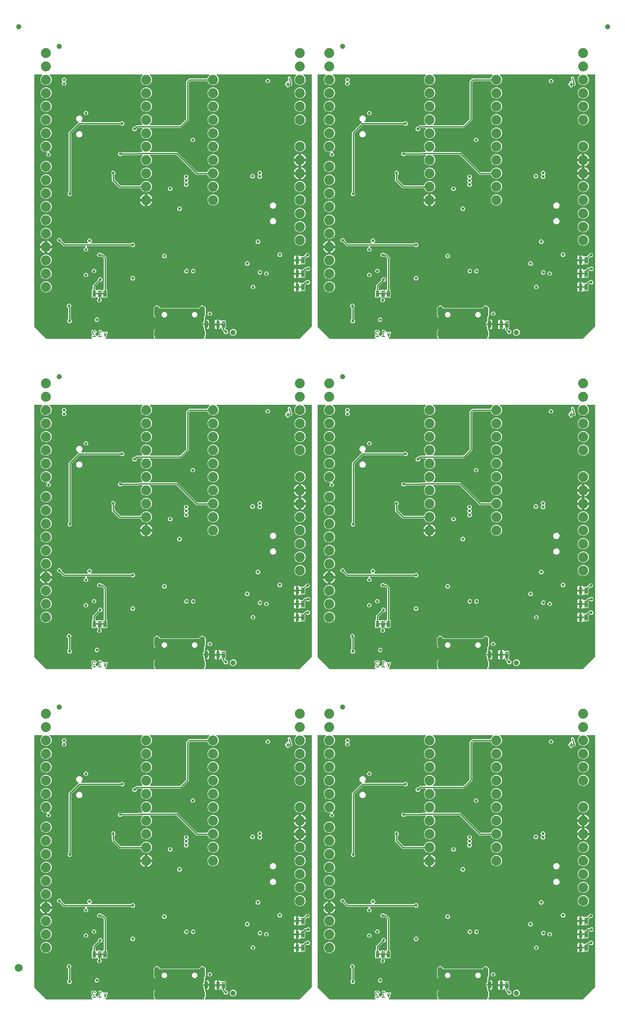
<source format=gbl>
G04 EAGLE Gerber RS-274X export*
G75*
%MOMM*%
%FSLAX34Y34*%
%LPD*%
%INBottom Copper*%
%IPPOS*%
%AMOC8*
5,1,8,0,0,1.08239X$1,22.5*%
G01*
%ADD10C,0.203200*%
%ADD11C,0.279400*%
%ADD12C,0.099059*%
%ADD13C,1.000000*%
%ADD14C,1.879600*%
%ADD15C,1.000000*%
%ADD16C,1.500000*%
%ADD17C,0.558800*%
%ADD18C,0.254000*%

G36*
X650365Y630192D02*
X650365Y630192D01*
X650504Y630205D01*
X650523Y630212D01*
X650543Y630215D01*
X650672Y630266D01*
X650803Y630313D01*
X650820Y630324D01*
X650839Y630332D01*
X650951Y630413D01*
X651066Y630491D01*
X651080Y630507D01*
X651096Y630518D01*
X651185Y630626D01*
X651277Y630730D01*
X651286Y630748D01*
X651299Y630763D01*
X651358Y630889D01*
X651421Y631013D01*
X651426Y631033D01*
X651435Y631051D01*
X651461Y631188D01*
X651491Y631323D01*
X651491Y631344D01*
X651494Y631363D01*
X651486Y631502D01*
X651481Y631641D01*
X651476Y631661D01*
X651475Y631681D01*
X651432Y631813D01*
X651393Y631947D01*
X651383Y631964D01*
X651377Y631983D01*
X651302Y632101D01*
X651232Y632221D01*
X651213Y632242D01*
X651206Y632252D01*
X651191Y632266D01*
X651125Y632341D01*
X649668Y633799D01*
X649668Y635693D01*
X651222Y637248D01*
X651264Y637301D01*
X651313Y637349D01*
X651361Y637427D01*
X651417Y637499D01*
X651444Y637562D01*
X651480Y637619D01*
X651507Y637707D01*
X651544Y637791D01*
X651554Y637858D01*
X651575Y637923D01*
X651579Y638014D01*
X651593Y638105D01*
X651587Y638173D01*
X651591Y638241D01*
X651572Y638330D01*
X651564Y638422D01*
X651541Y638486D01*
X651527Y638552D01*
X651487Y638635D01*
X651456Y638721D01*
X651418Y638777D01*
X651388Y638838D01*
X651292Y638967D01*
X651222Y639049D01*
X651210Y639061D01*
X651131Y639146D01*
X650501Y639746D01*
X650445Y639876D01*
X650406Y639943D01*
X650355Y640087D01*
X649681Y641658D01*
X649681Y641659D01*
X649680Y641661D01*
X649668Y641682D01*
X649668Y644074D01*
X650995Y646373D01*
X653294Y647701D01*
X654622Y647701D01*
X656094Y647701D01*
X656479Y647701D01*
X657555Y646918D01*
X659484Y645515D01*
X660057Y643748D01*
X660348Y642847D01*
X659487Y641160D01*
X658111Y640714D01*
X658066Y640693D01*
X658019Y640681D01*
X657923Y640626D01*
X657823Y640579D01*
X657785Y640548D01*
X657743Y640524D01*
X657663Y640447D01*
X657578Y640376D01*
X657549Y640337D01*
X657514Y640303D01*
X657455Y640209D01*
X657390Y640119D01*
X657372Y640074D01*
X657347Y640033D01*
X657314Y639927D01*
X657273Y639824D01*
X657267Y639775D01*
X657252Y639729D01*
X657247Y639618D01*
X657233Y639508D01*
X657239Y639460D01*
X657236Y639411D01*
X657258Y639303D01*
X657272Y639193D01*
X657290Y639147D01*
X657300Y639100D01*
X657348Y639000D01*
X657388Y638897D01*
X657417Y638857D01*
X657438Y638814D01*
X657535Y638684D01*
X659530Y636337D01*
X659546Y636322D01*
X659600Y636261D01*
X659735Y636126D01*
X659830Y636053D01*
X659919Y635974D01*
X659955Y635956D01*
X659987Y635931D01*
X660096Y635883D01*
X660202Y635829D01*
X660241Y635821D01*
X660278Y635804D01*
X660396Y635786D01*
X660512Y635760D01*
X660553Y635761D01*
X660593Y635755D01*
X660711Y635766D01*
X660830Y635769D01*
X660869Y635781D01*
X660909Y635784D01*
X661021Y635825D01*
X661136Y635858D01*
X661170Y635878D01*
X661208Y635892D01*
X661307Y635959D01*
X661409Y636019D01*
X661455Y636059D01*
X661472Y636071D01*
X661485Y636086D01*
X661530Y636126D01*
X662437Y637033D01*
X662792Y637033D01*
X662910Y637048D01*
X663029Y637055D01*
X663067Y637068D01*
X663107Y637073D01*
X663218Y637116D01*
X663331Y637153D01*
X663365Y637175D01*
X663403Y637190D01*
X663499Y637259D01*
X663600Y637323D01*
X663628Y637353D01*
X663660Y637376D01*
X663736Y637468D01*
X663818Y637555D01*
X663837Y637590D01*
X663863Y637621D01*
X663914Y637729D01*
X663971Y637833D01*
X663982Y637873D01*
X663999Y637909D01*
X664021Y638026D01*
X664051Y638141D01*
X664055Y638201D01*
X664059Y638221D01*
X664057Y638242D01*
X664061Y638302D01*
X664061Y645217D01*
X664059Y645231D01*
X664053Y645357D01*
X663962Y646176D01*
X663971Y646193D01*
X663989Y646262D01*
X663999Y646282D01*
X664003Y646303D01*
X664592Y646892D01*
X664601Y646903D01*
X664685Y646996D01*
X665200Y647640D01*
X665218Y647645D01*
X665313Y647701D01*
X666151Y647701D01*
X666165Y647703D01*
X666291Y647708D01*
X667110Y647799D01*
X667127Y647790D01*
X667233Y647763D01*
X667826Y647170D01*
X667837Y647161D01*
X667930Y647077D01*
X671732Y644035D01*
X671795Y643997D01*
X671852Y643950D01*
X671930Y643914D01*
X672003Y643869D01*
X672073Y643848D01*
X672140Y643817D01*
X672225Y643801D01*
X672307Y643776D01*
X672381Y643773D01*
X672453Y643759D01*
X672539Y643765D01*
X672625Y643761D01*
X672697Y643776D01*
X672770Y643781D01*
X672926Y643822D01*
X674440Y644327D01*
X676067Y643513D01*
X676095Y643503D01*
X676121Y643488D01*
X676245Y643451D01*
X676367Y643408D01*
X676397Y643405D01*
X676425Y643397D01*
X676555Y643391D01*
X676684Y643380D01*
X676713Y643385D01*
X676743Y643384D01*
X676870Y643411D01*
X676998Y643432D01*
X677025Y643444D01*
X677054Y643450D01*
X677202Y643513D01*
X678830Y644327D01*
X680627Y643728D01*
X681474Y642033D01*
X679179Y635147D01*
X679177Y635139D01*
X679173Y635130D01*
X679146Y634983D01*
X679117Y634835D01*
X679118Y634826D01*
X679116Y634818D01*
X679126Y634669D01*
X679129Y634621D01*
X678793Y633949D01*
X678790Y633940D01*
X678785Y633932D01*
X678724Y633783D01*
X678489Y633078D01*
X678453Y633054D01*
X678447Y633047D01*
X678440Y633042D01*
X678342Y632930D01*
X678310Y632894D01*
X677598Y632657D01*
X677589Y632653D01*
X677581Y632651D01*
X677432Y632588D01*
X677415Y632580D01*
X677394Y632566D01*
X677371Y632556D01*
X677336Y632531D01*
X677311Y632519D01*
X677259Y632475D01*
X677151Y632403D01*
X677134Y632384D01*
X677114Y632370D01*
X677069Y632316D01*
X677067Y632314D01*
X677064Y632309D01*
X677028Y632266D01*
X676939Y632166D01*
X676927Y632144D01*
X676911Y632125D01*
X676854Y632003D01*
X676792Y631884D01*
X676786Y631860D01*
X676775Y631837D01*
X676750Y631705D01*
X676720Y631574D01*
X676720Y631549D01*
X676716Y631524D01*
X676724Y631391D01*
X676727Y631257D01*
X676734Y631232D01*
X676735Y631207D01*
X676776Y631080D01*
X676813Y630950D01*
X676826Y630928D01*
X676833Y630905D01*
X676905Y630792D01*
X676972Y630675D01*
X676990Y630657D01*
X677003Y630636D01*
X677101Y630544D01*
X677195Y630448D01*
X677217Y630435D01*
X677235Y630418D01*
X677353Y630353D01*
X677467Y630284D01*
X677492Y630277D01*
X677514Y630264D01*
X677643Y630231D01*
X677772Y630192D01*
X677797Y630191D01*
X677822Y630185D01*
X677982Y630175D01*
X769493Y630175D01*
X769611Y630190D01*
X769730Y630197D01*
X769768Y630210D01*
X769809Y630215D01*
X769919Y630258D01*
X770032Y630295D01*
X770067Y630317D01*
X770104Y630332D01*
X770200Y630401D01*
X770301Y630465D01*
X770329Y630495D01*
X770362Y630518D01*
X770438Y630610D01*
X770519Y630697D01*
X770539Y630732D01*
X770564Y630763D01*
X770615Y630871D01*
X770673Y630975D01*
X770683Y631015D01*
X770684Y631016D01*
X770687Y631023D01*
X770687Y631024D01*
X770700Y631051D01*
X770722Y631168D01*
X770752Y631283D01*
X770755Y631325D01*
X770757Y631333D01*
X770756Y631345D01*
X770760Y631363D01*
X770758Y631384D01*
X770762Y631444D01*
X770762Y631454D01*
X770750Y631552D01*
X770747Y631651D01*
X770740Y631673D01*
X770740Y631681D01*
X770730Y631713D01*
X770722Y631769D01*
X770686Y631861D01*
X770658Y631957D01*
X770628Y632009D01*
X770605Y632065D01*
X770547Y632145D01*
X770497Y632230D01*
X770431Y632306D01*
X770419Y632322D01*
X770409Y632330D01*
X770391Y632351D01*
X769364Y633378D01*
X768409Y635683D01*
X768409Y644177D01*
X769364Y646482D01*
X770391Y647509D01*
X770451Y647587D01*
X770519Y647659D01*
X770548Y647712D01*
X770585Y647760D01*
X770625Y647851D01*
X770673Y647938D01*
X770688Y647996D01*
X770712Y648052D01*
X770727Y648150D01*
X770752Y648245D01*
X770758Y648346D01*
X770762Y648366D01*
X770760Y648378D01*
X770762Y648406D01*
X770762Y670754D01*
X770750Y670852D01*
X770747Y670951D01*
X770730Y671009D01*
X770722Y671069D01*
X770686Y671161D01*
X770658Y671257D01*
X770628Y671309D01*
X770605Y671365D01*
X770547Y671445D01*
X770497Y671530D01*
X770431Y671606D01*
X770419Y671622D01*
X770409Y671630D01*
X770391Y671651D01*
X769364Y672678D01*
X768409Y674983D01*
X768409Y688477D01*
X769364Y690782D01*
X771128Y692546D01*
X773433Y693501D01*
X775927Y693501D01*
X778232Y692546D01*
X779996Y690782D01*
X780420Y689759D01*
X780434Y689734D01*
X780443Y689706D01*
X780513Y689596D01*
X780577Y689483D01*
X780598Y689462D01*
X780614Y689437D01*
X780708Y689348D01*
X780799Y689255D01*
X780824Y689239D01*
X780845Y689219D01*
X780959Y689156D01*
X781070Y689088D01*
X781098Y689080D01*
X781124Y689065D01*
X781249Y689033D01*
X781374Y688995D01*
X781403Y688993D01*
X781432Y688986D01*
X781592Y688976D01*
X854168Y688976D01*
X854197Y688979D01*
X854226Y688977D01*
X854355Y688999D01*
X854483Y689016D01*
X854511Y689026D01*
X854540Y689031D01*
X854658Y689085D01*
X854779Y689133D01*
X854803Y689150D01*
X854830Y689162D01*
X854931Y689243D01*
X855036Y689319D01*
X855055Y689342D01*
X855078Y689361D01*
X855156Y689464D01*
X855239Y689564D01*
X855252Y689591D01*
X855269Y689615D01*
X855340Y689759D01*
X855764Y690782D01*
X857528Y692546D01*
X859833Y693501D01*
X862327Y693501D01*
X864632Y692546D01*
X866396Y690782D01*
X867351Y688477D01*
X867351Y674983D01*
X866396Y672678D01*
X865877Y672159D01*
X865817Y672081D01*
X865749Y672009D01*
X865720Y671956D01*
X865683Y671908D01*
X865643Y671817D01*
X865595Y671730D01*
X865580Y671672D01*
X865556Y671616D01*
X865541Y671518D01*
X865516Y671423D01*
X865510Y671322D01*
X865506Y671302D01*
X865508Y671290D01*
X865506Y671262D01*
X865506Y668274D01*
X865521Y668156D01*
X865528Y668037D01*
X865541Y667999D01*
X865546Y667958D01*
X865589Y667848D01*
X865626Y667735D01*
X865648Y667700D01*
X865663Y667663D01*
X865732Y667567D01*
X865796Y667466D01*
X865826Y667438D01*
X865849Y667405D01*
X865941Y667329D01*
X866028Y667248D01*
X866063Y667228D01*
X866094Y667203D01*
X866141Y667181D01*
X866141Y659447D01*
X860996Y659447D01*
X860996Y659937D01*
X861777Y660718D01*
X862584Y660718D01*
X862649Y660730D01*
X862715Y660732D01*
X862758Y660750D01*
X862805Y660758D01*
X862862Y660791D01*
X862922Y660816D01*
X862957Y660848D01*
X862998Y660872D01*
X863040Y660923D01*
X863088Y660968D01*
X863110Y661010D01*
X863139Y661046D01*
X863160Y661108D01*
X863191Y661167D01*
X863199Y661222D01*
X863211Y661259D01*
X863210Y661298D01*
X863218Y661352D01*
X863218Y664700D01*
X864048Y665530D01*
X864073Y665565D01*
X864104Y665594D01*
X864136Y665657D01*
X864177Y665715D01*
X864187Y665756D01*
X864207Y665794D01*
X864220Y665883D01*
X864233Y665932D01*
X864230Y665953D01*
X864234Y665979D01*
X864234Y687070D01*
X864223Y687135D01*
X864221Y687201D01*
X864203Y687244D01*
X864195Y687291D01*
X864161Y687348D01*
X864136Y687408D01*
X864105Y687443D01*
X864080Y687484D01*
X864029Y687526D01*
X863985Y687574D01*
X863943Y687596D01*
X863906Y687625D01*
X863844Y687646D01*
X863785Y687677D01*
X863731Y687685D01*
X863694Y687697D01*
X863654Y687696D01*
X863600Y687704D01*
X772668Y687704D01*
X772603Y687693D01*
X772537Y687691D01*
X772494Y687673D01*
X772447Y687665D01*
X772390Y687631D01*
X772330Y687606D01*
X772295Y687575D01*
X772254Y687550D01*
X772213Y687499D01*
X772164Y687455D01*
X772142Y687413D01*
X772113Y687376D01*
X772092Y687314D01*
X772061Y687255D01*
X772053Y687201D01*
X772041Y687164D01*
X772042Y687124D01*
X772034Y687070D01*
X772034Y630809D01*
X772045Y630744D01*
X772047Y630678D01*
X772065Y630635D01*
X772073Y630588D01*
X772107Y630531D01*
X772132Y630471D01*
X772163Y630436D01*
X772188Y630395D01*
X772239Y630353D01*
X772283Y630305D01*
X772325Y630283D01*
X772362Y630254D01*
X772424Y630233D01*
X772483Y630202D01*
X772537Y630194D01*
X772574Y630182D01*
X772614Y630183D01*
X772668Y630175D01*
X863600Y630175D01*
X863665Y630186D01*
X863731Y630188D01*
X863774Y630206D01*
X863821Y630214D01*
X863878Y630248D01*
X863938Y630273D01*
X863973Y630304D01*
X864014Y630329D01*
X864056Y630380D01*
X864104Y630424D01*
X864126Y630466D01*
X864155Y630503D01*
X864176Y630565D01*
X864207Y630624D01*
X864215Y630678D01*
X864227Y630715D01*
X864226Y630755D01*
X864234Y630809D01*
X864234Y650249D01*
X864227Y650291D01*
X864229Y650333D01*
X864207Y650400D01*
X864195Y650470D01*
X864173Y650507D01*
X864160Y650547D01*
X864106Y650620D01*
X864080Y650663D01*
X864064Y650676D01*
X864048Y650698D01*
X863218Y651528D01*
X863218Y654876D01*
X863207Y654940D01*
X863205Y655006D01*
X863187Y655050D01*
X863179Y655096D01*
X863145Y655153D01*
X863120Y655214D01*
X863089Y655249D01*
X863064Y655290D01*
X863013Y655331D01*
X862969Y655380D01*
X862927Y655401D01*
X862890Y655431D01*
X862828Y655452D01*
X862769Y655482D01*
X862715Y655490D01*
X862678Y655503D01*
X862638Y655502D01*
X862584Y655510D01*
X861777Y655510D01*
X860996Y656291D01*
X860996Y656781D01*
X866141Y656781D01*
X866141Y649050D01*
X866068Y648996D01*
X865967Y648933D01*
X865939Y648903D01*
X865906Y648880D01*
X865830Y648788D01*
X865749Y648701D01*
X865729Y648666D01*
X865704Y648635D01*
X865653Y648527D01*
X865595Y648423D01*
X865585Y648383D01*
X865568Y648347D01*
X865546Y648230D01*
X865516Y648115D01*
X865512Y648054D01*
X865508Y648034D01*
X865509Y648027D01*
X865508Y648025D01*
X865509Y648009D01*
X865506Y647954D01*
X865506Y647898D01*
X865518Y647800D01*
X865521Y647701D01*
X865538Y647643D01*
X865546Y647583D01*
X865582Y647491D01*
X865610Y647395D01*
X865640Y647343D01*
X865663Y647287D01*
X865721Y647207D01*
X865771Y647122D01*
X865837Y647046D01*
X865849Y647030D01*
X865859Y647022D01*
X865877Y647001D01*
X866396Y646482D01*
X867351Y644177D01*
X867351Y635683D01*
X866396Y633378D01*
X865877Y632859D01*
X865817Y632781D01*
X865749Y632709D01*
X865720Y632656D01*
X865683Y632608D01*
X865643Y632517D01*
X865595Y632430D01*
X865580Y632372D01*
X865556Y632316D01*
X865541Y632218D01*
X865516Y632123D01*
X865510Y632022D01*
X865506Y632002D01*
X865508Y631990D01*
X865506Y631962D01*
X865506Y631444D01*
X865521Y631326D01*
X865528Y631207D01*
X865541Y631169D01*
X865546Y631128D01*
X865589Y631018D01*
X865626Y630905D01*
X865648Y630870D01*
X865663Y630833D01*
X865732Y630737D01*
X865796Y630636D01*
X865826Y630608D01*
X865849Y630575D01*
X865941Y630499D01*
X866028Y630418D01*
X866063Y630398D01*
X866094Y630373D01*
X866202Y630322D01*
X866306Y630264D01*
X866346Y630254D01*
X866382Y630237D01*
X866499Y630215D01*
X866614Y630185D01*
X866674Y630181D01*
X866694Y630177D01*
X866715Y630179D01*
X866775Y630175D01*
X1044797Y630175D01*
X1044895Y630187D01*
X1044994Y630190D01*
X1045052Y630207D01*
X1045112Y630215D01*
X1045204Y630251D01*
X1045299Y630279D01*
X1045352Y630309D01*
X1045408Y630332D01*
X1045488Y630390D01*
X1045573Y630440D01*
X1045649Y630506D01*
X1045665Y630518D01*
X1045673Y630528D01*
X1045694Y630546D01*
X1068714Y653566D01*
X1068774Y653644D01*
X1068842Y653716D01*
X1068871Y653769D01*
X1068908Y653817D01*
X1068948Y653908D01*
X1068996Y653995D01*
X1069011Y654053D01*
X1069035Y654109D01*
X1069050Y654207D01*
X1069075Y654303D01*
X1069081Y654403D01*
X1069085Y654423D01*
X1069083Y654435D01*
X1069085Y654463D01*
X1069085Y1131570D01*
X1069070Y1131688D01*
X1069063Y1131807D01*
X1069050Y1131845D01*
X1069045Y1131886D01*
X1069002Y1131996D01*
X1068965Y1132109D01*
X1068943Y1132144D01*
X1068928Y1132181D01*
X1068859Y1132277D01*
X1068795Y1132378D01*
X1068765Y1132406D01*
X1068742Y1132439D01*
X1068650Y1132515D01*
X1068563Y1132596D01*
X1068528Y1132616D01*
X1068497Y1132641D01*
X1068389Y1132692D01*
X1068285Y1132750D01*
X1068245Y1132760D01*
X1068209Y1132777D01*
X1068092Y1132799D01*
X1067977Y1132829D01*
X1067917Y1132833D01*
X1067897Y1132837D01*
X1067876Y1132835D01*
X1067816Y1132839D01*
X1054473Y1132839D01*
X1054335Y1132822D01*
X1054197Y1132809D01*
X1054177Y1132802D01*
X1054157Y1132799D01*
X1054028Y1132748D01*
X1053897Y1132701D01*
X1053880Y1132690D01*
X1053862Y1132682D01*
X1053749Y1132601D01*
X1053634Y1132523D01*
X1053621Y1132507D01*
X1053604Y1132496D01*
X1053515Y1132388D01*
X1053424Y1132284D01*
X1053414Y1132266D01*
X1053401Y1132251D01*
X1053342Y1132125D01*
X1053279Y1132001D01*
X1053275Y1131981D01*
X1053266Y1131963D01*
X1053240Y1131827D01*
X1053209Y1131691D01*
X1053210Y1131670D01*
X1053206Y1131651D01*
X1053215Y1131512D01*
X1053219Y1131373D01*
X1053225Y1131353D01*
X1053226Y1131333D01*
X1053269Y1131201D01*
X1053307Y1131067D01*
X1053318Y1131050D01*
X1053324Y1131031D01*
X1053398Y1130913D01*
X1053469Y1130793D01*
X1053488Y1130772D01*
X1053494Y1130762D01*
X1053509Y1130748D01*
X1053575Y1130673D01*
X1055525Y1128723D01*
X1057149Y1124802D01*
X1057149Y1120558D01*
X1055525Y1116637D01*
X1052523Y1113635D01*
X1048602Y1112011D01*
X1044358Y1112011D01*
X1040437Y1113635D01*
X1037435Y1116637D01*
X1035811Y1120558D01*
X1035811Y1124802D01*
X1037435Y1128723D01*
X1039385Y1130673D01*
X1039470Y1130782D01*
X1039559Y1130889D01*
X1039567Y1130908D01*
X1039580Y1130924D01*
X1039635Y1131052D01*
X1039694Y1131177D01*
X1039698Y1131197D01*
X1039706Y1131216D01*
X1039728Y1131354D01*
X1039754Y1131490D01*
X1039753Y1131510D01*
X1039756Y1131530D01*
X1039743Y1131669D01*
X1039734Y1131807D01*
X1039728Y1131826D01*
X1039726Y1131846D01*
X1039679Y1131978D01*
X1039636Y1132109D01*
X1039625Y1132127D01*
X1039618Y1132146D01*
X1039540Y1132261D01*
X1039466Y1132378D01*
X1039451Y1132392D01*
X1039440Y1132409D01*
X1039336Y1132501D01*
X1039234Y1132596D01*
X1039217Y1132606D01*
X1039201Y1132619D01*
X1039078Y1132682D01*
X1038956Y1132750D01*
X1038936Y1132755D01*
X1038918Y1132764D01*
X1038782Y1132794D01*
X1038648Y1132829D01*
X1038620Y1132831D01*
X1038608Y1132834D01*
X1038587Y1132833D01*
X1038487Y1132839D01*
X889373Y1132839D01*
X889235Y1132822D01*
X889097Y1132809D01*
X889077Y1132802D01*
X889057Y1132799D01*
X888928Y1132748D01*
X888797Y1132701D01*
X888780Y1132690D01*
X888762Y1132682D01*
X888649Y1132601D01*
X888534Y1132523D01*
X888521Y1132507D01*
X888504Y1132496D01*
X888415Y1132388D01*
X888324Y1132284D01*
X888314Y1132266D01*
X888301Y1132251D01*
X888242Y1132125D01*
X888179Y1132001D01*
X888175Y1131981D01*
X888166Y1131963D01*
X888140Y1131827D01*
X888109Y1131691D01*
X888110Y1131670D01*
X888106Y1131651D01*
X888115Y1131512D01*
X888119Y1131373D01*
X888125Y1131353D01*
X888126Y1131333D01*
X888169Y1131201D01*
X888207Y1131067D01*
X888218Y1131050D01*
X888224Y1131031D01*
X888298Y1130913D01*
X888369Y1130793D01*
X888388Y1130772D01*
X888394Y1130762D01*
X888409Y1130748D01*
X888475Y1130673D01*
X890425Y1128723D01*
X892049Y1124802D01*
X892049Y1120558D01*
X890425Y1116637D01*
X887423Y1113635D01*
X883502Y1112011D01*
X879258Y1112011D01*
X875337Y1113635D01*
X872335Y1116637D01*
X871209Y1119356D01*
X871202Y1119369D01*
X871200Y1119375D01*
X871193Y1119385D01*
X871185Y1119409D01*
X871116Y1119519D01*
X871052Y1119632D01*
X871031Y1119653D01*
X871015Y1119678D01*
X870921Y1119767D01*
X870830Y1119860D01*
X870805Y1119876D01*
X870784Y1119896D01*
X870670Y1119959D01*
X870559Y1120027D01*
X870531Y1120035D01*
X870505Y1120050D01*
X870379Y1120082D01*
X870255Y1120120D01*
X870226Y1120122D01*
X870197Y1120129D01*
X870037Y1120139D01*
X838762Y1120139D01*
X838664Y1120127D01*
X838565Y1120124D01*
X838507Y1120107D01*
X838447Y1120099D01*
X838355Y1120063D01*
X838259Y1120035D01*
X838207Y1120005D01*
X838151Y1119982D01*
X838071Y1119924D01*
X837986Y1119874D01*
X837910Y1119808D01*
X837894Y1119796D01*
X837886Y1119786D01*
X837865Y1119768D01*
X836032Y1117935D01*
X835972Y1117857D01*
X835904Y1117785D01*
X835875Y1117732D01*
X835838Y1117684D01*
X835798Y1117593D01*
X835750Y1117506D01*
X835735Y1117448D01*
X835711Y1117392D01*
X835696Y1117294D01*
X835671Y1117199D01*
X835665Y1117098D01*
X835661Y1117078D01*
X835663Y1117066D01*
X835661Y1117038D01*
X835661Y1045936D01*
X833801Y1044076D01*
X820964Y1031239D01*
X762373Y1031239D01*
X762235Y1031222D01*
X762096Y1031209D01*
X762077Y1031202D01*
X762057Y1031199D01*
X761928Y1031148D01*
X761797Y1031101D01*
X761780Y1031090D01*
X761762Y1031082D01*
X761649Y1031001D01*
X761534Y1030923D01*
X761521Y1030907D01*
X761504Y1030896D01*
X761415Y1030788D01*
X761324Y1030684D01*
X761314Y1030666D01*
X761301Y1030651D01*
X761242Y1030525D01*
X761179Y1030401D01*
X761175Y1030381D01*
X761166Y1030363D01*
X761140Y1030227D01*
X761109Y1030091D01*
X761110Y1030070D01*
X761106Y1030051D01*
X761115Y1029912D01*
X761119Y1029773D01*
X761125Y1029753D01*
X761126Y1029733D01*
X761169Y1029601D01*
X761207Y1029467D01*
X761218Y1029450D01*
X761224Y1029431D01*
X761299Y1029313D01*
X761369Y1029193D01*
X761387Y1029172D01*
X761394Y1029162D01*
X761409Y1029148D01*
X761475Y1029073D01*
X763425Y1027123D01*
X765049Y1023202D01*
X765049Y1018958D01*
X763425Y1015037D01*
X760423Y1012035D01*
X756502Y1010411D01*
X752258Y1010411D01*
X748337Y1012035D01*
X745335Y1015037D01*
X743711Y1018958D01*
X743711Y1023202D01*
X745335Y1027123D01*
X747285Y1029073D01*
X747370Y1029182D01*
X747459Y1029289D01*
X747467Y1029308D01*
X747480Y1029324D01*
X747535Y1029452D01*
X747594Y1029577D01*
X747598Y1029597D01*
X747606Y1029616D01*
X747628Y1029754D01*
X747654Y1029890D01*
X747653Y1029910D01*
X747656Y1029930D01*
X747643Y1030069D01*
X747634Y1030207D01*
X747628Y1030226D01*
X747626Y1030246D01*
X747579Y1030378D01*
X747536Y1030509D01*
X747525Y1030527D01*
X747518Y1030546D01*
X747440Y1030661D01*
X747366Y1030778D01*
X747351Y1030792D01*
X747340Y1030809D01*
X747236Y1030901D01*
X747134Y1030996D01*
X747117Y1031006D01*
X747101Y1031019D01*
X746977Y1031083D01*
X746856Y1031150D01*
X746836Y1031155D01*
X746818Y1031164D01*
X746682Y1031194D01*
X746548Y1031229D01*
X746520Y1031231D01*
X746508Y1031234D01*
X746487Y1031233D01*
X746387Y1031239D01*
X738178Y1031239D01*
X738080Y1031227D01*
X737981Y1031224D01*
X737923Y1031207D01*
X737863Y1031199D01*
X737771Y1031163D01*
X737675Y1031135D01*
X737623Y1031105D01*
X737567Y1031082D01*
X737487Y1031024D01*
X737402Y1030974D01*
X737326Y1030908D01*
X737310Y1030896D01*
X737302Y1030886D01*
X737281Y1030868D01*
X736464Y1030051D01*
X736404Y1029973D01*
X736336Y1029901D01*
X736307Y1029848D01*
X736270Y1029800D01*
X736230Y1029709D01*
X736182Y1029622D01*
X736167Y1029564D01*
X736143Y1029508D01*
X736128Y1029410D01*
X736103Y1029315D01*
X736097Y1029214D01*
X736093Y1029194D01*
X736095Y1029182D01*
X736093Y1029154D01*
X736093Y1027524D01*
X733712Y1025143D01*
X730344Y1025143D01*
X727963Y1027524D01*
X727963Y1030892D01*
X730344Y1033273D01*
X731974Y1033273D01*
X732072Y1033285D01*
X732171Y1033288D01*
X732229Y1033305D01*
X732289Y1033313D01*
X732381Y1033349D01*
X732477Y1033377D01*
X732529Y1033407D01*
X732585Y1033430D01*
X732665Y1033488D01*
X732750Y1033538D01*
X732826Y1033604D01*
X732842Y1033616D01*
X732850Y1033626D01*
X732871Y1033644D01*
X735548Y1036321D01*
X746387Y1036321D01*
X746525Y1036338D01*
X746664Y1036351D01*
X746683Y1036358D01*
X746703Y1036361D01*
X746832Y1036412D01*
X746963Y1036459D01*
X746980Y1036470D01*
X746998Y1036478D01*
X747111Y1036559D01*
X747226Y1036637D01*
X747239Y1036653D01*
X747256Y1036664D01*
X747345Y1036772D01*
X747436Y1036876D01*
X747446Y1036894D01*
X747459Y1036909D01*
X747518Y1037035D01*
X747581Y1037159D01*
X747585Y1037179D01*
X747594Y1037197D01*
X747620Y1037333D01*
X747651Y1037469D01*
X747650Y1037490D01*
X747654Y1037509D01*
X747645Y1037648D01*
X747641Y1037787D01*
X747635Y1037807D01*
X747634Y1037827D01*
X747591Y1037959D01*
X747553Y1038093D01*
X747542Y1038110D01*
X747536Y1038129D01*
X747461Y1038247D01*
X747391Y1038367D01*
X747373Y1038388D01*
X747366Y1038398D01*
X747353Y1038410D01*
X747352Y1038412D01*
X747347Y1038417D01*
X747285Y1038487D01*
X745335Y1040437D01*
X743711Y1044358D01*
X743711Y1048602D01*
X745335Y1052523D01*
X748337Y1055525D01*
X752258Y1057149D01*
X756502Y1057149D01*
X760423Y1055525D01*
X763425Y1052523D01*
X765049Y1048602D01*
X765049Y1044358D01*
X763425Y1040437D01*
X761475Y1038487D01*
X761390Y1038378D01*
X761301Y1038271D01*
X761293Y1038252D01*
X761280Y1038236D01*
X761225Y1038108D01*
X761166Y1037983D01*
X761162Y1037963D01*
X761154Y1037944D01*
X761132Y1037806D01*
X761106Y1037670D01*
X761107Y1037650D01*
X761104Y1037630D01*
X761117Y1037491D01*
X761126Y1037353D01*
X761132Y1037334D01*
X761134Y1037314D01*
X761181Y1037182D01*
X761224Y1037051D01*
X761235Y1037033D01*
X761242Y1037014D01*
X761320Y1036899D01*
X761394Y1036782D01*
X761409Y1036768D01*
X761420Y1036751D01*
X761524Y1036659D01*
X761626Y1036564D01*
X761643Y1036554D01*
X761659Y1036541D01*
X761783Y1036477D01*
X761904Y1036410D01*
X761924Y1036405D01*
X761942Y1036396D01*
X762078Y1036366D01*
X762212Y1036331D01*
X762240Y1036329D01*
X762252Y1036326D01*
X762273Y1036327D01*
X762373Y1036321D01*
X818334Y1036321D01*
X818432Y1036333D01*
X818531Y1036336D01*
X818589Y1036353D01*
X818649Y1036361D01*
X818741Y1036397D01*
X818837Y1036425D01*
X818889Y1036455D01*
X818945Y1036478D01*
X819025Y1036536D01*
X819110Y1036586D01*
X819186Y1036652D01*
X819202Y1036664D01*
X819210Y1036674D01*
X819211Y1036674D01*
X819216Y1036678D01*
X819219Y1036682D01*
X819231Y1036692D01*
X830208Y1047669D01*
X830268Y1047747D01*
X830336Y1047819D01*
X830365Y1047872D01*
X830402Y1047920D01*
X830442Y1048011D01*
X830490Y1048098D01*
X830505Y1048156D01*
X830529Y1048212D01*
X830544Y1048310D01*
X830569Y1048405D01*
X830575Y1048505D01*
X830579Y1048526D01*
X830577Y1048538D01*
X830579Y1048566D01*
X830579Y1119668D01*
X836132Y1125221D01*
X870037Y1125221D01*
X870066Y1125224D01*
X870095Y1125222D01*
X870223Y1125244D01*
X870352Y1125261D01*
X870380Y1125271D01*
X870409Y1125276D01*
X870527Y1125330D01*
X870648Y1125378D01*
X870672Y1125395D01*
X870699Y1125407D01*
X870800Y1125488D01*
X870905Y1125564D01*
X870924Y1125587D01*
X870947Y1125606D01*
X871025Y1125709D01*
X871108Y1125809D01*
X871121Y1125836D01*
X871138Y1125860D01*
X871209Y1126004D01*
X872335Y1128723D01*
X874285Y1130673D01*
X874370Y1130782D01*
X874459Y1130889D01*
X874467Y1130908D01*
X874480Y1130924D01*
X874535Y1131052D01*
X874594Y1131177D01*
X874598Y1131197D01*
X874606Y1131216D01*
X874628Y1131354D01*
X874654Y1131490D01*
X874653Y1131510D01*
X874656Y1131530D01*
X874643Y1131669D01*
X874634Y1131807D01*
X874628Y1131826D01*
X874626Y1131846D01*
X874579Y1131978D01*
X874536Y1132109D01*
X874525Y1132127D01*
X874518Y1132146D01*
X874440Y1132261D01*
X874366Y1132378D01*
X874351Y1132392D01*
X874340Y1132409D01*
X874236Y1132501D01*
X874134Y1132596D01*
X874117Y1132606D01*
X874101Y1132619D01*
X873978Y1132682D01*
X873856Y1132750D01*
X873836Y1132755D01*
X873818Y1132764D01*
X873682Y1132794D01*
X873548Y1132829D01*
X873520Y1132831D01*
X873508Y1132834D01*
X873487Y1132833D01*
X873387Y1132839D01*
X762373Y1132839D01*
X762235Y1132822D01*
X762097Y1132809D01*
X762077Y1132802D01*
X762057Y1132799D01*
X761928Y1132748D01*
X761797Y1132701D01*
X761780Y1132690D01*
X761762Y1132682D01*
X761649Y1132601D01*
X761534Y1132523D01*
X761521Y1132507D01*
X761504Y1132496D01*
X761415Y1132388D01*
X761324Y1132284D01*
X761314Y1132266D01*
X761301Y1132251D01*
X761242Y1132125D01*
X761179Y1132001D01*
X761175Y1131981D01*
X761166Y1131963D01*
X761140Y1131827D01*
X761109Y1131691D01*
X761110Y1131670D01*
X761106Y1131651D01*
X761115Y1131512D01*
X761119Y1131373D01*
X761125Y1131353D01*
X761126Y1131333D01*
X761169Y1131201D01*
X761207Y1131067D01*
X761218Y1131050D01*
X761224Y1131031D01*
X761298Y1130913D01*
X761369Y1130793D01*
X761388Y1130772D01*
X761394Y1130762D01*
X761409Y1130748D01*
X761475Y1130673D01*
X763425Y1128723D01*
X765049Y1124802D01*
X765049Y1120558D01*
X763425Y1116637D01*
X760423Y1113635D01*
X756502Y1112011D01*
X752258Y1112011D01*
X748337Y1113635D01*
X745335Y1116637D01*
X743711Y1120558D01*
X743711Y1124802D01*
X745335Y1128723D01*
X747285Y1130673D01*
X747370Y1130782D01*
X747459Y1130889D01*
X747467Y1130908D01*
X747480Y1130924D01*
X747535Y1131052D01*
X747594Y1131177D01*
X747598Y1131197D01*
X747606Y1131216D01*
X747628Y1131354D01*
X747654Y1131490D01*
X747653Y1131510D01*
X747656Y1131530D01*
X747643Y1131669D01*
X747634Y1131807D01*
X747628Y1131826D01*
X747626Y1131846D01*
X747579Y1131978D01*
X747536Y1132109D01*
X747525Y1132127D01*
X747518Y1132146D01*
X747440Y1132261D01*
X747366Y1132378D01*
X747351Y1132392D01*
X747340Y1132409D01*
X747236Y1132501D01*
X747134Y1132596D01*
X747117Y1132606D01*
X747101Y1132619D01*
X746978Y1132682D01*
X746856Y1132750D01*
X746836Y1132755D01*
X746818Y1132764D01*
X746682Y1132794D01*
X746548Y1132829D01*
X746520Y1132831D01*
X746508Y1132834D01*
X746487Y1132833D01*
X746387Y1132839D01*
X571873Y1132839D01*
X571735Y1132822D01*
X571597Y1132809D01*
X571577Y1132802D01*
X571557Y1132799D01*
X571428Y1132748D01*
X571297Y1132701D01*
X571280Y1132690D01*
X571262Y1132682D01*
X571149Y1132601D01*
X571034Y1132523D01*
X571021Y1132507D01*
X571004Y1132496D01*
X570915Y1132388D01*
X570824Y1132284D01*
X570814Y1132266D01*
X570801Y1132251D01*
X570742Y1132125D01*
X570679Y1132001D01*
X570675Y1131981D01*
X570666Y1131963D01*
X570640Y1131827D01*
X570609Y1131691D01*
X570610Y1131670D01*
X570606Y1131651D01*
X570615Y1131512D01*
X570619Y1131373D01*
X570625Y1131353D01*
X570626Y1131333D01*
X570669Y1131201D01*
X570707Y1131067D01*
X570718Y1131050D01*
X570724Y1131031D01*
X570798Y1130913D01*
X570869Y1130793D01*
X570888Y1130772D01*
X570894Y1130762D01*
X570909Y1130748D01*
X570975Y1130673D01*
X572925Y1128723D01*
X574549Y1124802D01*
X574549Y1120558D01*
X572925Y1116637D01*
X569923Y1113635D01*
X566002Y1112011D01*
X561758Y1112011D01*
X557837Y1113635D01*
X554835Y1116637D01*
X553211Y1120558D01*
X553211Y1124802D01*
X554835Y1128723D01*
X556785Y1130673D01*
X556870Y1130782D01*
X556959Y1130889D01*
X556967Y1130908D01*
X556980Y1130924D01*
X557035Y1131052D01*
X557094Y1131177D01*
X557098Y1131197D01*
X557106Y1131216D01*
X557128Y1131354D01*
X557154Y1131490D01*
X557153Y1131510D01*
X557156Y1131530D01*
X557143Y1131669D01*
X557134Y1131807D01*
X557128Y1131826D01*
X557126Y1131846D01*
X557079Y1131978D01*
X557036Y1132109D01*
X557025Y1132127D01*
X557018Y1132146D01*
X556940Y1132261D01*
X556866Y1132378D01*
X556851Y1132392D01*
X556840Y1132409D01*
X556736Y1132501D01*
X556634Y1132596D01*
X556617Y1132606D01*
X556601Y1132619D01*
X556478Y1132682D01*
X556356Y1132750D01*
X556336Y1132755D01*
X556318Y1132764D01*
X556182Y1132794D01*
X556048Y1132829D01*
X556020Y1132831D01*
X556008Y1132834D01*
X555987Y1132833D01*
X555887Y1132839D01*
X542544Y1132839D01*
X542426Y1132824D01*
X542307Y1132817D01*
X542269Y1132804D01*
X542228Y1132799D01*
X542118Y1132756D01*
X542005Y1132719D01*
X541970Y1132697D01*
X541933Y1132682D01*
X541837Y1132613D01*
X541736Y1132549D01*
X541708Y1132519D01*
X541675Y1132496D01*
X541599Y1132404D01*
X541518Y1132317D01*
X541498Y1132282D01*
X541473Y1132251D01*
X541422Y1132143D01*
X541364Y1132039D01*
X541354Y1131999D01*
X541337Y1131963D01*
X541315Y1131846D01*
X541285Y1131731D01*
X541281Y1131671D01*
X541277Y1131651D01*
X541279Y1131630D01*
X541275Y1131570D01*
X541275Y654463D01*
X541287Y654365D01*
X541290Y654266D01*
X541307Y654208D01*
X541315Y654148D01*
X541351Y654056D01*
X541379Y653961D01*
X541409Y653908D01*
X541432Y653852D01*
X541490Y653772D01*
X541540Y653687D01*
X541606Y653611D01*
X541618Y653595D01*
X541628Y653587D01*
X541646Y653566D01*
X564666Y630546D01*
X564744Y630486D01*
X564816Y630418D01*
X564869Y630389D01*
X564917Y630352D01*
X565008Y630312D01*
X565095Y630264D01*
X565153Y630249D01*
X565209Y630225D01*
X565307Y630210D01*
X565403Y630185D01*
X565503Y630179D01*
X565523Y630175D01*
X565535Y630177D01*
X565563Y630175D01*
X650228Y630175D01*
X650365Y630192D01*
G37*
G36*
X111885Y1257572D02*
X111885Y1257572D01*
X112024Y1257585D01*
X112043Y1257592D01*
X112063Y1257595D01*
X112192Y1257646D01*
X112323Y1257693D01*
X112340Y1257704D01*
X112359Y1257712D01*
X112471Y1257793D01*
X112586Y1257871D01*
X112600Y1257887D01*
X112616Y1257898D01*
X112705Y1258006D01*
X112797Y1258110D01*
X112806Y1258128D01*
X112819Y1258143D01*
X112878Y1258269D01*
X112941Y1258393D01*
X112946Y1258413D01*
X112955Y1258431D01*
X112981Y1258568D01*
X113011Y1258703D01*
X113011Y1258724D01*
X113014Y1258743D01*
X113006Y1258882D01*
X113001Y1259021D01*
X112996Y1259041D01*
X112995Y1259061D01*
X112952Y1259193D01*
X112913Y1259327D01*
X112903Y1259344D01*
X112897Y1259363D01*
X112822Y1259481D01*
X112752Y1259601D01*
X112733Y1259622D01*
X112726Y1259632D01*
X112711Y1259646D01*
X112645Y1259721D01*
X111188Y1261179D01*
X111188Y1263073D01*
X112742Y1264628D01*
X112784Y1264681D01*
X112833Y1264729D01*
X112881Y1264807D01*
X112937Y1264879D01*
X112964Y1264942D01*
X113000Y1264999D01*
X113027Y1265087D01*
X113064Y1265171D01*
X113074Y1265238D01*
X113095Y1265303D01*
X113099Y1265394D01*
X113113Y1265485D01*
X113107Y1265553D01*
X113111Y1265621D01*
X113092Y1265710D01*
X113084Y1265802D01*
X113061Y1265866D01*
X113047Y1265932D01*
X113007Y1266015D01*
X112976Y1266101D01*
X112938Y1266157D01*
X112908Y1266218D01*
X112812Y1266347D01*
X112742Y1266429D01*
X112730Y1266441D01*
X112651Y1266526D01*
X112021Y1267126D01*
X111965Y1267256D01*
X111926Y1267323D01*
X111875Y1267467D01*
X111201Y1269038D01*
X111201Y1269039D01*
X111200Y1269041D01*
X111188Y1269062D01*
X111188Y1271454D01*
X112515Y1273753D01*
X114814Y1275081D01*
X116142Y1275081D01*
X117614Y1275081D01*
X117999Y1275081D01*
X119075Y1274298D01*
X121004Y1272895D01*
X121577Y1271128D01*
X121868Y1270227D01*
X121007Y1268540D01*
X119631Y1268094D01*
X119586Y1268073D01*
X119539Y1268061D01*
X119443Y1268006D01*
X119343Y1267959D01*
X119305Y1267928D01*
X119263Y1267904D01*
X119183Y1267827D01*
X119098Y1267756D01*
X119069Y1267717D01*
X119034Y1267683D01*
X118975Y1267589D01*
X118910Y1267499D01*
X118892Y1267454D01*
X118867Y1267413D01*
X118834Y1267307D01*
X118793Y1267204D01*
X118787Y1267155D01*
X118772Y1267109D01*
X118767Y1266998D01*
X118753Y1266888D01*
X118759Y1266840D01*
X118756Y1266791D01*
X118778Y1266683D01*
X118792Y1266573D01*
X118810Y1266527D01*
X118820Y1266480D01*
X118868Y1266380D01*
X118908Y1266277D01*
X118937Y1266237D01*
X118958Y1266194D01*
X119055Y1266064D01*
X121050Y1263717D01*
X121066Y1263702D01*
X121120Y1263641D01*
X121255Y1263506D01*
X121350Y1263433D01*
X121439Y1263354D01*
X121475Y1263336D01*
X121507Y1263311D01*
X121616Y1263263D01*
X121722Y1263209D01*
X121761Y1263201D01*
X121798Y1263184D01*
X121916Y1263166D01*
X122032Y1263140D01*
X122073Y1263141D01*
X122113Y1263135D01*
X122231Y1263146D01*
X122350Y1263149D01*
X122389Y1263161D01*
X122429Y1263164D01*
X122541Y1263205D01*
X122656Y1263238D01*
X122690Y1263258D01*
X122728Y1263272D01*
X122827Y1263339D01*
X122929Y1263399D01*
X122975Y1263439D01*
X122992Y1263451D01*
X123005Y1263466D01*
X123050Y1263506D01*
X123957Y1264413D01*
X124312Y1264413D01*
X124430Y1264428D01*
X124549Y1264435D01*
X124587Y1264448D01*
X124627Y1264453D01*
X124738Y1264496D01*
X124851Y1264533D01*
X124885Y1264555D01*
X124923Y1264570D01*
X125019Y1264639D01*
X125120Y1264703D01*
X125148Y1264733D01*
X125180Y1264756D01*
X125256Y1264848D01*
X125338Y1264935D01*
X125357Y1264970D01*
X125383Y1265001D01*
X125434Y1265109D01*
X125491Y1265213D01*
X125502Y1265253D01*
X125519Y1265289D01*
X125541Y1265406D01*
X125571Y1265521D01*
X125575Y1265581D01*
X125579Y1265601D01*
X125577Y1265622D01*
X125581Y1265682D01*
X125581Y1272597D01*
X125579Y1272611D01*
X125573Y1272737D01*
X125482Y1273556D01*
X125491Y1273573D01*
X125509Y1273642D01*
X125519Y1273662D01*
X125523Y1273683D01*
X126112Y1274272D01*
X126121Y1274283D01*
X126205Y1274376D01*
X126720Y1275020D01*
X126738Y1275025D01*
X126833Y1275081D01*
X127671Y1275081D01*
X127685Y1275083D01*
X127811Y1275088D01*
X128630Y1275179D01*
X128647Y1275170D01*
X128753Y1275143D01*
X129346Y1274550D01*
X129357Y1274541D01*
X129450Y1274457D01*
X133252Y1271415D01*
X133315Y1271377D01*
X133372Y1271330D01*
X133450Y1271294D01*
X133523Y1271249D01*
X133593Y1271228D01*
X133660Y1271197D01*
X133745Y1271181D01*
X133827Y1271156D01*
X133901Y1271153D01*
X133973Y1271139D01*
X134059Y1271145D01*
X134145Y1271141D01*
X134217Y1271156D01*
X134290Y1271161D01*
X134446Y1271202D01*
X135960Y1271707D01*
X137587Y1270893D01*
X137615Y1270883D01*
X137641Y1270868D01*
X137765Y1270831D01*
X137887Y1270788D01*
X137917Y1270785D01*
X137945Y1270777D01*
X138075Y1270771D01*
X138204Y1270760D01*
X138233Y1270765D01*
X138263Y1270764D01*
X138390Y1270791D01*
X138518Y1270812D01*
X138545Y1270824D01*
X138574Y1270830D01*
X138722Y1270893D01*
X140350Y1271707D01*
X142147Y1271108D01*
X142994Y1269413D01*
X140699Y1262527D01*
X140697Y1262519D01*
X140693Y1262510D01*
X140666Y1262363D01*
X140637Y1262215D01*
X140638Y1262206D01*
X140636Y1262198D01*
X140646Y1262049D01*
X140649Y1262001D01*
X140313Y1261329D01*
X140310Y1261320D01*
X140305Y1261312D01*
X140244Y1261163D01*
X140009Y1260458D01*
X139973Y1260434D01*
X139967Y1260427D01*
X139960Y1260422D01*
X139862Y1260310D01*
X139830Y1260274D01*
X139118Y1260037D01*
X139110Y1260033D01*
X139101Y1260031D01*
X138953Y1259968D01*
X138936Y1259960D01*
X138915Y1259946D01*
X138891Y1259936D01*
X138856Y1259911D01*
X138831Y1259899D01*
X138779Y1259855D01*
X138672Y1259784D01*
X138654Y1259765D01*
X138634Y1259750D01*
X138589Y1259696D01*
X138587Y1259694D01*
X138584Y1259690D01*
X138548Y1259647D01*
X138459Y1259547D01*
X138447Y1259524D01*
X138431Y1259505D01*
X138374Y1259384D01*
X138312Y1259265D01*
X138306Y1259240D01*
X138295Y1259217D01*
X138270Y1259086D01*
X138240Y1258955D01*
X138240Y1258930D01*
X138235Y1258904D01*
X138244Y1258771D01*
X138247Y1258637D01*
X138254Y1258613D01*
X138255Y1258587D01*
X138296Y1258460D01*
X138332Y1258331D01*
X138345Y1258309D01*
X138353Y1258285D01*
X138425Y1258172D01*
X138492Y1258056D01*
X138510Y1258038D01*
X138523Y1258016D01*
X138621Y1257924D01*
X138714Y1257829D01*
X138736Y1257816D01*
X138755Y1257798D01*
X138872Y1257733D01*
X138986Y1257664D01*
X139011Y1257657D01*
X139034Y1257644D01*
X139163Y1257611D01*
X139291Y1257572D01*
X139317Y1257571D01*
X139341Y1257565D01*
X139502Y1257555D01*
X231013Y1257555D01*
X231131Y1257570D01*
X231250Y1257577D01*
X231288Y1257590D01*
X231329Y1257595D01*
X231439Y1257638D01*
X231552Y1257675D01*
X231587Y1257697D01*
X231624Y1257712D01*
X231720Y1257781D01*
X231821Y1257845D01*
X231849Y1257875D01*
X231882Y1257898D01*
X231958Y1257990D01*
X232039Y1258077D01*
X232059Y1258112D01*
X232084Y1258143D01*
X232135Y1258251D01*
X232193Y1258355D01*
X232203Y1258395D01*
X232204Y1258396D01*
X232207Y1258403D01*
X232207Y1258404D01*
X232220Y1258431D01*
X232242Y1258548D01*
X232272Y1258663D01*
X232275Y1258705D01*
X232277Y1258713D01*
X232276Y1258725D01*
X232280Y1258743D01*
X232278Y1258764D01*
X232282Y1258824D01*
X232282Y1258834D01*
X232270Y1258932D01*
X232267Y1259031D01*
X232260Y1259053D01*
X232260Y1259061D01*
X232250Y1259093D01*
X232242Y1259149D01*
X232206Y1259241D01*
X232178Y1259337D01*
X232148Y1259389D01*
X232125Y1259445D01*
X232067Y1259525D01*
X232017Y1259610D01*
X231951Y1259686D01*
X231939Y1259702D01*
X231929Y1259710D01*
X231911Y1259731D01*
X230884Y1260758D01*
X229929Y1263063D01*
X229929Y1271557D01*
X230884Y1273862D01*
X231911Y1274889D01*
X231971Y1274967D01*
X232039Y1275039D01*
X232068Y1275092D01*
X232105Y1275140D01*
X232145Y1275231D01*
X232193Y1275318D01*
X232208Y1275376D01*
X232232Y1275432D01*
X232247Y1275530D01*
X232272Y1275625D01*
X232278Y1275726D01*
X232282Y1275746D01*
X232280Y1275758D01*
X232282Y1275786D01*
X232282Y1298134D01*
X232270Y1298232D01*
X232267Y1298331D01*
X232250Y1298389D01*
X232242Y1298449D01*
X232206Y1298541D01*
X232178Y1298637D01*
X232148Y1298689D01*
X232125Y1298745D01*
X232067Y1298825D01*
X232017Y1298910D01*
X231951Y1298986D01*
X231939Y1299002D01*
X231929Y1299010D01*
X231911Y1299031D01*
X230884Y1300058D01*
X229929Y1302363D01*
X229929Y1315857D01*
X230884Y1318162D01*
X232648Y1319926D01*
X234953Y1320881D01*
X237447Y1320881D01*
X239752Y1319926D01*
X241516Y1318162D01*
X241940Y1317139D01*
X241954Y1317114D01*
X241963Y1317086D01*
X242033Y1316976D01*
X242097Y1316863D01*
X242118Y1316842D01*
X242134Y1316817D01*
X242228Y1316728D01*
X242319Y1316635D01*
X242344Y1316619D01*
X242365Y1316599D01*
X242479Y1316536D01*
X242590Y1316468D01*
X242618Y1316460D01*
X242644Y1316445D01*
X242769Y1316413D01*
X242894Y1316375D01*
X242923Y1316373D01*
X242952Y1316366D01*
X243112Y1316356D01*
X315688Y1316356D01*
X315717Y1316359D01*
X315746Y1316357D01*
X315875Y1316379D01*
X316003Y1316396D01*
X316031Y1316406D01*
X316060Y1316411D01*
X316178Y1316465D01*
X316299Y1316513D01*
X316323Y1316530D01*
X316350Y1316542D01*
X316451Y1316623D01*
X316556Y1316699D01*
X316575Y1316722D01*
X316598Y1316741D01*
X316676Y1316844D01*
X316759Y1316944D01*
X316772Y1316971D01*
X316789Y1316995D01*
X316860Y1317139D01*
X317284Y1318162D01*
X319048Y1319926D01*
X321353Y1320881D01*
X323847Y1320881D01*
X326152Y1319926D01*
X327916Y1318162D01*
X328871Y1315857D01*
X328871Y1302363D01*
X327916Y1300058D01*
X327397Y1299539D01*
X327337Y1299461D01*
X327269Y1299389D01*
X327240Y1299336D01*
X327203Y1299288D01*
X327163Y1299197D01*
X327115Y1299110D01*
X327100Y1299052D01*
X327076Y1298996D01*
X327061Y1298898D01*
X327036Y1298803D01*
X327030Y1298702D01*
X327026Y1298682D01*
X327028Y1298670D01*
X327026Y1298642D01*
X327026Y1295654D01*
X327041Y1295536D01*
X327048Y1295417D01*
X327061Y1295379D01*
X327066Y1295338D01*
X327109Y1295228D01*
X327146Y1295115D01*
X327168Y1295080D01*
X327183Y1295043D01*
X327252Y1294947D01*
X327316Y1294846D01*
X327346Y1294818D01*
X327369Y1294785D01*
X327461Y1294709D01*
X327548Y1294628D01*
X327583Y1294608D01*
X327614Y1294583D01*
X327661Y1294561D01*
X327661Y1286827D01*
X322516Y1286827D01*
X322516Y1287317D01*
X323297Y1288098D01*
X324104Y1288098D01*
X324169Y1288110D01*
X324235Y1288112D01*
X324278Y1288130D01*
X324325Y1288138D01*
X324382Y1288171D01*
X324442Y1288196D01*
X324477Y1288228D01*
X324518Y1288252D01*
X324560Y1288303D01*
X324608Y1288348D01*
X324630Y1288390D01*
X324659Y1288426D01*
X324680Y1288488D01*
X324711Y1288547D01*
X324719Y1288602D01*
X324731Y1288639D01*
X324730Y1288678D01*
X324738Y1288732D01*
X324738Y1292080D01*
X325568Y1292910D01*
X325593Y1292945D01*
X325624Y1292974D01*
X325656Y1293037D01*
X325697Y1293095D01*
X325707Y1293136D01*
X325727Y1293174D01*
X325740Y1293263D01*
X325753Y1293312D01*
X325750Y1293333D01*
X325754Y1293359D01*
X325754Y1314450D01*
X325743Y1314515D01*
X325741Y1314581D01*
X325723Y1314624D01*
X325715Y1314671D01*
X325681Y1314728D01*
X325656Y1314788D01*
X325625Y1314823D01*
X325600Y1314864D01*
X325549Y1314906D01*
X325505Y1314954D01*
X325463Y1314976D01*
X325426Y1315005D01*
X325364Y1315026D01*
X325305Y1315057D01*
X325251Y1315065D01*
X325214Y1315077D01*
X325174Y1315076D01*
X325120Y1315084D01*
X234188Y1315084D01*
X234123Y1315073D01*
X234057Y1315071D01*
X234014Y1315053D01*
X233967Y1315045D01*
X233910Y1315011D01*
X233850Y1314986D01*
X233815Y1314955D01*
X233774Y1314930D01*
X233733Y1314879D01*
X233684Y1314835D01*
X233662Y1314793D01*
X233633Y1314756D01*
X233612Y1314694D01*
X233581Y1314635D01*
X233573Y1314581D01*
X233561Y1314544D01*
X233562Y1314504D01*
X233554Y1314450D01*
X233554Y1258189D01*
X233565Y1258124D01*
X233567Y1258058D01*
X233585Y1258015D01*
X233593Y1257968D01*
X233627Y1257911D01*
X233652Y1257851D01*
X233683Y1257816D01*
X233708Y1257775D01*
X233759Y1257733D01*
X233803Y1257685D01*
X233845Y1257663D01*
X233882Y1257634D01*
X233944Y1257613D01*
X234003Y1257582D01*
X234057Y1257574D01*
X234094Y1257562D01*
X234134Y1257563D01*
X234188Y1257555D01*
X325120Y1257555D01*
X325185Y1257566D01*
X325251Y1257568D01*
X325294Y1257586D01*
X325341Y1257594D01*
X325398Y1257628D01*
X325458Y1257653D01*
X325493Y1257684D01*
X325534Y1257709D01*
X325576Y1257760D01*
X325624Y1257804D01*
X325646Y1257846D01*
X325675Y1257883D01*
X325696Y1257945D01*
X325727Y1258004D01*
X325735Y1258058D01*
X325747Y1258095D01*
X325746Y1258135D01*
X325754Y1258189D01*
X325754Y1277629D01*
X325747Y1277671D01*
X325749Y1277713D01*
X325727Y1277780D01*
X325715Y1277850D01*
X325693Y1277887D01*
X325680Y1277927D01*
X325626Y1278000D01*
X325600Y1278043D01*
X325584Y1278056D01*
X325568Y1278078D01*
X324738Y1278908D01*
X324738Y1282256D01*
X324727Y1282320D01*
X324725Y1282386D01*
X324707Y1282430D01*
X324699Y1282476D01*
X324665Y1282533D01*
X324640Y1282594D01*
X324609Y1282629D01*
X324584Y1282670D01*
X324533Y1282711D01*
X324489Y1282760D01*
X324447Y1282781D01*
X324410Y1282811D01*
X324348Y1282832D01*
X324289Y1282862D01*
X324235Y1282870D01*
X324198Y1282883D01*
X324158Y1282882D01*
X324104Y1282890D01*
X323297Y1282890D01*
X322516Y1283671D01*
X322516Y1284161D01*
X327661Y1284161D01*
X327661Y1276430D01*
X327588Y1276376D01*
X327487Y1276313D01*
X327459Y1276283D01*
X327426Y1276260D01*
X327350Y1276168D01*
X327269Y1276081D01*
X327249Y1276046D01*
X327224Y1276015D01*
X327173Y1275907D01*
X327115Y1275803D01*
X327105Y1275763D01*
X327088Y1275727D01*
X327066Y1275610D01*
X327036Y1275495D01*
X327032Y1275434D01*
X327028Y1275414D01*
X327029Y1275407D01*
X327028Y1275405D01*
X327029Y1275389D01*
X327026Y1275334D01*
X327026Y1275278D01*
X327038Y1275180D01*
X327041Y1275081D01*
X327058Y1275023D01*
X327066Y1274963D01*
X327102Y1274871D01*
X327130Y1274775D01*
X327160Y1274723D01*
X327183Y1274667D01*
X327241Y1274587D01*
X327291Y1274502D01*
X327357Y1274426D01*
X327369Y1274410D01*
X327379Y1274402D01*
X327397Y1274381D01*
X327916Y1273862D01*
X328871Y1271557D01*
X328871Y1263063D01*
X327916Y1260758D01*
X327397Y1260239D01*
X327337Y1260161D01*
X327269Y1260089D01*
X327240Y1260036D01*
X327203Y1259988D01*
X327163Y1259897D01*
X327115Y1259810D01*
X327100Y1259752D01*
X327076Y1259696D01*
X327061Y1259598D01*
X327036Y1259503D01*
X327030Y1259402D01*
X327026Y1259382D01*
X327028Y1259370D01*
X327026Y1259342D01*
X327026Y1258824D01*
X327041Y1258706D01*
X327048Y1258587D01*
X327061Y1258549D01*
X327066Y1258508D01*
X327109Y1258398D01*
X327146Y1258285D01*
X327168Y1258250D01*
X327183Y1258213D01*
X327252Y1258117D01*
X327316Y1258016D01*
X327346Y1257988D01*
X327369Y1257955D01*
X327461Y1257879D01*
X327548Y1257798D01*
X327583Y1257778D01*
X327614Y1257753D01*
X327722Y1257702D01*
X327826Y1257644D01*
X327866Y1257634D01*
X327902Y1257617D01*
X328019Y1257595D01*
X328134Y1257565D01*
X328194Y1257561D01*
X328214Y1257557D01*
X328235Y1257559D01*
X328295Y1257555D01*
X506317Y1257555D01*
X506415Y1257567D01*
X506514Y1257570D01*
X506572Y1257587D01*
X506632Y1257595D01*
X506724Y1257631D01*
X506819Y1257659D01*
X506872Y1257689D01*
X506928Y1257712D01*
X507008Y1257770D01*
X507093Y1257820D01*
X507169Y1257886D01*
X507185Y1257898D01*
X507193Y1257908D01*
X507214Y1257926D01*
X530234Y1280946D01*
X530294Y1281024D01*
X530362Y1281096D01*
X530391Y1281149D01*
X530428Y1281197D01*
X530468Y1281288D01*
X530516Y1281375D01*
X530531Y1281433D01*
X530555Y1281489D01*
X530570Y1281587D01*
X530595Y1281683D01*
X530601Y1281783D01*
X530605Y1281803D01*
X530603Y1281815D01*
X530605Y1281843D01*
X530605Y1758950D01*
X530590Y1759068D01*
X530583Y1759187D01*
X530570Y1759225D01*
X530565Y1759266D01*
X530522Y1759376D01*
X530485Y1759489D01*
X530463Y1759524D01*
X530448Y1759561D01*
X530379Y1759657D01*
X530315Y1759758D01*
X530285Y1759786D01*
X530262Y1759819D01*
X530170Y1759895D01*
X530083Y1759976D01*
X530048Y1759996D01*
X530017Y1760021D01*
X529909Y1760072D01*
X529805Y1760130D01*
X529765Y1760140D01*
X529729Y1760157D01*
X529612Y1760179D01*
X529497Y1760209D01*
X529437Y1760213D01*
X529417Y1760217D01*
X529396Y1760215D01*
X529336Y1760219D01*
X515993Y1760219D01*
X515855Y1760202D01*
X515717Y1760189D01*
X515697Y1760182D01*
X515677Y1760179D01*
X515548Y1760128D01*
X515417Y1760081D01*
X515400Y1760070D01*
X515382Y1760062D01*
X515269Y1759981D01*
X515154Y1759903D01*
X515141Y1759887D01*
X515124Y1759876D01*
X515035Y1759768D01*
X514944Y1759664D01*
X514934Y1759646D01*
X514921Y1759631D01*
X514862Y1759505D01*
X514799Y1759381D01*
X514795Y1759361D01*
X514786Y1759343D01*
X514760Y1759207D01*
X514729Y1759071D01*
X514730Y1759050D01*
X514726Y1759031D01*
X514735Y1758892D01*
X514739Y1758753D01*
X514745Y1758733D01*
X514746Y1758713D01*
X514789Y1758581D01*
X514827Y1758447D01*
X514838Y1758430D01*
X514844Y1758411D01*
X514918Y1758293D01*
X514989Y1758173D01*
X515008Y1758152D01*
X515014Y1758142D01*
X515029Y1758128D01*
X515095Y1758053D01*
X517045Y1756103D01*
X518669Y1752182D01*
X518669Y1747938D01*
X517045Y1744017D01*
X514043Y1741015D01*
X510122Y1739391D01*
X505878Y1739391D01*
X501957Y1741015D01*
X498955Y1744017D01*
X497331Y1747938D01*
X497331Y1752182D01*
X498955Y1756103D01*
X500905Y1758053D01*
X500990Y1758162D01*
X501079Y1758269D01*
X501087Y1758288D01*
X501100Y1758304D01*
X501155Y1758432D01*
X501214Y1758557D01*
X501218Y1758577D01*
X501226Y1758596D01*
X501248Y1758734D01*
X501274Y1758870D01*
X501273Y1758890D01*
X501276Y1758910D01*
X501263Y1759049D01*
X501254Y1759187D01*
X501248Y1759206D01*
X501246Y1759226D01*
X501199Y1759358D01*
X501156Y1759489D01*
X501145Y1759507D01*
X501138Y1759526D01*
X501060Y1759641D01*
X500986Y1759758D01*
X500971Y1759772D01*
X500960Y1759789D01*
X500856Y1759881D01*
X500754Y1759976D01*
X500737Y1759986D01*
X500721Y1759999D01*
X500598Y1760062D01*
X500476Y1760130D01*
X500456Y1760135D01*
X500438Y1760144D01*
X500302Y1760174D01*
X500168Y1760209D01*
X500140Y1760211D01*
X500128Y1760214D01*
X500107Y1760213D01*
X500007Y1760219D01*
X350893Y1760219D01*
X350755Y1760202D01*
X350617Y1760189D01*
X350597Y1760182D01*
X350577Y1760179D01*
X350448Y1760128D01*
X350317Y1760081D01*
X350300Y1760070D01*
X350282Y1760062D01*
X350169Y1759981D01*
X350054Y1759903D01*
X350041Y1759887D01*
X350024Y1759876D01*
X349935Y1759768D01*
X349844Y1759664D01*
X349834Y1759646D01*
X349821Y1759631D01*
X349762Y1759505D01*
X349699Y1759381D01*
X349695Y1759361D01*
X349686Y1759343D01*
X349660Y1759207D01*
X349629Y1759071D01*
X349630Y1759050D01*
X349626Y1759031D01*
X349635Y1758892D01*
X349639Y1758753D01*
X349645Y1758733D01*
X349646Y1758713D01*
X349689Y1758581D01*
X349727Y1758447D01*
X349738Y1758430D01*
X349744Y1758411D01*
X349818Y1758293D01*
X349889Y1758173D01*
X349908Y1758152D01*
X349914Y1758142D01*
X349929Y1758128D01*
X349995Y1758053D01*
X351945Y1756103D01*
X353569Y1752182D01*
X353569Y1747938D01*
X351945Y1744017D01*
X348943Y1741015D01*
X345022Y1739391D01*
X340778Y1739391D01*
X336857Y1741015D01*
X333855Y1744017D01*
X332729Y1746736D01*
X332722Y1746749D01*
X332720Y1746755D01*
X332713Y1746765D01*
X332705Y1746789D01*
X332636Y1746899D01*
X332572Y1747012D01*
X332551Y1747033D01*
X332535Y1747058D01*
X332441Y1747147D01*
X332350Y1747240D01*
X332325Y1747256D01*
X332304Y1747276D01*
X332190Y1747339D01*
X332079Y1747407D01*
X332051Y1747415D01*
X332025Y1747430D01*
X331899Y1747462D01*
X331775Y1747500D01*
X331746Y1747502D01*
X331717Y1747509D01*
X331557Y1747519D01*
X300282Y1747519D01*
X300184Y1747507D01*
X300085Y1747504D01*
X300027Y1747487D01*
X299967Y1747479D01*
X299875Y1747443D01*
X299779Y1747415D01*
X299727Y1747385D01*
X299671Y1747362D01*
X299591Y1747304D01*
X299506Y1747254D01*
X299430Y1747188D01*
X299414Y1747176D01*
X299406Y1747166D01*
X299385Y1747148D01*
X297552Y1745315D01*
X297492Y1745237D01*
X297424Y1745165D01*
X297395Y1745112D01*
X297358Y1745064D01*
X297318Y1744973D01*
X297270Y1744886D01*
X297255Y1744828D01*
X297231Y1744772D01*
X297216Y1744674D01*
X297191Y1744579D01*
X297185Y1744478D01*
X297181Y1744458D01*
X297183Y1744446D01*
X297181Y1744418D01*
X297181Y1673316D01*
X295321Y1671456D01*
X282484Y1658619D01*
X223893Y1658619D01*
X223755Y1658602D01*
X223616Y1658589D01*
X223597Y1658582D01*
X223577Y1658579D01*
X223448Y1658528D01*
X223317Y1658481D01*
X223300Y1658470D01*
X223282Y1658462D01*
X223169Y1658381D01*
X223054Y1658303D01*
X223041Y1658287D01*
X223024Y1658276D01*
X222935Y1658168D01*
X222844Y1658064D01*
X222834Y1658046D01*
X222821Y1658031D01*
X222762Y1657905D01*
X222699Y1657781D01*
X222695Y1657761D01*
X222686Y1657743D01*
X222660Y1657607D01*
X222629Y1657471D01*
X222630Y1657450D01*
X222626Y1657431D01*
X222635Y1657292D01*
X222639Y1657153D01*
X222645Y1657133D01*
X222646Y1657113D01*
X222689Y1656981D01*
X222727Y1656847D01*
X222738Y1656830D01*
X222744Y1656811D01*
X222819Y1656693D01*
X222889Y1656573D01*
X222907Y1656552D01*
X222914Y1656542D01*
X222929Y1656528D01*
X222995Y1656453D01*
X224945Y1654503D01*
X226569Y1650582D01*
X226569Y1646338D01*
X224945Y1642417D01*
X221943Y1639415D01*
X218022Y1637791D01*
X213778Y1637791D01*
X209857Y1639415D01*
X206855Y1642417D01*
X205231Y1646338D01*
X205231Y1650582D01*
X206855Y1654503D01*
X208805Y1656453D01*
X208890Y1656562D01*
X208979Y1656669D01*
X208987Y1656688D01*
X209000Y1656704D01*
X209055Y1656832D01*
X209114Y1656957D01*
X209118Y1656977D01*
X209126Y1656996D01*
X209148Y1657134D01*
X209174Y1657270D01*
X209173Y1657290D01*
X209176Y1657310D01*
X209163Y1657449D01*
X209154Y1657587D01*
X209148Y1657606D01*
X209146Y1657626D01*
X209099Y1657758D01*
X209056Y1657889D01*
X209045Y1657907D01*
X209038Y1657926D01*
X208960Y1658041D01*
X208886Y1658158D01*
X208871Y1658172D01*
X208860Y1658189D01*
X208756Y1658281D01*
X208654Y1658376D01*
X208637Y1658386D01*
X208621Y1658399D01*
X208497Y1658463D01*
X208376Y1658530D01*
X208356Y1658535D01*
X208338Y1658544D01*
X208202Y1658574D01*
X208068Y1658609D01*
X208040Y1658611D01*
X208028Y1658614D01*
X208007Y1658613D01*
X207907Y1658619D01*
X199698Y1658619D01*
X199600Y1658607D01*
X199501Y1658604D01*
X199443Y1658587D01*
X199383Y1658579D01*
X199291Y1658543D01*
X199195Y1658515D01*
X199143Y1658485D01*
X199087Y1658462D01*
X199007Y1658404D01*
X198922Y1658354D01*
X198846Y1658288D01*
X198830Y1658276D01*
X198822Y1658266D01*
X198801Y1658248D01*
X197984Y1657431D01*
X197924Y1657353D01*
X197856Y1657281D01*
X197827Y1657228D01*
X197790Y1657180D01*
X197750Y1657089D01*
X197702Y1657002D01*
X197687Y1656944D01*
X197663Y1656888D01*
X197648Y1656790D01*
X197623Y1656695D01*
X197617Y1656594D01*
X197613Y1656574D01*
X197615Y1656562D01*
X197613Y1656534D01*
X197613Y1654904D01*
X195232Y1652523D01*
X191864Y1652523D01*
X189483Y1654904D01*
X189483Y1658272D01*
X191864Y1660653D01*
X193494Y1660653D01*
X193592Y1660665D01*
X193691Y1660668D01*
X193749Y1660685D01*
X193809Y1660693D01*
X193901Y1660729D01*
X193997Y1660757D01*
X194049Y1660787D01*
X194105Y1660810D01*
X194185Y1660868D01*
X194270Y1660918D01*
X194346Y1660984D01*
X194362Y1660996D01*
X194370Y1661006D01*
X194391Y1661024D01*
X197068Y1663701D01*
X207907Y1663701D01*
X208045Y1663718D01*
X208184Y1663731D01*
X208203Y1663738D01*
X208223Y1663741D01*
X208352Y1663792D01*
X208483Y1663839D01*
X208500Y1663850D01*
X208518Y1663858D01*
X208631Y1663939D01*
X208746Y1664017D01*
X208759Y1664033D01*
X208776Y1664044D01*
X208865Y1664152D01*
X208956Y1664256D01*
X208966Y1664274D01*
X208979Y1664289D01*
X209038Y1664415D01*
X209101Y1664539D01*
X209105Y1664559D01*
X209114Y1664577D01*
X209140Y1664713D01*
X209171Y1664849D01*
X209170Y1664870D01*
X209174Y1664889D01*
X209165Y1665028D01*
X209161Y1665167D01*
X209155Y1665187D01*
X209154Y1665207D01*
X209111Y1665339D01*
X209073Y1665473D01*
X209062Y1665490D01*
X209056Y1665509D01*
X208981Y1665627D01*
X208911Y1665747D01*
X208893Y1665768D01*
X208886Y1665778D01*
X208873Y1665790D01*
X208872Y1665792D01*
X208867Y1665797D01*
X208805Y1665867D01*
X206855Y1667817D01*
X205231Y1671738D01*
X205231Y1675982D01*
X206855Y1679903D01*
X209857Y1682905D01*
X213778Y1684529D01*
X218022Y1684529D01*
X221943Y1682905D01*
X224945Y1679903D01*
X226569Y1675982D01*
X226569Y1671738D01*
X224945Y1667817D01*
X222995Y1665867D01*
X222910Y1665758D01*
X222821Y1665651D01*
X222813Y1665632D01*
X222800Y1665616D01*
X222745Y1665488D01*
X222686Y1665363D01*
X222682Y1665343D01*
X222674Y1665324D01*
X222652Y1665186D01*
X222626Y1665050D01*
X222627Y1665030D01*
X222624Y1665010D01*
X222637Y1664871D01*
X222646Y1664733D01*
X222652Y1664714D01*
X222654Y1664694D01*
X222701Y1664562D01*
X222744Y1664431D01*
X222755Y1664413D01*
X222762Y1664394D01*
X222840Y1664279D01*
X222914Y1664162D01*
X222929Y1664148D01*
X222940Y1664131D01*
X223044Y1664039D01*
X223146Y1663944D01*
X223163Y1663934D01*
X223179Y1663921D01*
X223303Y1663857D01*
X223424Y1663790D01*
X223444Y1663785D01*
X223462Y1663776D01*
X223598Y1663746D01*
X223732Y1663711D01*
X223760Y1663709D01*
X223772Y1663706D01*
X223793Y1663707D01*
X223893Y1663701D01*
X279854Y1663701D01*
X279952Y1663713D01*
X280051Y1663716D01*
X280109Y1663733D01*
X280169Y1663741D01*
X280261Y1663777D01*
X280357Y1663805D01*
X280409Y1663835D01*
X280465Y1663858D01*
X280545Y1663916D01*
X280630Y1663966D01*
X280706Y1664032D01*
X280722Y1664044D01*
X280730Y1664054D01*
X280731Y1664054D01*
X280736Y1664058D01*
X280739Y1664062D01*
X280751Y1664072D01*
X291728Y1675049D01*
X291788Y1675127D01*
X291856Y1675199D01*
X291885Y1675252D01*
X291922Y1675300D01*
X291962Y1675391D01*
X292010Y1675478D01*
X292025Y1675536D01*
X292049Y1675592D01*
X292064Y1675690D01*
X292089Y1675785D01*
X292095Y1675885D01*
X292099Y1675906D01*
X292097Y1675918D01*
X292099Y1675946D01*
X292099Y1747048D01*
X297652Y1752601D01*
X331557Y1752601D01*
X331586Y1752604D01*
X331615Y1752602D01*
X331743Y1752624D01*
X331872Y1752641D01*
X331899Y1752651D01*
X331929Y1752656D01*
X332047Y1752710D01*
X332168Y1752758D01*
X332192Y1752775D01*
X332219Y1752787D01*
X332320Y1752868D01*
X332425Y1752944D01*
X332444Y1752967D01*
X332467Y1752986D01*
X332545Y1753089D01*
X332628Y1753189D01*
X332641Y1753216D01*
X332658Y1753240D01*
X332729Y1753384D01*
X333855Y1756103D01*
X335805Y1758053D01*
X335890Y1758162D01*
X335979Y1758269D01*
X335987Y1758288D01*
X336000Y1758304D01*
X336055Y1758432D01*
X336114Y1758557D01*
X336118Y1758577D01*
X336126Y1758596D01*
X336148Y1758734D01*
X336174Y1758870D01*
X336173Y1758890D01*
X336176Y1758910D01*
X336163Y1759049D01*
X336154Y1759187D01*
X336148Y1759206D01*
X336146Y1759226D01*
X336099Y1759358D01*
X336056Y1759489D01*
X336045Y1759507D01*
X336038Y1759526D01*
X335960Y1759641D01*
X335886Y1759758D01*
X335871Y1759772D01*
X335860Y1759789D01*
X335756Y1759881D01*
X335654Y1759976D01*
X335637Y1759986D01*
X335621Y1759999D01*
X335498Y1760062D01*
X335376Y1760130D01*
X335356Y1760135D01*
X335338Y1760144D01*
X335202Y1760174D01*
X335068Y1760209D01*
X335040Y1760211D01*
X335028Y1760214D01*
X335007Y1760213D01*
X334907Y1760219D01*
X223893Y1760219D01*
X223755Y1760202D01*
X223617Y1760189D01*
X223597Y1760182D01*
X223577Y1760179D01*
X223448Y1760128D01*
X223317Y1760081D01*
X223300Y1760070D01*
X223282Y1760062D01*
X223169Y1759981D01*
X223054Y1759903D01*
X223041Y1759887D01*
X223024Y1759876D01*
X222935Y1759768D01*
X222844Y1759664D01*
X222834Y1759646D01*
X222821Y1759631D01*
X222762Y1759505D01*
X222699Y1759381D01*
X222695Y1759361D01*
X222686Y1759343D01*
X222660Y1759207D01*
X222629Y1759071D01*
X222630Y1759050D01*
X222626Y1759031D01*
X222635Y1758892D01*
X222639Y1758753D01*
X222645Y1758733D01*
X222646Y1758713D01*
X222689Y1758581D01*
X222727Y1758447D01*
X222738Y1758430D01*
X222744Y1758411D01*
X222818Y1758293D01*
X222889Y1758173D01*
X222908Y1758152D01*
X222914Y1758142D01*
X222929Y1758128D01*
X222995Y1758053D01*
X224945Y1756103D01*
X226569Y1752182D01*
X226569Y1747938D01*
X224945Y1744017D01*
X221943Y1741015D01*
X218022Y1739391D01*
X213778Y1739391D01*
X209857Y1741015D01*
X206855Y1744017D01*
X205231Y1747938D01*
X205231Y1752182D01*
X206855Y1756103D01*
X208805Y1758053D01*
X208890Y1758162D01*
X208979Y1758269D01*
X208987Y1758288D01*
X209000Y1758304D01*
X209055Y1758432D01*
X209114Y1758557D01*
X209118Y1758577D01*
X209126Y1758596D01*
X209148Y1758734D01*
X209174Y1758870D01*
X209173Y1758890D01*
X209176Y1758910D01*
X209163Y1759049D01*
X209154Y1759187D01*
X209148Y1759206D01*
X209146Y1759226D01*
X209099Y1759358D01*
X209056Y1759489D01*
X209045Y1759507D01*
X209038Y1759526D01*
X208960Y1759641D01*
X208886Y1759758D01*
X208871Y1759772D01*
X208860Y1759789D01*
X208756Y1759881D01*
X208654Y1759976D01*
X208637Y1759986D01*
X208621Y1759999D01*
X208498Y1760062D01*
X208376Y1760130D01*
X208356Y1760135D01*
X208338Y1760144D01*
X208202Y1760174D01*
X208068Y1760209D01*
X208040Y1760211D01*
X208028Y1760214D01*
X208007Y1760213D01*
X207907Y1760219D01*
X33393Y1760219D01*
X33255Y1760202D01*
X33117Y1760189D01*
X33097Y1760182D01*
X33077Y1760179D01*
X32948Y1760128D01*
X32817Y1760081D01*
X32800Y1760070D01*
X32782Y1760062D01*
X32669Y1759981D01*
X32554Y1759903D01*
X32541Y1759887D01*
X32524Y1759876D01*
X32435Y1759768D01*
X32344Y1759664D01*
X32334Y1759646D01*
X32321Y1759631D01*
X32262Y1759505D01*
X32199Y1759381D01*
X32195Y1759361D01*
X32186Y1759343D01*
X32160Y1759207D01*
X32129Y1759071D01*
X32130Y1759050D01*
X32126Y1759031D01*
X32135Y1758892D01*
X32139Y1758753D01*
X32145Y1758733D01*
X32146Y1758713D01*
X32189Y1758581D01*
X32227Y1758447D01*
X32238Y1758430D01*
X32244Y1758411D01*
X32318Y1758293D01*
X32389Y1758173D01*
X32408Y1758152D01*
X32414Y1758142D01*
X32429Y1758128D01*
X32495Y1758053D01*
X34445Y1756103D01*
X36069Y1752182D01*
X36069Y1747938D01*
X34445Y1744017D01*
X31443Y1741015D01*
X27522Y1739391D01*
X23278Y1739391D01*
X19357Y1741015D01*
X16355Y1744017D01*
X14731Y1747938D01*
X14731Y1752182D01*
X16355Y1756103D01*
X18305Y1758053D01*
X18390Y1758162D01*
X18479Y1758269D01*
X18487Y1758288D01*
X18500Y1758304D01*
X18555Y1758432D01*
X18614Y1758557D01*
X18618Y1758577D01*
X18626Y1758596D01*
X18648Y1758734D01*
X18674Y1758870D01*
X18673Y1758890D01*
X18676Y1758910D01*
X18663Y1759049D01*
X18654Y1759187D01*
X18648Y1759206D01*
X18646Y1759226D01*
X18599Y1759358D01*
X18556Y1759489D01*
X18545Y1759507D01*
X18538Y1759526D01*
X18460Y1759641D01*
X18386Y1759758D01*
X18371Y1759772D01*
X18360Y1759789D01*
X18256Y1759881D01*
X18154Y1759976D01*
X18137Y1759986D01*
X18121Y1759999D01*
X17998Y1760062D01*
X17876Y1760130D01*
X17856Y1760135D01*
X17838Y1760144D01*
X17702Y1760174D01*
X17568Y1760209D01*
X17540Y1760211D01*
X17528Y1760214D01*
X17507Y1760213D01*
X17407Y1760219D01*
X4064Y1760219D01*
X3946Y1760204D01*
X3827Y1760197D01*
X3789Y1760184D01*
X3748Y1760179D01*
X3638Y1760136D01*
X3525Y1760099D01*
X3490Y1760077D01*
X3453Y1760062D01*
X3357Y1759993D01*
X3256Y1759929D01*
X3228Y1759899D01*
X3195Y1759876D01*
X3119Y1759784D01*
X3038Y1759697D01*
X3018Y1759662D01*
X2993Y1759631D01*
X2942Y1759523D01*
X2884Y1759419D01*
X2874Y1759379D01*
X2857Y1759343D01*
X2835Y1759226D01*
X2805Y1759111D01*
X2801Y1759051D01*
X2797Y1759031D01*
X2799Y1759010D01*
X2795Y1758950D01*
X2795Y1281843D01*
X2807Y1281745D01*
X2810Y1281646D01*
X2827Y1281588D01*
X2835Y1281528D01*
X2871Y1281436D01*
X2899Y1281341D01*
X2929Y1281288D01*
X2952Y1281232D01*
X3010Y1281152D01*
X3060Y1281067D01*
X3126Y1280991D01*
X3138Y1280975D01*
X3148Y1280967D01*
X3166Y1280946D01*
X26186Y1257926D01*
X26264Y1257866D01*
X26336Y1257798D01*
X26389Y1257769D01*
X26437Y1257732D01*
X26528Y1257692D01*
X26615Y1257644D01*
X26673Y1257629D01*
X26729Y1257605D01*
X26827Y1257590D01*
X26923Y1257565D01*
X27023Y1257559D01*
X27043Y1257555D01*
X27055Y1257557D01*
X27083Y1257555D01*
X111748Y1257555D01*
X111885Y1257572D01*
G37*
G36*
X650365Y1257572D02*
X650365Y1257572D01*
X650504Y1257585D01*
X650523Y1257592D01*
X650543Y1257595D01*
X650672Y1257646D01*
X650803Y1257693D01*
X650820Y1257704D01*
X650839Y1257712D01*
X650951Y1257793D01*
X651066Y1257871D01*
X651080Y1257887D01*
X651096Y1257898D01*
X651185Y1258006D01*
X651277Y1258110D01*
X651286Y1258128D01*
X651299Y1258143D01*
X651358Y1258269D01*
X651421Y1258393D01*
X651426Y1258413D01*
X651435Y1258431D01*
X651461Y1258568D01*
X651491Y1258703D01*
X651491Y1258724D01*
X651494Y1258743D01*
X651486Y1258882D01*
X651481Y1259021D01*
X651476Y1259041D01*
X651475Y1259061D01*
X651432Y1259193D01*
X651393Y1259327D01*
X651383Y1259344D01*
X651377Y1259363D01*
X651302Y1259481D01*
X651232Y1259601D01*
X651213Y1259622D01*
X651206Y1259632D01*
X651191Y1259646D01*
X651125Y1259721D01*
X649668Y1261179D01*
X649668Y1263073D01*
X651222Y1264628D01*
X651264Y1264681D01*
X651313Y1264729D01*
X651361Y1264807D01*
X651417Y1264879D01*
X651444Y1264942D01*
X651480Y1264999D01*
X651507Y1265087D01*
X651544Y1265171D01*
X651554Y1265238D01*
X651575Y1265303D01*
X651579Y1265394D01*
X651593Y1265485D01*
X651587Y1265553D01*
X651591Y1265621D01*
X651572Y1265710D01*
X651564Y1265802D01*
X651541Y1265866D01*
X651527Y1265932D01*
X651487Y1266015D01*
X651456Y1266101D01*
X651418Y1266157D01*
X651388Y1266218D01*
X651292Y1266347D01*
X651222Y1266429D01*
X651210Y1266441D01*
X651131Y1266526D01*
X650501Y1267126D01*
X650445Y1267256D01*
X650406Y1267323D01*
X650355Y1267467D01*
X649681Y1269038D01*
X649681Y1269039D01*
X649680Y1269040D01*
X649668Y1269062D01*
X649668Y1271454D01*
X650995Y1273753D01*
X653294Y1275081D01*
X654622Y1275081D01*
X656094Y1275081D01*
X656479Y1275081D01*
X659484Y1272895D01*
X660057Y1271128D01*
X660348Y1270227D01*
X659487Y1268540D01*
X658111Y1268094D01*
X658066Y1268073D01*
X658019Y1268061D01*
X657923Y1268006D01*
X657823Y1267959D01*
X657785Y1267928D01*
X657743Y1267904D01*
X657663Y1267827D01*
X657578Y1267756D01*
X657549Y1267717D01*
X657514Y1267683D01*
X657455Y1267589D01*
X657390Y1267499D01*
X657372Y1267454D01*
X657347Y1267413D01*
X657314Y1267307D01*
X657273Y1267204D01*
X657267Y1267155D01*
X657252Y1267109D01*
X657247Y1266998D01*
X657233Y1266888D01*
X657239Y1266840D01*
X657236Y1266791D01*
X657258Y1266683D01*
X657272Y1266573D01*
X657290Y1266527D01*
X657300Y1266480D01*
X657348Y1266380D01*
X657388Y1266277D01*
X657417Y1266237D01*
X657438Y1266194D01*
X657535Y1266064D01*
X659530Y1263717D01*
X659546Y1263702D01*
X659600Y1263641D01*
X659735Y1263506D01*
X659830Y1263433D01*
X659919Y1263354D01*
X659955Y1263336D01*
X659987Y1263311D01*
X660096Y1263263D01*
X660202Y1263209D01*
X660241Y1263201D01*
X660278Y1263184D01*
X660396Y1263166D01*
X660512Y1263140D01*
X660553Y1263141D01*
X660593Y1263135D01*
X660711Y1263146D01*
X660830Y1263149D01*
X660869Y1263161D01*
X660909Y1263164D01*
X661021Y1263205D01*
X661136Y1263238D01*
X661170Y1263258D01*
X661208Y1263272D01*
X661307Y1263339D01*
X661409Y1263399D01*
X661455Y1263439D01*
X661472Y1263451D01*
X661485Y1263466D01*
X661530Y1263506D01*
X662437Y1264413D01*
X662792Y1264413D01*
X662910Y1264428D01*
X663029Y1264435D01*
X663067Y1264448D01*
X663107Y1264453D01*
X663218Y1264496D01*
X663331Y1264533D01*
X663365Y1264555D01*
X663403Y1264570D01*
X663499Y1264639D01*
X663600Y1264703D01*
X663628Y1264733D01*
X663660Y1264756D01*
X663736Y1264848D01*
X663818Y1264935D01*
X663837Y1264970D01*
X663863Y1265001D01*
X663914Y1265109D01*
X663971Y1265213D01*
X663982Y1265253D01*
X663999Y1265289D01*
X664021Y1265406D01*
X664051Y1265521D01*
X664055Y1265581D01*
X664059Y1265601D01*
X664057Y1265622D01*
X664061Y1265682D01*
X664061Y1272597D01*
X664059Y1272611D01*
X664053Y1272737D01*
X663962Y1273556D01*
X663971Y1273573D01*
X663989Y1273642D01*
X663999Y1273662D01*
X664003Y1273683D01*
X664592Y1274272D01*
X664601Y1274283D01*
X664685Y1274376D01*
X665200Y1275020D01*
X665218Y1275025D01*
X665313Y1275081D01*
X666151Y1275081D01*
X666165Y1275083D01*
X666291Y1275088D01*
X667110Y1275179D01*
X667127Y1275170D01*
X667233Y1275143D01*
X667826Y1274550D01*
X667837Y1274541D01*
X667930Y1274457D01*
X671732Y1271415D01*
X671795Y1271377D01*
X671852Y1271330D01*
X671930Y1271294D01*
X672003Y1271249D01*
X672073Y1271228D01*
X672140Y1271197D01*
X672225Y1271181D01*
X672307Y1271156D01*
X672381Y1271153D01*
X672453Y1271139D01*
X672539Y1271145D01*
X672625Y1271141D01*
X672697Y1271156D01*
X672770Y1271161D01*
X672926Y1271202D01*
X674440Y1271707D01*
X676067Y1270893D01*
X676095Y1270883D01*
X676121Y1270868D01*
X676245Y1270831D01*
X676367Y1270788D01*
X676397Y1270785D01*
X676425Y1270777D01*
X676555Y1270771D01*
X676684Y1270760D01*
X676713Y1270765D01*
X676743Y1270764D01*
X676870Y1270791D01*
X676998Y1270812D01*
X677025Y1270824D01*
X677054Y1270830D01*
X677202Y1270893D01*
X678830Y1271707D01*
X680627Y1271108D01*
X681474Y1269413D01*
X679179Y1262527D01*
X679177Y1262519D01*
X679173Y1262510D01*
X679146Y1262363D01*
X679117Y1262215D01*
X679118Y1262206D01*
X679116Y1262198D01*
X679126Y1262049D01*
X679129Y1262001D01*
X678793Y1261329D01*
X678790Y1261320D01*
X678785Y1261312D01*
X678724Y1261163D01*
X678489Y1260458D01*
X678453Y1260434D01*
X678447Y1260427D01*
X678440Y1260422D01*
X678342Y1260310D01*
X678310Y1260274D01*
X677598Y1260037D01*
X677590Y1260033D01*
X677581Y1260031D01*
X677433Y1259968D01*
X677416Y1259960D01*
X677395Y1259946D01*
X677371Y1259936D01*
X677336Y1259911D01*
X677311Y1259899D01*
X677259Y1259855D01*
X677152Y1259784D01*
X677134Y1259765D01*
X677114Y1259750D01*
X677069Y1259696D01*
X677067Y1259694D01*
X677064Y1259690D01*
X677028Y1259647D01*
X676939Y1259547D01*
X676927Y1259524D01*
X676911Y1259505D01*
X676854Y1259384D01*
X676792Y1259265D01*
X676786Y1259240D01*
X676775Y1259217D01*
X676750Y1259086D01*
X676720Y1258955D01*
X676720Y1258930D01*
X676715Y1258904D01*
X676724Y1258771D01*
X676727Y1258637D01*
X676734Y1258613D01*
X676735Y1258587D01*
X676776Y1258460D01*
X676812Y1258331D01*
X676825Y1258309D01*
X676833Y1258285D01*
X676905Y1258172D01*
X676972Y1258056D01*
X676990Y1258038D01*
X677003Y1258016D01*
X677101Y1257924D01*
X677194Y1257829D01*
X677216Y1257816D01*
X677235Y1257798D01*
X677352Y1257733D01*
X677466Y1257664D01*
X677491Y1257657D01*
X677514Y1257644D01*
X677643Y1257611D01*
X677771Y1257572D01*
X677797Y1257571D01*
X677821Y1257565D01*
X677982Y1257555D01*
X769493Y1257555D01*
X769611Y1257570D01*
X769730Y1257577D01*
X769768Y1257590D01*
X769809Y1257595D01*
X769919Y1257638D01*
X770032Y1257675D01*
X770067Y1257697D01*
X770104Y1257712D01*
X770200Y1257781D01*
X770301Y1257845D01*
X770329Y1257875D01*
X770362Y1257898D01*
X770438Y1257990D01*
X770519Y1258077D01*
X770539Y1258112D01*
X770564Y1258143D01*
X770615Y1258251D01*
X770673Y1258355D01*
X770683Y1258395D01*
X770684Y1258397D01*
X770687Y1258403D01*
X770687Y1258404D01*
X770700Y1258431D01*
X770722Y1258548D01*
X770752Y1258663D01*
X770755Y1258705D01*
X770757Y1258713D01*
X770756Y1258725D01*
X770760Y1258743D01*
X770758Y1258764D01*
X770762Y1258824D01*
X770762Y1258834D01*
X770750Y1258932D01*
X770747Y1259031D01*
X770740Y1259053D01*
X770740Y1259061D01*
X770730Y1259093D01*
X770722Y1259149D01*
X770686Y1259241D01*
X770658Y1259337D01*
X770628Y1259389D01*
X770605Y1259445D01*
X770547Y1259525D01*
X770497Y1259611D01*
X770431Y1259686D01*
X770419Y1259702D01*
X770409Y1259710D01*
X770390Y1259731D01*
X769364Y1260758D01*
X768409Y1263063D01*
X768409Y1271557D01*
X769364Y1273862D01*
X770390Y1274889D01*
X770451Y1274967D01*
X770519Y1275039D01*
X770548Y1275092D01*
X770585Y1275140D01*
X770625Y1275231D01*
X770673Y1275318D01*
X770688Y1275376D01*
X770712Y1275432D01*
X770727Y1275530D01*
X770752Y1275625D01*
X770758Y1275725D01*
X770762Y1275746D01*
X770760Y1275758D01*
X770762Y1275786D01*
X770762Y1298134D01*
X770750Y1298232D01*
X770747Y1298331D01*
X770730Y1298389D01*
X770722Y1298449D01*
X770686Y1298541D01*
X770658Y1298637D01*
X770628Y1298689D01*
X770605Y1298745D01*
X770547Y1298825D01*
X770497Y1298911D01*
X770431Y1298986D01*
X770419Y1299002D01*
X770409Y1299010D01*
X770390Y1299031D01*
X769364Y1300058D01*
X768409Y1302363D01*
X768409Y1315857D01*
X769364Y1318162D01*
X771128Y1319926D01*
X773433Y1320881D01*
X775927Y1320881D01*
X778232Y1319926D01*
X779996Y1318162D01*
X780420Y1317139D01*
X780434Y1317114D01*
X780443Y1317086D01*
X780513Y1316976D01*
X780577Y1316863D01*
X780598Y1316842D01*
X780614Y1316817D01*
X780708Y1316728D01*
X780799Y1316635D01*
X780824Y1316619D01*
X780845Y1316599D01*
X780959Y1316536D01*
X781070Y1316468D01*
X781098Y1316460D01*
X781124Y1316445D01*
X781249Y1316413D01*
X781374Y1316375D01*
X781403Y1316373D01*
X781432Y1316366D01*
X781592Y1316356D01*
X854168Y1316356D01*
X854197Y1316359D01*
X854226Y1316357D01*
X854355Y1316379D01*
X854483Y1316396D01*
X854511Y1316406D01*
X854540Y1316411D01*
X854658Y1316465D01*
X854779Y1316513D01*
X854803Y1316530D01*
X854830Y1316542D01*
X854931Y1316623D01*
X855036Y1316699D01*
X855055Y1316722D01*
X855078Y1316741D01*
X855156Y1316844D01*
X855239Y1316944D01*
X855252Y1316971D01*
X855269Y1316995D01*
X855340Y1317139D01*
X855764Y1318162D01*
X857528Y1319926D01*
X859833Y1320881D01*
X862327Y1320881D01*
X864632Y1319926D01*
X866396Y1318162D01*
X867351Y1315857D01*
X867351Y1302363D01*
X866396Y1300058D01*
X865878Y1299539D01*
X865817Y1299461D01*
X865749Y1299389D01*
X865720Y1299336D01*
X865683Y1299288D01*
X865643Y1299197D01*
X865595Y1299110D01*
X865580Y1299052D01*
X865556Y1298996D01*
X865541Y1298898D01*
X865516Y1298803D01*
X865510Y1298703D01*
X865506Y1298682D01*
X865508Y1298670D01*
X865506Y1298642D01*
X865506Y1295654D01*
X865521Y1295536D01*
X865528Y1295417D01*
X865541Y1295379D01*
X865546Y1295338D01*
X865589Y1295228D01*
X865626Y1295115D01*
X865648Y1295080D01*
X865663Y1295043D01*
X865732Y1294947D01*
X865796Y1294846D01*
X865826Y1294818D01*
X865849Y1294785D01*
X865941Y1294709D01*
X866028Y1294628D01*
X866063Y1294608D01*
X866094Y1294583D01*
X866141Y1294561D01*
X866141Y1286827D01*
X860996Y1286827D01*
X860996Y1287317D01*
X861777Y1288098D01*
X862584Y1288098D01*
X862649Y1288110D01*
X862715Y1288112D01*
X862758Y1288130D01*
X862805Y1288138D01*
X862862Y1288171D01*
X862922Y1288196D01*
X862957Y1288228D01*
X862998Y1288252D01*
X863040Y1288303D01*
X863088Y1288348D01*
X863110Y1288390D01*
X863139Y1288426D01*
X863160Y1288488D01*
X863191Y1288547D01*
X863199Y1288602D01*
X863211Y1288639D01*
X863210Y1288678D01*
X863218Y1288732D01*
X863218Y1292080D01*
X864048Y1292910D01*
X864073Y1292945D01*
X864104Y1292974D01*
X864136Y1293037D01*
X864177Y1293095D01*
X864187Y1293136D01*
X864207Y1293174D01*
X864220Y1293263D01*
X864233Y1293312D01*
X864230Y1293333D01*
X864234Y1293359D01*
X864234Y1314450D01*
X864223Y1314515D01*
X864221Y1314581D01*
X864203Y1314624D01*
X864195Y1314671D01*
X864161Y1314728D01*
X864136Y1314788D01*
X864105Y1314823D01*
X864080Y1314864D01*
X864029Y1314906D01*
X863985Y1314954D01*
X863943Y1314976D01*
X863906Y1315005D01*
X863844Y1315026D01*
X863785Y1315057D01*
X863731Y1315065D01*
X863694Y1315077D01*
X863654Y1315076D01*
X863600Y1315084D01*
X772668Y1315084D01*
X772603Y1315073D01*
X772537Y1315071D01*
X772494Y1315053D01*
X772447Y1315045D01*
X772390Y1315011D01*
X772330Y1314986D01*
X772295Y1314955D01*
X772254Y1314930D01*
X772213Y1314879D01*
X772164Y1314835D01*
X772142Y1314793D01*
X772113Y1314756D01*
X772092Y1314694D01*
X772061Y1314635D01*
X772053Y1314581D01*
X772041Y1314544D01*
X772042Y1314504D01*
X772034Y1314450D01*
X772034Y1258189D01*
X772045Y1258124D01*
X772047Y1258058D01*
X772065Y1258015D01*
X772073Y1257968D01*
X772107Y1257911D01*
X772132Y1257851D01*
X772163Y1257816D01*
X772188Y1257775D01*
X772239Y1257733D01*
X772283Y1257685D01*
X772325Y1257663D01*
X772362Y1257634D01*
X772424Y1257613D01*
X772483Y1257582D01*
X772537Y1257574D01*
X772574Y1257562D01*
X772614Y1257563D01*
X772668Y1257555D01*
X863600Y1257555D01*
X863665Y1257566D01*
X863731Y1257568D01*
X863774Y1257586D01*
X863821Y1257594D01*
X863878Y1257628D01*
X863938Y1257653D01*
X863973Y1257684D01*
X864014Y1257709D01*
X864056Y1257760D01*
X864104Y1257804D01*
X864126Y1257846D01*
X864155Y1257883D01*
X864176Y1257945D01*
X864207Y1258004D01*
X864215Y1258058D01*
X864227Y1258095D01*
X864226Y1258135D01*
X864234Y1258189D01*
X864234Y1277629D01*
X864227Y1277671D01*
X864229Y1277713D01*
X864207Y1277780D01*
X864195Y1277850D01*
X864173Y1277887D01*
X864160Y1277927D01*
X864106Y1278000D01*
X864080Y1278043D01*
X864064Y1278056D01*
X864048Y1278078D01*
X863218Y1278908D01*
X863218Y1282256D01*
X863207Y1282320D01*
X863205Y1282386D01*
X863187Y1282430D01*
X863179Y1282476D01*
X863145Y1282533D01*
X863120Y1282594D01*
X863089Y1282629D01*
X863064Y1282670D01*
X863013Y1282711D01*
X862969Y1282760D01*
X862927Y1282781D01*
X862890Y1282811D01*
X862828Y1282832D01*
X862769Y1282862D01*
X862715Y1282870D01*
X862678Y1282883D01*
X862638Y1282882D01*
X862584Y1282890D01*
X861777Y1282890D01*
X860996Y1283671D01*
X860996Y1284161D01*
X866141Y1284161D01*
X866141Y1276430D01*
X866068Y1276376D01*
X865967Y1276313D01*
X865939Y1276283D01*
X865906Y1276260D01*
X865830Y1276168D01*
X865749Y1276081D01*
X865729Y1276046D01*
X865704Y1276015D01*
X865653Y1275907D01*
X865595Y1275803D01*
X865585Y1275763D01*
X865568Y1275727D01*
X865546Y1275610D01*
X865516Y1275495D01*
X865512Y1275434D01*
X865508Y1275414D01*
X865509Y1275407D01*
X865508Y1275405D01*
X865509Y1275389D01*
X865506Y1275334D01*
X865506Y1275278D01*
X865518Y1275180D01*
X865521Y1275081D01*
X865538Y1275023D01*
X865546Y1274963D01*
X865582Y1274871D01*
X865610Y1274775D01*
X865640Y1274723D01*
X865663Y1274667D01*
X865721Y1274587D01*
X865771Y1274501D01*
X865837Y1274426D01*
X865849Y1274410D01*
X865859Y1274402D01*
X865878Y1274381D01*
X866396Y1273862D01*
X867351Y1271557D01*
X867351Y1263063D01*
X866396Y1260758D01*
X865878Y1260239D01*
X865817Y1260161D01*
X865749Y1260089D01*
X865720Y1260036D01*
X865683Y1259988D01*
X865643Y1259897D01*
X865595Y1259810D01*
X865580Y1259752D01*
X865556Y1259696D01*
X865541Y1259598D01*
X865516Y1259503D01*
X865510Y1259403D01*
X865506Y1259382D01*
X865508Y1259370D01*
X865506Y1259342D01*
X865506Y1258824D01*
X865521Y1258706D01*
X865528Y1258587D01*
X865541Y1258549D01*
X865546Y1258508D01*
X865589Y1258398D01*
X865626Y1258285D01*
X865648Y1258250D01*
X865663Y1258213D01*
X865732Y1258117D01*
X865796Y1258016D01*
X865826Y1257988D01*
X865849Y1257955D01*
X865941Y1257879D01*
X866028Y1257798D01*
X866063Y1257778D01*
X866094Y1257753D01*
X866202Y1257702D01*
X866306Y1257644D01*
X866346Y1257634D01*
X866382Y1257617D01*
X866499Y1257595D01*
X866614Y1257565D01*
X866674Y1257561D01*
X866694Y1257557D01*
X866715Y1257559D01*
X866775Y1257555D01*
X1044797Y1257555D01*
X1044895Y1257567D01*
X1044994Y1257570D01*
X1045052Y1257587D01*
X1045112Y1257595D01*
X1045204Y1257631D01*
X1045299Y1257659D01*
X1045352Y1257689D01*
X1045408Y1257712D01*
X1045488Y1257770D01*
X1045573Y1257820D01*
X1045649Y1257886D01*
X1045665Y1257898D01*
X1045673Y1257908D01*
X1045694Y1257926D01*
X1068714Y1280946D01*
X1068774Y1281024D01*
X1068842Y1281096D01*
X1068871Y1281149D01*
X1068908Y1281197D01*
X1068948Y1281288D01*
X1068996Y1281375D01*
X1069011Y1281433D01*
X1069035Y1281489D01*
X1069050Y1281587D01*
X1069075Y1281683D01*
X1069081Y1281783D01*
X1069085Y1281803D01*
X1069083Y1281815D01*
X1069085Y1281843D01*
X1069085Y1758950D01*
X1069070Y1759068D01*
X1069063Y1759187D01*
X1069050Y1759225D01*
X1069045Y1759266D01*
X1069002Y1759376D01*
X1068965Y1759489D01*
X1068943Y1759524D01*
X1068928Y1759561D01*
X1068859Y1759657D01*
X1068795Y1759758D01*
X1068765Y1759786D01*
X1068742Y1759819D01*
X1068650Y1759895D01*
X1068563Y1759976D01*
X1068528Y1759996D01*
X1068497Y1760021D01*
X1068389Y1760072D01*
X1068285Y1760130D01*
X1068245Y1760140D01*
X1068209Y1760157D01*
X1068092Y1760179D01*
X1067977Y1760209D01*
X1067917Y1760213D01*
X1067897Y1760217D01*
X1067876Y1760215D01*
X1067816Y1760219D01*
X1054473Y1760219D01*
X1054335Y1760202D01*
X1054197Y1760189D01*
X1054177Y1760182D01*
X1054157Y1760179D01*
X1054028Y1760128D01*
X1053897Y1760081D01*
X1053880Y1760070D01*
X1053862Y1760062D01*
X1053749Y1759981D01*
X1053634Y1759903D01*
X1053621Y1759887D01*
X1053604Y1759876D01*
X1053515Y1759768D01*
X1053424Y1759664D01*
X1053414Y1759646D01*
X1053401Y1759631D01*
X1053342Y1759505D01*
X1053279Y1759381D01*
X1053275Y1759361D01*
X1053266Y1759343D01*
X1053240Y1759207D01*
X1053209Y1759071D01*
X1053210Y1759050D01*
X1053206Y1759031D01*
X1053215Y1758892D01*
X1053219Y1758753D01*
X1053225Y1758733D01*
X1053226Y1758713D01*
X1053269Y1758581D01*
X1053307Y1758447D01*
X1053318Y1758430D01*
X1053324Y1758411D01*
X1053398Y1758293D01*
X1053469Y1758173D01*
X1053488Y1758152D01*
X1053494Y1758142D01*
X1053509Y1758128D01*
X1053575Y1758053D01*
X1055525Y1756103D01*
X1057149Y1752182D01*
X1057149Y1747938D01*
X1055525Y1744017D01*
X1052523Y1741015D01*
X1048602Y1739391D01*
X1044358Y1739391D01*
X1040437Y1741015D01*
X1037435Y1744017D01*
X1035811Y1747938D01*
X1035811Y1752182D01*
X1037435Y1756103D01*
X1039385Y1758053D01*
X1039470Y1758162D01*
X1039559Y1758269D01*
X1039567Y1758288D01*
X1039580Y1758304D01*
X1039635Y1758432D01*
X1039694Y1758557D01*
X1039698Y1758577D01*
X1039706Y1758596D01*
X1039728Y1758734D01*
X1039754Y1758870D01*
X1039753Y1758890D01*
X1039756Y1758910D01*
X1039743Y1759049D01*
X1039734Y1759187D01*
X1039728Y1759206D01*
X1039726Y1759226D01*
X1039679Y1759358D01*
X1039636Y1759489D01*
X1039625Y1759507D01*
X1039618Y1759526D01*
X1039540Y1759641D01*
X1039466Y1759758D01*
X1039451Y1759772D01*
X1039440Y1759789D01*
X1039336Y1759881D01*
X1039234Y1759976D01*
X1039217Y1759986D01*
X1039201Y1759999D01*
X1039078Y1760062D01*
X1038956Y1760130D01*
X1038936Y1760135D01*
X1038918Y1760144D01*
X1038782Y1760174D01*
X1038648Y1760209D01*
X1038620Y1760211D01*
X1038608Y1760214D01*
X1038587Y1760213D01*
X1038487Y1760219D01*
X889373Y1760219D01*
X889235Y1760202D01*
X889097Y1760189D01*
X889077Y1760182D01*
X889057Y1760179D01*
X888928Y1760128D01*
X888797Y1760081D01*
X888780Y1760070D01*
X888762Y1760062D01*
X888649Y1759981D01*
X888534Y1759903D01*
X888521Y1759887D01*
X888504Y1759876D01*
X888415Y1759768D01*
X888324Y1759664D01*
X888314Y1759646D01*
X888301Y1759631D01*
X888242Y1759505D01*
X888179Y1759381D01*
X888175Y1759361D01*
X888166Y1759343D01*
X888140Y1759207D01*
X888109Y1759071D01*
X888110Y1759050D01*
X888106Y1759031D01*
X888115Y1758892D01*
X888119Y1758753D01*
X888125Y1758733D01*
X888126Y1758713D01*
X888169Y1758581D01*
X888207Y1758447D01*
X888218Y1758430D01*
X888224Y1758411D01*
X888298Y1758293D01*
X888369Y1758173D01*
X888388Y1758152D01*
X888394Y1758142D01*
X888409Y1758128D01*
X888475Y1758053D01*
X890425Y1756103D01*
X892049Y1752182D01*
X892049Y1747938D01*
X890425Y1744017D01*
X887423Y1741015D01*
X883502Y1739391D01*
X879258Y1739391D01*
X875337Y1741015D01*
X872335Y1744017D01*
X871209Y1746736D01*
X871202Y1746749D01*
X871200Y1746755D01*
X871193Y1746765D01*
X871185Y1746789D01*
X871116Y1746899D01*
X871052Y1747012D01*
X871031Y1747033D01*
X871015Y1747058D01*
X870921Y1747147D01*
X870830Y1747240D01*
X870805Y1747256D01*
X870784Y1747276D01*
X870670Y1747339D01*
X870559Y1747407D01*
X870531Y1747415D01*
X870505Y1747430D01*
X870379Y1747462D01*
X870255Y1747500D01*
X870226Y1747502D01*
X870197Y1747509D01*
X870037Y1747519D01*
X838762Y1747519D01*
X838664Y1747507D01*
X838565Y1747504D01*
X838507Y1747487D01*
X838447Y1747479D01*
X838355Y1747443D01*
X838259Y1747415D01*
X838207Y1747385D01*
X838151Y1747362D01*
X838071Y1747304D01*
X837986Y1747254D01*
X837910Y1747188D01*
X837894Y1747176D01*
X837886Y1747166D01*
X837865Y1747148D01*
X836032Y1745315D01*
X835972Y1745237D01*
X835904Y1745165D01*
X835875Y1745112D01*
X835838Y1745064D01*
X835798Y1744973D01*
X835750Y1744886D01*
X835735Y1744828D01*
X835711Y1744772D01*
X835696Y1744674D01*
X835671Y1744579D01*
X835665Y1744478D01*
X835661Y1744458D01*
X835663Y1744446D01*
X835661Y1744418D01*
X835661Y1673316D01*
X820964Y1658619D01*
X762373Y1658619D01*
X762235Y1658602D01*
X762096Y1658589D01*
X762077Y1658582D01*
X762057Y1658579D01*
X761928Y1658528D01*
X761797Y1658481D01*
X761780Y1658470D01*
X761762Y1658462D01*
X761649Y1658381D01*
X761534Y1658303D01*
X761521Y1658287D01*
X761504Y1658276D01*
X761415Y1658168D01*
X761324Y1658064D01*
X761314Y1658046D01*
X761301Y1658031D01*
X761242Y1657905D01*
X761179Y1657781D01*
X761175Y1657761D01*
X761166Y1657743D01*
X761140Y1657607D01*
X761109Y1657471D01*
X761110Y1657450D01*
X761106Y1657431D01*
X761115Y1657292D01*
X761119Y1657153D01*
X761125Y1657133D01*
X761126Y1657113D01*
X761169Y1656981D01*
X761207Y1656847D01*
X761218Y1656830D01*
X761224Y1656811D01*
X761299Y1656693D01*
X761369Y1656573D01*
X761387Y1656552D01*
X761394Y1656542D01*
X761409Y1656528D01*
X761475Y1656453D01*
X763425Y1654503D01*
X765049Y1650582D01*
X765049Y1646338D01*
X763425Y1642417D01*
X760423Y1639415D01*
X756502Y1637791D01*
X752258Y1637791D01*
X748337Y1639415D01*
X745335Y1642417D01*
X743711Y1646338D01*
X743711Y1650582D01*
X745335Y1654503D01*
X747285Y1656453D01*
X747370Y1656562D01*
X747459Y1656669D01*
X747467Y1656688D01*
X747480Y1656704D01*
X747535Y1656832D01*
X747594Y1656957D01*
X747598Y1656977D01*
X747606Y1656996D01*
X747628Y1657134D01*
X747654Y1657270D01*
X747653Y1657290D01*
X747656Y1657310D01*
X747643Y1657449D01*
X747634Y1657587D01*
X747628Y1657606D01*
X747626Y1657626D01*
X747579Y1657758D01*
X747536Y1657889D01*
X747525Y1657907D01*
X747518Y1657926D01*
X747440Y1658041D01*
X747366Y1658158D01*
X747351Y1658172D01*
X747340Y1658189D01*
X747236Y1658281D01*
X747134Y1658376D01*
X747117Y1658386D01*
X747101Y1658399D01*
X746977Y1658463D01*
X746856Y1658530D01*
X746836Y1658535D01*
X746818Y1658544D01*
X746682Y1658574D01*
X746548Y1658609D01*
X746520Y1658611D01*
X746508Y1658614D01*
X746487Y1658613D01*
X746387Y1658619D01*
X738178Y1658619D01*
X738080Y1658607D01*
X737981Y1658604D01*
X737923Y1658587D01*
X737863Y1658579D01*
X737771Y1658543D01*
X737675Y1658515D01*
X737623Y1658485D01*
X737567Y1658462D01*
X737487Y1658404D01*
X737402Y1658354D01*
X737326Y1658288D01*
X737310Y1658276D01*
X737302Y1658266D01*
X737281Y1658248D01*
X736464Y1657431D01*
X736404Y1657353D01*
X736336Y1657281D01*
X736307Y1657228D01*
X736270Y1657180D01*
X736230Y1657089D01*
X736182Y1657002D01*
X736167Y1656944D01*
X736143Y1656888D01*
X736128Y1656790D01*
X736103Y1656695D01*
X736097Y1656594D01*
X736093Y1656574D01*
X736095Y1656562D01*
X736093Y1656534D01*
X736093Y1654904D01*
X733712Y1652523D01*
X730344Y1652523D01*
X727963Y1654904D01*
X727963Y1658272D01*
X730344Y1660653D01*
X731974Y1660653D01*
X732072Y1660665D01*
X732171Y1660668D01*
X732229Y1660685D01*
X732289Y1660693D01*
X732381Y1660729D01*
X732477Y1660757D01*
X732529Y1660787D01*
X732585Y1660810D01*
X732665Y1660868D01*
X732750Y1660918D01*
X732826Y1660984D01*
X732842Y1660996D01*
X732850Y1661006D01*
X732871Y1661024D01*
X735548Y1663701D01*
X746387Y1663701D01*
X746525Y1663718D01*
X746664Y1663731D01*
X746683Y1663738D01*
X746703Y1663741D01*
X746832Y1663792D01*
X746963Y1663839D01*
X746980Y1663850D01*
X746998Y1663858D01*
X747111Y1663939D01*
X747226Y1664017D01*
X747239Y1664033D01*
X747256Y1664044D01*
X747345Y1664152D01*
X747436Y1664256D01*
X747446Y1664274D01*
X747459Y1664289D01*
X747518Y1664415D01*
X747581Y1664539D01*
X747585Y1664559D01*
X747594Y1664577D01*
X747620Y1664713D01*
X747651Y1664849D01*
X747650Y1664870D01*
X747654Y1664889D01*
X747645Y1665028D01*
X747641Y1665167D01*
X747635Y1665187D01*
X747634Y1665207D01*
X747591Y1665339D01*
X747553Y1665473D01*
X747542Y1665490D01*
X747536Y1665509D01*
X747461Y1665627D01*
X747391Y1665747D01*
X747373Y1665768D01*
X747366Y1665778D01*
X747353Y1665790D01*
X747352Y1665792D01*
X747347Y1665797D01*
X747285Y1665867D01*
X745335Y1667817D01*
X743711Y1671738D01*
X743711Y1675982D01*
X745335Y1679903D01*
X748337Y1682905D01*
X752258Y1684529D01*
X756502Y1684529D01*
X760423Y1682905D01*
X763425Y1679903D01*
X765049Y1675982D01*
X765049Y1671738D01*
X763425Y1667817D01*
X761475Y1665867D01*
X761390Y1665758D01*
X761301Y1665651D01*
X761293Y1665632D01*
X761280Y1665616D01*
X761225Y1665488D01*
X761166Y1665363D01*
X761162Y1665343D01*
X761154Y1665324D01*
X761132Y1665186D01*
X761106Y1665050D01*
X761107Y1665030D01*
X761104Y1665010D01*
X761117Y1664871D01*
X761126Y1664733D01*
X761132Y1664714D01*
X761134Y1664694D01*
X761181Y1664562D01*
X761224Y1664431D01*
X761235Y1664413D01*
X761242Y1664394D01*
X761320Y1664279D01*
X761394Y1664162D01*
X761409Y1664148D01*
X761420Y1664131D01*
X761524Y1664039D01*
X761626Y1663944D01*
X761643Y1663934D01*
X761659Y1663921D01*
X761783Y1663857D01*
X761904Y1663790D01*
X761924Y1663785D01*
X761942Y1663776D01*
X762078Y1663746D01*
X762212Y1663711D01*
X762240Y1663709D01*
X762252Y1663706D01*
X762273Y1663707D01*
X762373Y1663701D01*
X818334Y1663701D01*
X818432Y1663713D01*
X818531Y1663716D01*
X818589Y1663733D01*
X818649Y1663741D01*
X818741Y1663777D01*
X818837Y1663805D01*
X818889Y1663835D01*
X818945Y1663858D01*
X819025Y1663916D01*
X819110Y1663966D01*
X819186Y1664032D01*
X819202Y1664044D01*
X819210Y1664054D01*
X819211Y1664054D01*
X819216Y1664058D01*
X819219Y1664062D01*
X819231Y1664072D01*
X830208Y1675049D01*
X830268Y1675127D01*
X830336Y1675199D01*
X830365Y1675252D01*
X830402Y1675300D01*
X830442Y1675391D01*
X830490Y1675478D01*
X830505Y1675536D01*
X830529Y1675592D01*
X830544Y1675690D01*
X830569Y1675785D01*
X830575Y1675886D01*
X830579Y1675906D01*
X830577Y1675918D01*
X830579Y1675946D01*
X830579Y1747048D01*
X836132Y1752601D01*
X870037Y1752601D01*
X870066Y1752604D01*
X870095Y1752602D01*
X870223Y1752624D01*
X870352Y1752641D01*
X870380Y1752651D01*
X870409Y1752656D01*
X870527Y1752710D01*
X870648Y1752758D01*
X870672Y1752775D01*
X870699Y1752787D01*
X870800Y1752868D01*
X870905Y1752944D01*
X870924Y1752967D01*
X870947Y1752986D01*
X871025Y1753089D01*
X871108Y1753189D01*
X871121Y1753216D01*
X871138Y1753240D01*
X871209Y1753384D01*
X872335Y1756103D01*
X874285Y1758053D01*
X874370Y1758162D01*
X874459Y1758269D01*
X874467Y1758288D01*
X874480Y1758304D01*
X874535Y1758432D01*
X874594Y1758557D01*
X874598Y1758577D01*
X874606Y1758596D01*
X874628Y1758734D01*
X874654Y1758870D01*
X874653Y1758890D01*
X874656Y1758910D01*
X874643Y1759049D01*
X874634Y1759187D01*
X874628Y1759206D01*
X874626Y1759226D01*
X874579Y1759358D01*
X874536Y1759489D01*
X874525Y1759507D01*
X874518Y1759526D01*
X874440Y1759641D01*
X874366Y1759758D01*
X874351Y1759772D01*
X874340Y1759789D01*
X874236Y1759881D01*
X874134Y1759976D01*
X874117Y1759986D01*
X874101Y1759999D01*
X873978Y1760062D01*
X873856Y1760130D01*
X873836Y1760135D01*
X873818Y1760144D01*
X873682Y1760174D01*
X873548Y1760209D01*
X873520Y1760211D01*
X873508Y1760214D01*
X873487Y1760213D01*
X873387Y1760219D01*
X762373Y1760219D01*
X762235Y1760202D01*
X762097Y1760189D01*
X762077Y1760182D01*
X762057Y1760179D01*
X761928Y1760128D01*
X761797Y1760081D01*
X761780Y1760070D01*
X761762Y1760062D01*
X761649Y1759981D01*
X761534Y1759903D01*
X761521Y1759887D01*
X761504Y1759876D01*
X761415Y1759768D01*
X761324Y1759664D01*
X761314Y1759646D01*
X761301Y1759631D01*
X761242Y1759505D01*
X761179Y1759381D01*
X761175Y1759361D01*
X761166Y1759343D01*
X761140Y1759207D01*
X761109Y1759071D01*
X761110Y1759050D01*
X761106Y1759031D01*
X761115Y1758892D01*
X761119Y1758753D01*
X761125Y1758733D01*
X761126Y1758713D01*
X761169Y1758581D01*
X761207Y1758447D01*
X761218Y1758430D01*
X761224Y1758411D01*
X761298Y1758293D01*
X761369Y1758173D01*
X761388Y1758152D01*
X761394Y1758142D01*
X761409Y1758128D01*
X761475Y1758053D01*
X763425Y1756103D01*
X765049Y1752182D01*
X765049Y1747938D01*
X763425Y1744017D01*
X760423Y1741015D01*
X756502Y1739391D01*
X752258Y1739391D01*
X748337Y1741015D01*
X745335Y1744017D01*
X743711Y1747938D01*
X743711Y1752182D01*
X745335Y1756103D01*
X747285Y1758053D01*
X747370Y1758162D01*
X747459Y1758269D01*
X747467Y1758288D01*
X747480Y1758304D01*
X747535Y1758432D01*
X747594Y1758557D01*
X747598Y1758577D01*
X747606Y1758596D01*
X747628Y1758734D01*
X747654Y1758870D01*
X747653Y1758890D01*
X747656Y1758910D01*
X747643Y1759049D01*
X747634Y1759187D01*
X747628Y1759206D01*
X747626Y1759226D01*
X747579Y1759358D01*
X747536Y1759489D01*
X747525Y1759507D01*
X747518Y1759526D01*
X747440Y1759641D01*
X747366Y1759758D01*
X747351Y1759772D01*
X747340Y1759789D01*
X747236Y1759881D01*
X747134Y1759976D01*
X747117Y1759986D01*
X747101Y1759999D01*
X746978Y1760062D01*
X746856Y1760130D01*
X746836Y1760135D01*
X746818Y1760144D01*
X746682Y1760174D01*
X746548Y1760209D01*
X746520Y1760211D01*
X746508Y1760214D01*
X746487Y1760213D01*
X746387Y1760219D01*
X571873Y1760219D01*
X571735Y1760202D01*
X571597Y1760189D01*
X571577Y1760182D01*
X571557Y1760179D01*
X571428Y1760128D01*
X571297Y1760081D01*
X571280Y1760070D01*
X571262Y1760062D01*
X571149Y1759981D01*
X571034Y1759903D01*
X571021Y1759887D01*
X571004Y1759876D01*
X570915Y1759768D01*
X570824Y1759664D01*
X570814Y1759646D01*
X570801Y1759631D01*
X570742Y1759505D01*
X570679Y1759381D01*
X570675Y1759361D01*
X570666Y1759343D01*
X570640Y1759207D01*
X570609Y1759071D01*
X570610Y1759050D01*
X570606Y1759031D01*
X570615Y1758892D01*
X570619Y1758753D01*
X570625Y1758733D01*
X570626Y1758713D01*
X570669Y1758581D01*
X570707Y1758447D01*
X570718Y1758430D01*
X570724Y1758411D01*
X570798Y1758293D01*
X570869Y1758173D01*
X570888Y1758152D01*
X570894Y1758142D01*
X570909Y1758128D01*
X570975Y1758053D01*
X572925Y1756103D01*
X574549Y1752182D01*
X574549Y1747938D01*
X572925Y1744017D01*
X569923Y1741015D01*
X566002Y1739391D01*
X561758Y1739391D01*
X557837Y1741015D01*
X554835Y1744017D01*
X553211Y1747938D01*
X553211Y1752182D01*
X554835Y1756103D01*
X556785Y1758053D01*
X556870Y1758162D01*
X556959Y1758269D01*
X556967Y1758288D01*
X556980Y1758304D01*
X557035Y1758432D01*
X557094Y1758557D01*
X557098Y1758577D01*
X557106Y1758596D01*
X557128Y1758734D01*
X557154Y1758870D01*
X557153Y1758890D01*
X557156Y1758910D01*
X557143Y1759049D01*
X557134Y1759187D01*
X557128Y1759206D01*
X557126Y1759226D01*
X557079Y1759358D01*
X557036Y1759489D01*
X557025Y1759507D01*
X557018Y1759526D01*
X556940Y1759641D01*
X556866Y1759758D01*
X556851Y1759772D01*
X556840Y1759789D01*
X556736Y1759881D01*
X556634Y1759976D01*
X556617Y1759986D01*
X556601Y1759999D01*
X556478Y1760062D01*
X556356Y1760130D01*
X556336Y1760135D01*
X556318Y1760144D01*
X556182Y1760174D01*
X556048Y1760209D01*
X556020Y1760211D01*
X556008Y1760214D01*
X555987Y1760213D01*
X555887Y1760219D01*
X542544Y1760219D01*
X542426Y1760204D01*
X542307Y1760197D01*
X542269Y1760184D01*
X542228Y1760179D01*
X542118Y1760136D01*
X542005Y1760099D01*
X541970Y1760077D01*
X541933Y1760062D01*
X541837Y1759993D01*
X541736Y1759929D01*
X541708Y1759899D01*
X541675Y1759876D01*
X541599Y1759784D01*
X541518Y1759697D01*
X541498Y1759662D01*
X541473Y1759631D01*
X541422Y1759523D01*
X541364Y1759419D01*
X541354Y1759379D01*
X541337Y1759343D01*
X541315Y1759226D01*
X541285Y1759111D01*
X541281Y1759051D01*
X541277Y1759031D01*
X541279Y1759010D01*
X541275Y1758950D01*
X541275Y1281843D01*
X541287Y1281745D01*
X541290Y1281646D01*
X541307Y1281588D01*
X541315Y1281528D01*
X541351Y1281436D01*
X541379Y1281341D01*
X541409Y1281288D01*
X541432Y1281232D01*
X541490Y1281152D01*
X541540Y1281067D01*
X541606Y1280991D01*
X541618Y1280975D01*
X541628Y1280967D01*
X541646Y1280946D01*
X564666Y1257926D01*
X564744Y1257866D01*
X564816Y1257798D01*
X564869Y1257769D01*
X564917Y1257732D01*
X565008Y1257692D01*
X565095Y1257644D01*
X565153Y1257629D01*
X565209Y1257605D01*
X565307Y1257590D01*
X565403Y1257565D01*
X565503Y1257559D01*
X565523Y1257555D01*
X565535Y1257557D01*
X565563Y1257555D01*
X650228Y1257555D01*
X650365Y1257572D01*
G37*
G36*
X323297Y33338D02*
X323297Y33338D01*
X324104Y33338D01*
X324169Y33350D01*
X324235Y33352D01*
X324278Y33370D01*
X324325Y33378D01*
X324382Y33411D01*
X324442Y33436D01*
X324477Y33468D01*
X324518Y33492D01*
X324560Y33543D01*
X324608Y33588D01*
X324630Y33630D01*
X324659Y33666D01*
X324680Y33728D01*
X324711Y33787D01*
X324719Y33842D01*
X324731Y33879D01*
X324730Y33918D01*
X324738Y33972D01*
X324738Y37320D01*
X325568Y38150D01*
X325593Y38185D01*
X325624Y38214D01*
X325656Y38277D01*
X325697Y38335D01*
X325707Y38376D01*
X325727Y38414D01*
X325740Y38503D01*
X325753Y38552D01*
X325750Y38573D01*
X325754Y38599D01*
X325754Y59690D01*
X325743Y59755D01*
X325741Y59821D01*
X325723Y59864D01*
X325715Y59911D01*
X325681Y59968D01*
X325656Y60028D01*
X325625Y60063D01*
X325600Y60104D01*
X325549Y60146D01*
X325505Y60194D01*
X325463Y60216D01*
X325426Y60245D01*
X325364Y60266D01*
X325305Y60297D01*
X325251Y60305D01*
X325214Y60317D01*
X325174Y60316D01*
X325120Y60324D01*
X234188Y60324D01*
X234123Y60313D01*
X234057Y60311D01*
X234014Y60293D01*
X233967Y60285D01*
X233910Y60251D01*
X233850Y60226D01*
X233815Y60195D01*
X233774Y60170D01*
X233733Y60119D01*
X233684Y60075D01*
X233662Y60033D01*
X233633Y59996D01*
X233612Y59934D01*
X233581Y59875D01*
X233573Y59821D01*
X233561Y59784D01*
X233562Y59744D01*
X233554Y59690D01*
X233554Y3429D01*
X233565Y3364D01*
X233567Y3298D01*
X233585Y3255D01*
X233593Y3208D01*
X233627Y3151D01*
X233652Y3091D01*
X233683Y3056D01*
X233708Y3015D01*
X233759Y2973D01*
X233803Y2925D01*
X233845Y2903D01*
X233882Y2874D01*
X233944Y2853D01*
X234003Y2822D01*
X234057Y2814D01*
X234094Y2802D01*
X234134Y2803D01*
X234188Y2795D01*
X325120Y2795D01*
X325185Y2806D01*
X325251Y2808D01*
X325294Y2826D01*
X325341Y2834D01*
X325398Y2868D01*
X325458Y2893D01*
X325493Y2924D01*
X325534Y2949D01*
X325576Y3000D01*
X325624Y3044D01*
X325646Y3086D01*
X325675Y3123D01*
X325696Y3185D01*
X325727Y3244D01*
X325735Y3298D01*
X325747Y3335D01*
X325746Y3375D01*
X325754Y3429D01*
X325754Y22869D01*
X325747Y22911D01*
X325749Y22953D01*
X325727Y23020D01*
X325715Y23090D01*
X325693Y23127D01*
X325680Y23167D01*
X325626Y23240D01*
X325600Y23283D01*
X325584Y23296D01*
X325568Y23318D01*
X324738Y24148D01*
X324738Y27496D01*
X324727Y27560D01*
X324725Y27626D01*
X324707Y27670D01*
X324699Y27716D01*
X324665Y27773D01*
X324640Y27834D01*
X324609Y27869D01*
X324584Y27910D01*
X324533Y27951D01*
X324489Y28000D01*
X324447Y28021D01*
X324410Y28051D01*
X324348Y28072D01*
X324289Y28102D01*
X324235Y28110D01*
X324198Y28123D01*
X324158Y28122D01*
X324104Y28130D01*
X323297Y28130D01*
X322516Y28911D01*
X322516Y29401D01*
X327661Y29401D01*
X327661Y21670D01*
X327588Y21616D01*
X327487Y21553D01*
X327459Y21523D01*
X327426Y21500D01*
X327350Y21408D01*
X327269Y21321D01*
X327249Y21286D01*
X327224Y21255D01*
X327173Y21147D01*
X327115Y21043D01*
X327105Y21003D01*
X327088Y20967D01*
X327066Y20850D01*
X327036Y20735D01*
X327032Y20674D01*
X327028Y20654D01*
X327029Y20647D01*
X327028Y20645D01*
X327029Y20629D01*
X327026Y20574D01*
X327026Y20518D01*
X327038Y20420D01*
X327041Y20321D01*
X327058Y20263D01*
X327066Y20203D01*
X327102Y20111D01*
X327130Y20015D01*
X327160Y19963D01*
X327183Y19907D01*
X327241Y19827D01*
X327291Y19742D01*
X327357Y19666D01*
X327369Y19650D01*
X327379Y19642D01*
X327397Y19621D01*
X327916Y19102D01*
X328871Y16797D01*
X328871Y8303D01*
X327916Y5998D01*
X327397Y5479D01*
X327337Y5401D01*
X327269Y5329D01*
X327240Y5276D01*
X327203Y5228D01*
X327163Y5137D01*
X327115Y5050D01*
X327100Y4992D01*
X327076Y4936D01*
X327061Y4838D01*
X327036Y4743D01*
X327030Y4642D01*
X327026Y4622D01*
X327028Y4610D01*
X327026Y4582D01*
X327026Y4064D01*
X327041Y3946D01*
X327048Y3827D01*
X327061Y3789D01*
X327066Y3748D01*
X327109Y3638D01*
X327146Y3525D01*
X327168Y3490D01*
X327183Y3453D01*
X327252Y3357D01*
X327316Y3256D01*
X327346Y3228D01*
X327369Y3195D01*
X327461Y3119D01*
X327548Y3038D01*
X327583Y3018D01*
X327614Y2993D01*
X327722Y2942D01*
X327826Y2884D01*
X327866Y2874D01*
X327902Y2857D01*
X328019Y2835D01*
X328134Y2805D01*
X328194Y2801D01*
X328214Y2797D01*
X328235Y2799D01*
X328295Y2795D01*
X506317Y2795D01*
X506415Y2807D01*
X506514Y2810D01*
X506572Y2827D01*
X506632Y2835D01*
X506724Y2871D01*
X506819Y2899D01*
X506872Y2929D01*
X506928Y2952D01*
X507008Y3010D01*
X507093Y3060D01*
X507169Y3126D01*
X507185Y3138D01*
X507193Y3148D01*
X507214Y3166D01*
X530234Y26186D01*
X530294Y26264D01*
X530362Y26336D01*
X530391Y26389D01*
X530428Y26437D01*
X530468Y26528D01*
X530516Y26615D01*
X530531Y26673D01*
X530555Y26729D01*
X530570Y26827D01*
X530595Y26923D01*
X530601Y27023D01*
X530605Y27043D01*
X530603Y27055D01*
X530605Y27083D01*
X530605Y504190D01*
X530590Y504308D01*
X530583Y504427D01*
X530570Y504465D01*
X530565Y504506D01*
X530522Y504616D01*
X530485Y504729D01*
X530463Y504764D01*
X530448Y504801D01*
X530379Y504897D01*
X530315Y504998D01*
X530285Y505026D01*
X530262Y505059D01*
X530170Y505135D01*
X530083Y505216D01*
X530048Y505236D01*
X530017Y505261D01*
X529909Y505312D01*
X529805Y505370D01*
X529765Y505380D01*
X529729Y505397D01*
X529612Y505419D01*
X529497Y505449D01*
X529437Y505453D01*
X529417Y505457D01*
X529396Y505455D01*
X529336Y505459D01*
X515993Y505459D01*
X515855Y505442D01*
X515717Y505429D01*
X515697Y505422D01*
X515677Y505419D01*
X515548Y505368D01*
X515417Y505321D01*
X515400Y505310D01*
X515382Y505302D01*
X515269Y505221D01*
X515154Y505143D01*
X515141Y505127D01*
X515124Y505116D01*
X515035Y505008D01*
X514944Y504904D01*
X514934Y504886D01*
X514921Y504871D01*
X514862Y504745D01*
X514799Y504621D01*
X514795Y504601D01*
X514786Y504583D01*
X514760Y504447D01*
X514729Y504311D01*
X514730Y504290D01*
X514726Y504271D01*
X514735Y504132D01*
X514739Y503993D01*
X514745Y503973D01*
X514746Y503953D01*
X514789Y503821D01*
X514827Y503687D01*
X514838Y503670D01*
X514844Y503651D01*
X514918Y503533D01*
X514989Y503413D01*
X515008Y503392D01*
X515014Y503382D01*
X515029Y503368D01*
X515095Y503293D01*
X517045Y501343D01*
X518669Y497422D01*
X518669Y493178D01*
X517045Y489257D01*
X514043Y486255D01*
X510122Y484631D01*
X505878Y484631D01*
X501957Y486255D01*
X498955Y489257D01*
X497331Y493178D01*
X497331Y497422D01*
X498955Y501343D01*
X500905Y503293D01*
X500990Y503402D01*
X501079Y503509D01*
X501087Y503528D01*
X501100Y503544D01*
X501155Y503672D01*
X501214Y503797D01*
X501218Y503817D01*
X501226Y503836D01*
X501248Y503974D01*
X501274Y504110D01*
X501273Y504130D01*
X501276Y504150D01*
X501263Y504289D01*
X501254Y504427D01*
X501248Y504446D01*
X501246Y504466D01*
X501199Y504598D01*
X501156Y504729D01*
X501145Y504747D01*
X501138Y504766D01*
X501060Y504881D01*
X500986Y504998D01*
X500971Y505012D01*
X500960Y505029D01*
X500856Y505121D01*
X500754Y505216D01*
X500737Y505226D01*
X500721Y505239D01*
X500598Y505302D01*
X500476Y505370D01*
X500456Y505375D01*
X500438Y505384D01*
X500302Y505414D01*
X500168Y505449D01*
X500140Y505451D01*
X500128Y505454D01*
X500107Y505453D01*
X500007Y505459D01*
X350893Y505459D01*
X350755Y505442D01*
X350617Y505429D01*
X350597Y505422D01*
X350577Y505419D01*
X350448Y505368D01*
X350317Y505321D01*
X350300Y505310D01*
X350282Y505302D01*
X350169Y505221D01*
X350054Y505143D01*
X350041Y505127D01*
X350024Y505116D01*
X349935Y505008D01*
X349844Y504904D01*
X349834Y504886D01*
X349821Y504871D01*
X349762Y504745D01*
X349699Y504621D01*
X349695Y504601D01*
X349686Y504583D01*
X349660Y504447D01*
X349629Y504311D01*
X349630Y504290D01*
X349626Y504271D01*
X349635Y504132D01*
X349639Y503993D01*
X349645Y503973D01*
X349646Y503953D01*
X349689Y503821D01*
X349727Y503687D01*
X349738Y503670D01*
X349744Y503651D01*
X349818Y503533D01*
X349889Y503413D01*
X349908Y503392D01*
X349914Y503382D01*
X349929Y503368D01*
X349995Y503293D01*
X351945Y501343D01*
X353569Y497422D01*
X353569Y493178D01*
X351945Y489257D01*
X348943Y486255D01*
X345022Y484631D01*
X340778Y484631D01*
X336857Y486255D01*
X333855Y489257D01*
X332729Y491976D01*
X332722Y491989D01*
X332720Y491995D01*
X332713Y492005D01*
X332705Y492029D01*
X332636Y492139D01*
X332572Y492252D01*
X332551Y492273D01*
X332535Y492298D01*
X332441Y492387D01*
X332350Y492480D01*
X332325Y492496D01*
X332304Y492516D01*
X332190Y492579D01*
X332079Y492647D01*
X332051Y492655D01*
X332025Y492670D01*
X331899Y492702D01*
X331775Y492740D01*
X331746Y492742D01*
X331717Y492749D01*
X331557Y492759D01*
X300282Y492759D01*
X300184Y492747D01*
X300085Y492744D01*
X300027Y492727D01*
X299967Y492719D01*
X299875Y492683D01*
X299779Y492655D01*
X299727Y492625D01*
X299671Y492602D01*
X299591Y492544D01*
X299506Y492494D01*
X299430Y492428D01*
X299414Y492416D01*
X299406Y492406D01*
X299385Y492388D01*
X297552Y490555D01*
X297492Y490477D01*
X297424Y490405D01*
X297395Y490352D01*
X297358Y490304D01*
X297318Y490213D01*
X297270Y490126D01*
X297255Y490068D01*
X297231Y490012D01*
X297216Y489914D01*
X297191Y489819D01*
X297185Y489718D01*
X297181Y489698D01*
X297183Y489686D01*
X297181Y489658D01*
X297181Y418556D01*
X282484Y403859D01*
X223893Y403859D01*
X223755Y403842D01*
X223616Y403829D01*
X223597Y403822D01*
X223577Y403819D01*
X223448Y403768D01*
X223317Y403721D01*
X223300Y403710D01*
X223282Y403702D01*
X223169Y403621D01*
X223054Y403543D01*
X223041Y403527D01*
X223024Y403516D01*
X222935Y403408D01*
X222844Y403304D01*
X222834Y403286D01*
X222821Y403271D01*
X222762Y403145D01*
X222699Y403021D01*
X222695Y403001D01*
X222686Y402983D01*
X222660Y402847D01*
X222629Y402711D01*
X222630Y402690D01*
X222626Y402671D01*
X222635Y402532D01*
X222639Y402393D01*
X222645Y402373D01*
X222646Y402353D01*
X222689Y402221D01*
X222727Y402087D01*
X222738Y402070D01*
X222744Y402051D01*
X222819Y401933D01*
X222889Y401813D01*
X222907Y401792D01*
X222914Y401782D01*
X222929Y401768D01*
X222995Y401693D01*
X224945Y399743D01*
X226569Y395822D01*
X226569Y391578D01*
X224945Y387657D01*
X221943Y384655D01*
X218022Y383031D01*
X213778Y383031D01*
X209857Y384655D01*
X206855Y387657D01*
X205231Y391578D01*
X205231Y395822D01*
X206855Y399743D01*
X208805Y401693D01*
X208890Y401802D01*
X208979Y401909D01*
X208987Y401928D01*
X209000Y401944D01*
X209055Y402072D01*
X209114Y402197D01*
X209118Y402217D01*
X209126Y402236D01*
X209148Y402374D01*
X209174Y402510D01*
X209173Y402530D01*
X209176Y402550D01*
X209163Y402689D01*
X209154Y402827D01*
X209148Y402846D01*
X209146Y402866D01*
X209099Y402998D01*
X209056Y403129D01*
X209045Y403147D01*
X209038Y403166D01*
X208960Y403281D01*
X208886Y403398D01*
X208871Y403412D01*
X208860Y403429D01*
X208756Y403521D01*
X208654Y403616D01*
X208637Y403626D01*
X208621Y403639D01*
X208497Y403703D01*
X208376Y403770D01*
X208356Y403775D01*
X208338Y403784D01*
X208202Y403814D01*
X208068Y403849D01*
X208040Y403851D01*
X208028Y403854D01*
X208007Y403853D01*
X207907Y403859D01*
X199698Y403859D01*
X199600Y403847D01*
X199501Y403844D01*
X199443Y403827D01*
X199383Y403819D01*
X199291Y403783D01*
X199195Y403755D01*
X199143Y403725D01*
X199087Y403702D01*
X199007Y403644D01*
X198922Y403594D01*
X198846Y403528D01*
X198830Y403516D01*
X198822Y403506D01*
X198801Y403488D01*
X197984Y402671D01*
X197924Y402593D01*
X197856Y402521D01*
X197827Y402468D01*
X197790Y402420D01*
X197750Y402329D01*
X197702Y402242D01*
X197687Y402184D01*
X197663Y402128D01*
X197648Y402030D01*
X197623Y401935D01*
X197617Y401834D01*
X197613Y401814D01*
X197615Y401802D01*
X197613Y401774D01*
X197613Y400144D01*
X195232Y397763D01*
X191864Y397763D01*
X189483Y400144D01*
X189483Y403512D01*
X191864Y405893D01*
X193494Y405893D01*
X193592Y405905D01*
X193691Y405908D01*
X193749Y405925D01*
X193809Y405933D01*
X193901Y405969D01*
X193997Y405997D01*
X194049Y406027D01*
X194105Y406050D01*
X194185Y406108D01*
X194270Y406158D01*
X194346Y406224D01*
X194362Y406236D01*
X194370Y406246D01*
X194391Y406264D01*
X197068Y408941D01*
X207907Y408941D01*
X208045Y408958D01*
X208184Y408971D01*
X208203Y408978D01*
X208223Y408981D01*
X208352Y409032D01*
X208483Y409079D01*
X208500Y409090D01*
X208518Y409098D01*
X208631Y409179D01*
X208746Y409257D01*
X208759Y409273D01*
X208776Y409284D01*
X208865Y409392D01*
X208956Y409496D01*
X208966Y409514D01*
X208979Y409529D01*
X209038Y409655D01*
X209101Y409779D01*
X209105Y409799D01*
X209114Y409817D01*
X209140Y409953D01*
X209171Y410089D01*
X209170Y410110D01*
X209174Y410129D01*
X209165Y410268D01*
X209161Y410407D01*
X209155Y410427D01*
X209154Y410447D01*
X209111Y410579D01*
X209073Y410713D01*
X209062Y410730D01*
X209056Y410749D01*
X208981Y410867D01*
X208911Y410987D01*
X208893Y411008D01*
X208886Y411018D01*
X208873Y411030D01*
X208872Y411032D01*
X208867Y411037D01*
X208805Y411107D01*
X206855Y413057D01*
X205231Y416978D01*
X205231Y421222D01*
X206855Y425143D01*
X209857Y428145D01*
X213778Y429769D01*
X218022Y429769D01*
X221943Y428145D01*
X224945Y425143D01*
X226569Y421222D01*
X226569Y416978D01*
X224945Y413057D01*
X222995Y411107D01*
X222910Y410998D01*
X222821Y410891D01*
X222813Y410872D01*
X222800Y410856D01*
X222745Y410728D01*
X222686Y410603D01*
X222682Y410583D01*
X222674Y410564D01*
X222652Y410426D01*
X222626Y410290D01*
X222627Y410270D01*
X222624Y410250D01*
X222637Y410111D01*
X222646Y409973D01*
X222652Y409954D01*
X222654Y409934D01*
X222701Y409802D01*
X222744Y409671D01*
X222755Y409653D01*
X222762Y409634D01*
X222840Y409519D01*
X222914Y409402D01*
X222929Y409388D01*
X222940Y409371D01*
X223044Y409279D01*
X223146Y409184D01*
X223163Y409174D01*
X223179Y409161D01*
X223303Y409097D01*
X223424Y409030D01*
X223444Y409025D01*
X223462Y409016D01*
X223598Y408986D01*
X223732Y408951D01*
X223760Y408949D01*
X223772Y408946D01*
X223793Y408947D01*
X223893Y408941D01*
X279854Y408941D01*
X279952Y408953D01*
X280051Y408956D01*
X280109Y408973D01*
X280169Y408981D01*
X280261Y409017D01*
X280357Y409045D01*
X280409Y409075D01*
X280465Y409098D01*
X280545Y409156D01*
X280630Y409206D01*
X280706Y409272D01*
X280722Y409284D01*
X280730Y409294D01*
X280731Y409294D01*
X280736Y409298D01*
X280739Y409302D01*
X280751Y409312D01*
X291728Y420289D01*
X291788Y420367D01*
X291856Y420439D01*
X291885Y420492D01*
X291922Y420540D01*
X291962Y420631D01*
X292010Y420718D01*
X292025Y420776D01*
X292049Y420832D01*
X292064Y420930D01*
X292089Y421025D01*
X292095Y421126D01*
X292099Y421146D01*
X292097Y421158D01*
X292099Y421186D01*
X292099Y492288D01*
X297652Y497841D01*
X331557Y497841D01*
X331586Y497844D01*
X331615Y497842D01*
X331743Y497864D01*
X331872Y497881D01*
X331900Y497891D01*
X331929Y497896D01*
X332047Y497950D01*
X332168Y497998D01*
X332192Y498015D01*
X332219Y498027D01*
X332320Y498108D01*
X332425Y498184D01*
X332444Y498207D01*
X332467Y498226D01*
X332545Y498329D01*
X332628Y498429D01*
X332641Y498456D01*
X332658Y498480D01*
X332729Y498624D01*
X333855Y501343D01*
X335805Y503293D01*
X335890Y503402D01*
X335979Y503509D01*
X335987Y503528D01*
X336000Y503544D01*
X336055Y503672D01*
X336114Y503797D01*
X336118Y503817D01*
X336126Y503836D01*
X336148Y503974D01*
X336174Y504110D01*
X336173Y504130D01*
X336176Y504150D01*
X336163Y504289D01*
X336154Y504427D01*
X336148Y504446D01*
X336146Y504466D01*
X336099Y504598D01*
X336056Y504729D01*
X336045Y504747D01*
X336038Y504766D01*
X335960Y504881D01*
X335886Y504998D01*
X335871Y505012D01*
X335860Y505029D01*
X335756Y505121D01*
X335654Y505216D01*
X335637Y505226D01*
X335621Y505239D01*
X335498Y505302D01*
X335376Y505370D01*
X335356Y505375D01*
X335338Y505384D01*
X335202Y505414D01*
X335068Y505449D01*
X335040Y505451D01*
X335028Y505454D01*
X335007Y505453D01*
X334907Y505459D01*
X223893Y505459D01*
X223755Y505442D01*
X223617Y505429D01*
X223597Y505422D01*
X223577Y505419D01*
X223448Y505368D01*
X223317Y505321D01*
X223300Y505310D01*
X223282Y505302D01*
X223169Y505221D01*
X223054Y505143D01*
X223041Y505127D01*
X223024Y505116D01*
X222935Y505008D01*
X222844Y504904D01*
X222834Y504886D01*
X222821Y504871D01*
X222762Y504745D01*
X222699Y504621D01*
X222695Y504601D01*
X222686Y504583D01*
X222660Y504447D01*
X222629Y504311D01*
X222630Y504290D01*
X222626Y504271D01*
X222635Y504132D01*
X222639Y503993D01*
X222645Y503973D01*
X222646Y503953D01*
X222689Y503821D01*
X222727Y503687D01*
X222738Y503670D01*
X222744Y503651D01*
X222818Y503533D01*
X222889Y503413D01*
X222908Y503392D01*
X222914Y503382D01*
X222929Y503368D01*
X222995Y503293D01*
X224945Y501343D01*
X226569Y497422D01*
X226569Y493178D01*
X224945Y489257D01*
X221943Y486255D01*
X218022Y484631D01*
X213778Y484631D01*
X209857Y486255D01*
X206855Y489257D01*
X205231Y493178D01*
X205231Y497422D01*
X206855Y501343D01*
X208805Y503293D01*
X208890Y503402D01*
X208979Y503509D01*
X208987Y503528D01*
X209000Y503544D01*
X209055Y503672D01*
X209114Y503797D01*
X209118Y503817D01*
X209126Y503836D01*
X209148Y503974D01*
X209174Y504110D01*
X209173Y504130D01*
X209176Y504150D01*
X209163Y504289D01*
X209154Y504427D01*
X209148Y504446D01*
X209146Y504466D01*
X209099Y504598D01*
X209056Y504729D01*
X209045Y504747D01*
X209038Y504766D01*
X208960Y504881D01*
X208886Y504998D01*
X208871Y505012D01*
X208860Y505029D01*
X208756Y505121D01*
X208654Y505216D01*
X208637Y505226D01*
X208621Y505239D01*
X208498Y505302D01*
X208376Y505370D01*
X208356Y505375D01*
X208338Y505384D01*
X208202Y505414D01*
X208068Y505449D01*
X208040Y505451D01*
X208028Y505454D01*
X208007Y505453D01*
X207907Y505459D01*
X33393Y505459D01*
X33255Y505442D01*
X33117Y505429D01*
X33097Y505422D01*
X33077Y505419D01*
X32948Y505368D01*
X32817Y505321D01*
X32800Y505310D01*
X32782Y505302D01*
X32669Y505221D01*
X32554Y505143D01*
X32541Y505127D01*
X32524Y505116D01*
X32435Y505008D01*
X32344Y504904D01*
X32334Y504886D01*
X32321Y504871D01*
X32262Y504745D01*
X32199Y504621D01*
X32195Y504601D01*
X32186Y504583D01*
X32160Y504447D01*
X32129Y504311D01*
X32130Y504290D01*
X32126Y504271D01*
X32135Y504132D01*
X32139Y503993D01*
X32145Y503973D01*
X32146Y503953D01*
X32189Y503821D01*
X32227Y503687D01*
X32238Y503670D01*
X32244Y503651D01*
X32318Y503533D01*
X32389Y503413D01*
X32408Y503392D01*
X32414Y503382D01*
X32429Y503368D01*
X32495Y503293D01*
X34445Y501343D01*
X36069Y497422D01*
X36069Y493178D01*
X34445Y489257D01*
X31443Y486255D01*
X27522Y484631D01*
X23278Y484631D01*
X19357Y486255D01*
X16355Y489257D01*
X14731Y493178D01*
X14731Y497422D01*
X16355Y501343D01*
X18305Y503293D01*
X18390Y503402D01*
X18479Y503509D01*
X18487Y503528D01*
X18500Y503544D01*
X18555Y503672D01*
X18614Y503797D01*
X18618Y503817D01*
X18626Y503836D01*
X18648Y503974D01*
X18674Y504110D01*
X18673Y504130D01*
X18676Y504150D01*
X18663Y504289D01*
X18654Y504427D01*
X18648Y504446D01*
X18646Y504466D01*
X18599Y504598D01*
X18556Y504729D01*
X18545Y504747D01*
X18538Y504766D01*
X18460Y504881D01*
X18386Y504998D01*
X18371Y505012D01*
X18360Y505029D01*
X18256Y505121D01*
X18154Y505216D01*
X18137Y505226D01*
X18121Y505239D01*
X17998Y505302D01*
X17876Y505370D01*
X17856Y505375D01*
X17838Y505384D01*
X17702Y505414D01*
X17568Y505449D01*
X17540Y505451D01*
X17528Y505454D01*
X17507Y505453D01*
X17407Y505459D01*
X4064Y505459D01*
X3946Y505444D01*
X3827Y505437D01*
X3789Y505424D01*
X3748Y505419D01*
X3638Y505376D01*
X3525Y505339D01*
X3490Y505317D01*
X3453Y505302D01*
X3357Y505233D01*
X3256Y505169D01*
X3228Y505139D01*
X3195Y505116D01*
X3119Y505024D01*
X3038Y504937D01*
X3018Y504902D01*
X2993Y504871D01*
X2942Y504763D01*
X2884Y504659D01*
X2874Y504619D01*
X2857Y504583D01*
X2835Y504466D01*
X2805Y504351D01*
X2801Y504291D01*
X2797Y504271D01*
X2799Y504250D01*
X2795Y504190D01*
X2795Y27083D01*
X2807Y26985D01*
X2810Y26886D01*
X2827Y26828D01*
X2835Y26768D01*
X2871Y26676D01*
X2899Y26581D01*
X2929Y26528D01*
X2952Y26472D01*
X3010Y26392D01*
X3060Y26307D01*
X3126Y26231D01*
X3138Y26215D01*
X3148Y26207D01*
X3166Y26186D01*
X26186Y3166D01*
X26264Y3106D01*
X26336Y3038D01*
X26389Y3009D01*
X26437Y2972D01*
X26528Y2932D01*
X26615Y2884D01*
X26673Y2869D01*
X26729Y2845D01*
X26827Y2830D01*
X26923Y2805D01*
X27023Y2799D01*
X27043Y2795D01*
X27055Y2797D01*
X27083Y2795D01*
X111748Y2795D01*
X111885Y2812D01*
X112024Y2825D01*
X112043Y2832D01*
X112063Y2835D01*
X112192Y2886D01*
X112323Y2933D01*
X112340Y2944D01*
X112359Y2952D01*
X112471Y3033D01*
X112586Y3111D01*
X112600Y3127D01*
X112616Y3138D01*
X112705Y3246D01*
X112797Y3350D01*
X112806Y3368D01*
X112819Y3383D01*
X112878Y3509D01*
X112941Y3633D01*
X112946Y3653D01*
X112955Y3671D01*
X112981Y3808D01*
X113011Y3943D01*
X113011Y3964D01*
X113014Y3983D01*
X113006Y4122D01*
X113001Y4261D01*
X112996Y4281D01*
X112995Y4301D01*
X112952Y4433D01*
X112913Y4567D01*
X112903Y4584D01*
X112897Y4603D01*
X112822Y4721D01*
X112752Y4841D01*
X112733Y4862D01*
X112726Y4872D01*
X112711Y4886D01*
X112645Y4961D01*
X111188Y6419D01*
X111188Y8313D01*
X112742Y9868D01*
X112784Y9921D01*
X112833Y9969D01*
X112881Y10047D01*
X112937Y10119D01*
X112964Y10182D01*
X113000Y10239D01*
X113027Y10327D01*
X113064Y10411D01*
X113074Y10478D01*
X113095Y10543D01*
X113099Y10634D01*
X113113Y10725D01*
X113107Y10793D01*
X113111Y10861D01*
X113092Y10950D01*
X113084Y11042D01*
X113061Y11106D01*
X113047Y11172D01*
X113007Y11255D01*
X112976Y11341D01*
X112938Y11397D01*
X112908Y11458D01*
X112812Y11587D01*
X112742Y11669D01*
X112730Y11681D01*
X112651Y11766D01*
X112021Y12366D01*
X111965Y12496D01*
X111926Y12563D01*
X111875Y12707D01*
X111201Y14278D01*
X111201Y14279D01*
X111200Y14281D01*
X111188Y14302D01*
X111188Y16694D01*
X112515Y18993D01*
X114814Y20321D01*
X116407Y20321D01*
X117614Y20321D01*
X117999Y20321D01*
X119075Y19538D01*
X121004Y18135D01*
X121577Y16368D01*
X121868Y15467D01*
X121007Y13780D01*
X119631Y13334D01*
X119586Y13313D01*
X119539Y13301D01*
X119443Y13246D01*
X119343Y13199D01*
X119305Y13168D01*
X119263Y13144D01*
X119183Y13067D01*
X119098Y12996D01*
X119069Y12957D01*
X119034Y12923D01*
X118975Y12829D01*
X118910Y12739D01*
X118892Y12694D01*
X118867Y12653D01*
X118834Y12547D01*
X118793Y12444D01*
X118787Y12395D01*
X118772Y12349D01*
X118767Y12238D01*
X118753Y12128D01*
X118759Y12080D01*
X118756Y12031D01*
X118778Y11923D01*
X118792Y11813D01*
X118810Y11767D01*
X118820Y11720D01*
X118868Y11620D01*
X118908Y11517D01*
X118937Y11477D01*
X118958Y11434D01*
X119055Y11304D01*
X121050Y8957D01*
X121066Y8942D01*
X121120Y8881D01*
X121255Y8746D01*
X121350Y8673D01*
X121439Y8594D01*
X121475Y8576D01*
X121507Y8551D01*
X121616Y8503D01*
X121722Y8449D01*
X121761Y8441D01*
X121799Y8424D01*
X121916Y8406D01*
X122032Y8380D01*
X122073Y8381D01*
X122113Y8375D01*
X122231Y8386D01*
X122350Y8389D01*
X122389Y8401D01*
X122429Y8404D01*
X122541Y8445D01*
X122656Y8478D01*
X122690Y8498D01*
X122729Y8512D01*
X122827Y8579D01*
X122930Y8639D01*
X122975Y8679D01*
X122992Y8691D01*
X123005Y8706D01*
X123050Y8746D01*
X123957Y9653D01*
X124312Y9653D01*
X124430Y9668D01*
X124549Y9675D01*
X124587Y9688D01*
X124627Y9693D01*
X124738Y9736D01*
X124851Y9773D01*
X124885Y9795D01*
X124923Y9810D01*
X125019Y9879D01*
X125120Y9943D01*
X125148Y9973D01*
X125180Y9996D01*
X125256Y10088D01*
X125338Y10175D01*
X125357Y10210D01*
X125383Y10241D01*
X125434Y10349D01*
X125491Y10453D01*
X125502Y10493D01*
X125519Y10529D01*
X125541Y10646D01*
X125571Y10761D01*
X125575Y10821D01*
X125579Y10841D01*
X125577Y10862D01*
X125581Y10922D01*
X125581Y17837D01*
X125579Y17851D01*
X125573Y17977D01*
X125482Y18796D01*
X125491Y18813D01*
X125509Y18882D01*
X125519Y18902D01*
X125523Y18923D01*
X126112Y19512D01*
X126120Y19523D01*
X126205Y19616D01*
X126720Y20260D01*
X126738Y20265D01*
X126833Y20321D01*
X127671Y20321D01*
X127685Y20323D01*
X127811Y20328D01*
X128630Y20419D01*
X128647Y20410D01*
X128753Y20383D01*
X129346Y19790D01*
X129357Y19781D01*
X129450Y19697D01*
X133252Y16655D01*
X133315Y16617D01*
X133372Y16570D01*
X133450Y16534D01*
X133523Y16489D01*
X133593Y16468D01*
X133660Y16437D01*
X133745Y16421D01*
X133827Y16396D01*
X133901Y16393D01*
X133973Y16379D01*
X134059Y16385D01*
X134145Y16381D01*
X134217Y16396D01*
X134290Y16401D01*
X134446Y16442D01*
X135960Y16947D01*
X137587Y16133D01*
X137615Y16123D01*
X137641Y16108D01*
X137765Y16071D01*
X137887Y16028D01*
X137917Y16025D01*
X137945Y16017D01*
X138075Y16011D01*
X138204Y16000D01*
X138233Y16005D01*
X138263Y16004D01*
X138390Y16031D01*
X138518Y16052D01*
X138545Y16064D01*
X138574Y16070D01*
X138722Y16133D01*
X140350Y16947D01*
X142147Y16348D01*
X142994Y14653D01*
X140699Y7767D01*
X140697Y7759D01*
X140693Y7750D01*
X140666Y7603D01*
X140637Y7455D01*
X140638Y7446D01*
X140636Y7438D01*
X140646Y7289D01*
X140649Y7241D01*
X140313Y6569D01*
X140310Y6560D01*
X140305Y6552D01*
X140244Y6403D01*
X140009Y5698D01*
X139973Y5674D01*
X139967Y5667D01*
X139960Y5662D01*
X139862Y5550D01*
X139830Y5514D01*
X139118Y5277D01*
X139109Y5273D01*
X139101Y5271D01*
X138952Y5208D01*
X138935Y5200D01*
X138914Y5186D01*
X138891Y5176D01*
X138856Y5151D01*
X138831Y5139D01*
X138779Y5095D01*
X138671Y5023D01*
X138654Y5004D01*
X138634Y4990D01*
X138589Y4936D01*
X138587Y4934D01*
X138584Y4929D01*
X138548Y4886D01*
X138459Y4786D01*
X138447Y4764D01*
X138431Y4745D01*
X138374Y4623D01*
X138312Y4504D01*
X138306Y4480D01*
X138295Y4457D01*
X138270Y4325D01*
X138240Y4194D01*
X138240Y4169D01*
X138235Y4144D01*
X138244Y4011D01*
X138247Y3877D01*
X138254Y3852D01*
X138255Y3827D01*
X138296Y3700D01*
X138333Y3570D01*
X138346Y3548D01*
X138353Y3525D01*
X138425Y3412D01*
X138492Y3295D01*
X138510Y3277D01*
X138523Y3256D01*
X138621Y3164D01*
X138715Y3068D01*
X138737Y3055D01*
X138755Y3038D01*
X138873Y2973D01*
X138987Y2904D01*
X139011Y2897D01*
X139034Y2884D01*
X139163Y2851D01*
X139292Y2812D01*
X139317Y2811D01*
X139341Y2805D01*
X139502Y2795D01*
X231013Y2795D01*
X231131Y2810D01*
X231250Y2817D01*
X231288Y2830D01*
X231329Y2835D01*
X231439Y2878D01*
X231552Y2915D01*
X231587Y2937D01*
X231624Y2952D01*
X231720Y3021D01*
X231821Y3085D01*
X231849Y3115D01*
X231882Y3138D01*
X231958Y3230D01*
X232039Y3317D01*
X232059Y3352D01*
X232084Y3383D01*
X232135Y3491D01*
X232193Y3595D01*
X232203Y3635D01*
X232204Y3637D01*
X232207Y3643D01*
X232207Y3644D01*
X232220Y3671D01*
X232242Y3788D01*
X232272Y3903D01*
X232275Y3945D01*
X232277Y3953D01*
X232276Y3965D01*
X232280Y3983D01*
X232278Y4004D01*
X232282Y4064D01*
X232282Y4074D01*
X232270Y4172D01*
X232267Y4271D01*
X232260Y4293D01*
X232260Y4301D01*
X232250Y4333D01*
X232242Y4389D01*
X232206Y4481D01*
X232178Y4577D01*
X232148Y4629D01*
X232125Y4685D01*
X232067Y4765D01*
X232017Y4851D01*
X231951Y4926D01*
X231939Y4942D01*
X231929Y4950D01*
X231910Y4971D01*
X230884Y5998D01*
X229929Y8303D01*
X229929Y16797D01*
X230884Y19102D01*
X231910Y20129D01*
X231971Y20207D01*
X232039Y20279D01*
X232068Y20332D01*
X232105Y20380D01*
X232145Y20471D01*
X232193Y20558D01*
X232208Y20616D01*
X232232Y20672D01*
X232247Y20770D01*
X232272Y20865D01*
X232278Y20965D01*
X232282Y20986D01*
X232280Y20998D01*
X232282Y21026D01*
X232282Y43374D01*
X232270Y43472D01*
X232267Y43571D01*
X232250Y43629D01*
X232242Y43689D01*
X232206Y43781D01*
X232178Y43877D01*
X232148Y43929D01*
X232125Y43985D01*
X232067Y44065D01*
X232017Y44151D01*
X231951Y44226D01*
X231939Y44242D01*
X231929Y44250D01*
X231910Y44271D01*
X230884Y45298D01*
X229929Y47603D01*
X229929Y61097D01*
X230884Y63402D01*
X232648Y65166D01*
X234953Y66121D01*
X237447Y66121D01*
X239752Y65166D01*
X241516Y63402D01*
X241940Y62379D01*
X241954Y62354D01*
X241963Y62326D01*
X242033Y62216D01*
X242097Y62103D01*
X242118Y62082D01*
X242134Y62057D01*
X242228Y61968D01*
X242319Y61875D01*
X242344Y61859D01*
X242365Y61839D01*
X242479Y61776D01*
X242590Y61708D01*
X242618Y61700D01*
X242644Y61685D01*
X242769Y61653D01*
X242894Y61615D01*
X242923Y61613D01*
X242952Y61606D01*
X243112Y61596D01*
X315688Y61596D01*
X315717Y61599D01*
X315746Y61597D01*
X315875Y61619D01*
X316003Y61636D01*
X316031Y61646D01*
X316060Y61651D01*
X316178Y61705D01*
X316299Y61753D01*
X316323Y61770D01*
X316350Y61782D01*
X316451Y61863D01*
X316556Y61939D01*
X316575Y61962D01*
X316598Y61981D01*
X316676Y62084D01*
X316759Y62184D01*
X316772Y62211D01*
X316789Y62235D01*
X316860Y62379D01*
X317284Y63402D01*
X319048Y65166D01*
X321353Y66121D01*
X323847Y66121D01*
X326152Y65166D01*
X327916Y63402D01*
X328871Y61097D01*
X328871Y47603D01*
X327916Y45298D01*
X327397Y44779D01*
X327337Y44701D01*
X327269Y44629D01*
X327240Y44576D01*
X327203Y44528D01*
X327163Y44437D01*
X327115Y44350D01*
X327100Y44292D01*
X327076Y44236D01*
X327061Y44138D01*
X327036Y44043D01*
X327030Y43942D01*
X327026Y43922D01*
X327028Y43910D01*
X327026Y43882D01*
X327026Y40894D01*
X327041Y40776D01*
X327048Y40657D01*
X327061Y40619D01*
X327066Y40578D01*
X327109Y40468D01*
X327146Y40355D01*
X327168Y40320D01*
X327183Y40283D01*
X327252Y40187D01*
X327316Y40086D01*
X327346Y40058D01*
X327369Y40025D01*
X327461Y39949D01*
X327548Y39868D01*
X327583Y39848D01*
X327614Y39823D01*
X327661Y39801D01*
X327661Y32067D01*
X322516Y32067D01*
X322516Y32557D01*
X323297Y33338D01*
G37*
G36*
X111885Y630192D02*
X111885Y630192D01*
X112024Y630205D01*
X112043Y630212D01*
X112063Y630215D01*
X112192Y630266D01*
X112323Y630313D01*
X112340Y630324D01*
X112359Y630332D01*
X112471Y630413D01*
X112586Y630491D01*
X112600Y630507D01*
X112616Y630518D01*
X112705Y630626D01*
X112797Y630730D01*
X112806Y630748D01*
X112819Y630763D01*
X112878Y630889D01*
X112941Y631013D01*
X112946Y631033D01*
X112955Y631051D01*
X112981Y631188D01*
X113011Y631323D01*
X113011Y631344D01*
X113014Y631363D01*
X113006Y631502D01*
X113001Y631641D01*
X112996Y631661D01*
X112995Y631681D01*
X112952Y631813D01*
X112913Y631947D01*
X112903Y631964D01*
X112897Y631983D01*
X112822Y632101D01*
X112752Y632221D01*
X112733Y632242D01*
X112726Y632252D01*
X112711Y632266D01*
X112645Y632341D01*
X111188Y633799D01*
X111188Y635693D01*
X112742Y637248D01*
X112784Y637301D01*
X112833Y637349D01*
X112881Y637427D01*
X112937Y637499D01*
X112964Y637562D01*
X113000Y637619D01*
X113027Y637707D01*
X113064Y637791D01*
X113074Y637858D01*
X113095Y637923D01*
X113099Y638014D01*
X113113Y638105D01*
X113107Y638173D01*
X113111Y638241D01*
X113092Y638330D01*
X113084Y638422D01*
X113061Y638486D01*
X113047Y638552D01*
X113007Y638635D01*
X112976Y638721D01*
X112938Y638777D01*
X112908Y638838D01*
X112812Y638967D01*
X112742Y639049D01*
X112730Y639061D01*
X112651Y639146D01*
X112021Y639746D01*
X111965Y639876D01*
X111926Y639943D01*
X111875Y640087D01*
X111201Y641658D01*
X111201Y641659D01*
X111200Y641661D01*
X111188Y641682D01*
X111188Y644074D01*
X112515Y646373D01*
X114814Y647701D01*
X116423Y647701D01*
X117614Y647701D01*
X117999Y647701D01*
X119075Y646918D01*
X121004Y645515D01*
X121577Y643748D01*
X121868Y642847D01*
X121007Y641160D01*
X119631Y640714D01*
X119586Y640693D01*
X119539Y640681D01*
X119443Y640626D01*
X119343Y640579D01*
X119305Y640548D01*
X119263Y640524D01*
X119183Y640447D01*
X119098Y640376D01*
X119069Y640337D01*
X119034Y640303D01*
X118975Y640209D01*
X118910Y640119D01*
X118892Y640074D01*
X118867Y640033D01*
X118834Y639927D01*
X118793Y639824D01*
X118787Y639775D01*
X118772Y639729D01*
X118767Y639618D01*
X118753Y639508D01*
X118759Y639460D01*
X118756Y639411D01*
X118778Y639303D01*
X118792Y639193D01*
X118810Y639147D01*
X118820Y639100D01*
X118868Y639000D01*
X118908Y638897D01*
X118937Y638857D01*
X118958Y638814D01*
X119055Y638684D01*
X121050Y636337D01*
X121066Y636322D01*
X121120Y636261D01*
X121255Y636126D01*
X121350Y636053D01*
X121439Y635974D01*
X121475Y635956D01*
X121507Y635931D01*
X121616Y635883D01*
X121722Y635829D01*
X121761Y635821D01*
X121799Y635804D01*
X121916Y635786D01*
X122032Y635760D01*
X122073Y635761D01*
X122113Y635755D01*
X122231Y635766D01*
X122350Y635769D01*
X122389Y635781D01*
X122429Y635784D01*
X122541Y635825D01*
X122656Y635858D01*
X122690Y635878D01*
X122729Y635892D01*
X122827Y635959D01*
X122930Y636019D01*
X122975Y636059D01*
X122992Y636071D01*
X123005Y636086D01*
X123050Y636126D01*
X123957Y637033D01*
X124312Y637033D01*
X124430Y637048D01*
X124549Y637055D01*
X124587Y637068D01*
X124627Y637073D01*
X124738Y637116D01*
X124851Y637153D01*
X124885Y637175D01*
X124923Y637190D01*
X125019Y637259D01*
X125120Y637323D01*
X125148Y637353D01*
X125180Y637376D01*
X125256Y637468D01*
X125338Y637555D01*
X125357Y637590D01*
X125383Y637621D01*
X125434Y637729D01*
X125491Y637833D01*
X125502Y637873D01*
X125519Y637909D01*
X125541Y638026D01*
X125571Y638141D01*
X125575Y638201D01*
X125579Y638221D01*
X125577Y638242D01*
X125581Y638302D01*
X125581Y645217D01*
X125579Y645231D01*
X125573Y645357D01*
X125482Y646176D01*
X125491Y646193D01*
X125509Y646262D01*
X125519Y646282D01*
X125523Y646303D01*
X126112Y646892D01*
X126121Y646903D01*
X126205Y646996D01*
X126720Y647640D01*
X126738Y647645D01*
X126833Y647701D01*
X127671Y647701D01*
X127685Y647703D01*
X127811Y647708D01*
X128630Y647799D01*
X128647Y647790D01*
X128753Y647763D01*
X129346Y647170D01*
X129357Y647161D01*
X129450Y647077D01*
X133252Y644035D01*
X133315Y643997D01*
X133372Y643950D01*
X133450Y643914D01*
X133523Y643869D01*
X133593Y643848D01*
X133660Y643817D01*
X133745Y643801D01*
X133827Y643776D01*
X133901Y643773D01*
X133973Y643759D01*
X134059Y643765D01*
X134145Y643761D01*
X134217Y643776D01*
X134290Y643781D01*
X134446Y643822D01*
X135960Y644327D01*
X137587Y643513D01*
X137615Y643503D01*
X137641Y643488D01*
X137765Y643451D01*
X137887Y643408D01*
X137917Y643405D01*
X137945Y643397D01*
X138075Y643391D01*
X138204Y643380D01*
X138233Y643385D01*
X138263Y643384D01*
X138390Y643411D01*
X138518Y643432D01*
X138545Y643444D01*
X138574Y643450D01*
X138722Y643513D01*
X140350Y644327D01*
X142147Y643728D01*
X142994Y642033D01*
X140699Y635147D01*
X140697Y635139D01*
X140693Y635130D01*
X140666Y634983D01*
X140637Y634835D01*
X140638Y634826D01*
X140636Y634818D01*
X140646Y634669D01*
X140649Y634621D01*
X140313Y633949D01*
X140310Y633940D01*
X140305Y633932D01*
X140244Y633783D01*
X140009Y633078D01*
X139973Y633054D01*
X139967Y633047D01*
X139960Y633042D01*
X139862Y632930D01*
X139830Y632894D01*
X139118Y632657D01*
X139109Y632653D01*
X139101Y632651D01*
X138952Y632588D01*
X138935Y632580D01*
X138914Y632566D01*
X138891Y632556D01*
X138856Y632531D01*
X138831Y632519D01*
X138779Y632475D01*
X138671Y632403D01*
X138654Y632384D01*
X138634Y632370D01*
X138589Y632316D01*
X138587Y632314D01*
X138584Y632309D01*
X138548Y632266D01*
X138459Y632166D01*
X138447Y632144D01*
X138431Y632125D01*
X138374Y632003D01*
X138312Y631884D01*
X138306Y631860D01*
X138295Y631837D01*
X138270Y631705D01*
X138240Y631574D01*
X138240Y631549D01*
X138236Y631524D01*
X138244Y631391D01*
X138247Y631257D01*
X138254Y631232D01*
X138255Y631207D01*
X138296Y631080D01*
X138333Y630950D01*
X138346Y630928D01*
X138353Y630905D01*
X138425Y630792D01*
X138492Y630675D01*
X138510Y630657D01*
X138523Y630636D01*
X138621Y630544D01*
X138715Y630448D01*
X138737Y630435D01*
X138755Y630418D01*
X138873Y630353D01*
X138987Y630284D01*
X139012Y630277D01*
X139034Y630264D01*
X139163Y630231D01*
X139292Y630192D01*
X139317Y630191D01*
X139342Y630185D01*
X139502Y630175D01*
X231013Y630175D01*
X231131Y630190D01*
X231250Y630197D01*
X231288Y630210D01*
X231329Y630215D01*
X231439Y630258D01*
X231552Y630295D01*
X231587Y630317D01*
X231624Y630332D01*
X231720Y630401D01*
X231821Y630465D01*
X231849Y630495D01*
X231882Y630518D01*
X231958Y630610D01*
X232039Y630697D01*
X232059Y630732D01*
X232084Y630763D01*
X232135Y630871D01*
X232193Y630975D01*
X232203Y631015D01*
X232204Y631017D01*
X232207Y631023D01*
X232207Y631024D01*
X232220Y631051D01*
X232242Y631168D01*
X232272Y631283D01*
X232275Y631325D01*
X232277Y631333D01*
X232276Y631345D01*
X232280Y631363D01*
X232278Y631384D01*
X232282Y631444D01*
X232282Y631454D01*
X232270Y631552D01*
X232267Y631651D01*
X232260Y631673D01*
X232260Y631681D01*
X232250Y631713D01*
X232242Y631769D01*
X232206Y631861D01*
X232178Y631957D01*
X232148Y632009D01*
X232125Y632065D01*
X232067Y632145D01*
X232017Y632231D01*
X231951Y632306D01*
X231939Y632322D01*
X231929Y632330D01*
X231910Y632351D01*
X230884Y633378D01*
X229929Y635683D01*
X229929Y644177D01*
X230884Y646482D01*
X231910Y647509D01*
X231971Y647587D01*
X232039Y647659D01*
X232068Y647712D01*
X232105Y647760D01*
X232145Y647851D01*
X232193Y647938D01*
X232208Y647996D01*
X232232Y648052D01*
X232247Y648150D01*
X232272Y648245D01*
X232278Y648345D01*
X232282Y648366D01*
X232280Y648378D01*
X232282Y648406D01*
X232282Y670754D01*
X232270Y670852D01*
X232267Y670951D01*
X232250Y671009D01*
X232242Y671069D01*
X232206Y671161D01*
X232178Y671257D01*
X232148Y671309D01*
X232125Y671365D01*
X232067Y671445D01*
X232017Y671531D01*
X231951Y671606D01*
X231939Y671622D01*
X231929Y671630D01*
X231910Y671651D01*
X230884Y672678D01*
X229929Y674983D01*
X229929Y688477D01*
X230884Y690782D01*
X232648Y692546D01*
X234953Y693501D01*
X237447Y693501D01*
X239752Y692546D01*
X241516Y690782D01*
X241940Y689759D01*
X241954Y689734D01*
X241963Y689706D01*
X242033Y689596D01*
X242097Y689483D01*
X242118Y689462D01*
X242134Y689437D01*
X242228Y689348D01*
X242319Y689255D01*
X242344Y689239D01*
X242365Y689219D01*
X242479Y689156D01*
X242590Y689088D01*
X242618Y689080D01*
X242644Y689065D01*
X242769Y689033D01*
X242894Y688995D01*
X242923Y688993D01*
X242952Y688986D01*
X243112Y688976D01*
X315688Y688976D01*
X315717Y688979D01*
X315746Y688977D01*
X315875Y688999D01*
X316003Y689016D01*
X316031Y689026D01*
X316060Y689031D01*
X316178Y689085D01*
X316299Y689133D01*
X316323Y689150D01*
X316350Y689162D01*
X316451Y689243D01*
X316556Y689319D01*
X316575Y689342D01*
X316598Y689361D01*
X316676Y689464D01*
X316759Y689564D01*
X316772Y689591D01*
X316789Y689615D01*
X316860Y689759D01*
X317284Y690782D01*
X319048Y692546D01*
X321353Y693501D01*
X323847Y693501D01*
X326152Y692546D01*
X327916Y690782D01*
X328871Y688477D01*
X328871Y674983D01*
X327916Y672678D01*
X327398Y672159D01*
X327337Y672081D01*
X327269Y672009D01*
X327240Y671956D01*
X327203Y671908D01*
X327163Y671817D01*
X327115Y671730D01*
X327100Y671672D01*
X327076Y671616D01*
X327061Y671518D01*
X327036Y671423D01*
X327030Y671323D01*
X327026Y671302D01*
X327028Y671290D01*
X327026Y671262D01*
X327026Y668274D01*
X327041Y668156D01*
X327048Y668037D01*
X327061Y667999D01*
X327066Y667958D01*
X327109Y667848D01*
X327146Y667735D01*
X327168Y667700D01*
X327183Y667663D01*
X327252Y667567D01*
X327316Y667466D01*
X327346Y667438D01*
X327369Y667405D01*
X327461Y667329D01*
X327548Y667248D01*
X327583Y667228D01*
X327614Y667203D01*
X327661Y667181D01*
X327661Y659447D01*
X322516Y659447D01*
X322516Y659937D01*
X323297Y660718D01*
X324104Y660718D01*
X324169Y660730D01*
X324235Y660732D01*
X324278Y660750D01*
X324325Y660758D01*
X324382Y660791D01*
X324442Y660816D01*
X324477Y660848D01*
X324518Y660872D01*
X324560Y660923D01*
X324608Y660968D01*
X324630Y661010D01*
X324659Y661046D01*
X324680Y661108D01*
X324711Y661167D01*
X324719Y661222D01*
X324731Y661259D01*
X324730Y661298D01*
X324738Y661352D01*
X324738Y664700D01*
X325568Y665530D01*
X325593Y665565D01*
X325624Y665594D01*
X325656Y665657D01*
X325697Y665715D01*
X325707Y665756D01*
X325727Y665794D01*
X325740Y665883D01*
X325753Y665932D01*
X325750Y665953D01*
X325754Y665979D01*
X325754Y687070D01*
X325743Y687135D01*
X325741Y687201D01*
X325723Y687244D01*
X325715Y687291D01*
X325681Y687348D01*
X325656Y687408D01*
X325625Y687443D01*
X325600Y687484D01*
X325549Y687526D01*
X325505Y687574D01*
X325463Y687596D01*
X325426Y687625D01*
X325364Y687646D01*
X325305Y687677D01*
X325251Y687685D01*
X325214Y687697D01*
X325174Y687696D01*
X325120Y687704D01*
X234188Y687704D01*
X234123Y687693D01*
X234057Y687691D01*
X234014Y687673D01*
X233967Y687665D01*
X233910Y687631D01*
X233850Y687606D01*
X233815Y687575D01*
X233774Y687550D01*
X233733Y687499D01*
X233684Y687455D01*
X233662Y687413D01*
X233633Y687376D01*
X233612Y687314D01*
X233581Y687255D01*
X233573Y687201D01*
X233561Y687164D01*
X233562Y687124D01*
X233554Y687070D01*
X233554Y630809D01*
X233565Y630744D01*
X233567Y630678D01*
X233585Y630635D01*
X233593Y630588D01*
X233627Y630531D01*
X233652Y630471D01*
X233683Y630436D01*
X233708Y630395D01*
X233759Y630353D01*
X233803Y630305D01*
X233845Y630283D01*
X233882Y630254D01*
X233944Y630233D01*
X234003Y630202D01*
X234057Y630194D01*
X234094Y630182D01*
X234134Y630183D01*
X234188Y630175D01*
X325120Y630175D01*
X325185Y630186D01*
X325251Y630188D01*
X325294Y630206D01*
X325341Y630214D01*
X325398Y630248D01*
X325458Y630273D01*
X325493Y630304D01*
X325534Y630329D01*
X325576Y630380D01*
X325624Y630424D01*
X325646Y630466D01*
X325675Y630503D01*
X325696Y630565D01*
X325727Y630624D01*
X325735Y630678D01*
X325747Y630715D01*
X325746Y630755D01*
X325754Y630809D01*
X325754Y650249D01*
X325747Y650291D01*
X325749Y650333D01*
X325727Y650400D01*
X325715Y650470D01*
X325693Y650507D01*
X325680Y650547D01*
X325626Y650620D01*
X325600Y650663D01*
X325584Y650676D01*
X325568Y650698D01*
X324738Y651528D01*
X324738Y654876D01*
X324727Y654940D01*
X324725Y655006D01*
X324707Y655050D01*
X324699Y655096D01*
X324665Y655153D01*
X324640Y655214D01*
X324609Y655249D01*
X324584Y655290D01*
X324533Y655331D01*
X324489Y655380D01*
X324447Y655401D01*
X324410Y655431D01*
X324348Y655452D01*
X324289Y655482D01*
X324235Y655490D01*
X324198Y655503D01*
X324158Y655502D01*
X324104Y655510D01*
X323297Y655510D01*
X322516Y656291D01*
X322516Y656781D01*
X327661Y656781D01*
X327661Y649050D01*
X327588Y648996D01*
X327487Y648933D01*
X327459Y648903D01*
X327426Y648880D01*
X327350Y648788D01*
X327269Y648701D01*
X327249Y648666D01*
X327224Y648635D01*
X327173Y648527D01*
X327115Y648423D01*
X327105Y648383D01*
X327088Y648347D01*
X327066Y648230D01*
X327036Y648115D01*
X327032Y648054D01*
X327028Y648034D01*
X327029Y648027D01*
X327028Y648025D01*
X327029Y648009D01*
X327026Y647954D01*
X327026Y647898D01*
X327038Y647800D01*
X327041Y647701D01*
X327058Y647643D01*
X327066Y647583D01*
X327102Y647491D01*
X327130Y647395D01*
X327160Y647343D01*
X327183Y647287D01*
X327241Y647207D01*
X327291Y647121D01*
X327357Y647046D01*
X327369Y647030D01*
X327379Y647022D01*
X327398Y647001D01*
X327916Y646482D01*
X328871Y644177D01*
X328871Y635683D01*
X327916Y633378D01*
X327398Y632859D01*
X327337Y632781D01*
X327269Y632709D01*
X327240Y632656D01*
X327203Y632608D01*
X327163Y632517D01*
X327115Y632430D01*
X327100Y632372D01*
X327076Y632316D01*
X327061Y632218D01*
X327036Y632123D01*
X327030Y632023D01*
X327026Y632002D01*
X327028Y631990D01*
X327026Y631962D01*
X327026Y631444D01*
X327041Y631326D01*
X327048Y631207D01*
X327061Y631169D01*
X327066Y631128D01*
X327109Y631018D01*
X327146Y630905D01*
X327168Y630870D01*
X327183Y630833D01*
X327252Y630737D01*
X327316Y630636D01*
X327346Y630608D01*
X327369Y630575D01*
X327461Y630499D01*
X327548Y630418D01*
X327583Y630398D01*
X327614Y630373D01*
X327722Y630322D01*
X327826Y630264D01*
X327866Y630254D01*
X327902Y630237D01*
X328019Y630215D01*
X328134Y630185D01*
X328194Y630181D01*
X328214Y630177D01*
X328235Y630179D01*
X328295Y630175D01*
X506317Y630175D01*
X506415Y630187D01*
X506514Y630190D01*
X506572Y630207D01*
X506632Y630215D01*
X506724Y630251D01*
X506819Y630279D01*
X506872Y630309D01*
X506928Y630332D01*
X507008Y630390D01*
X507093Y630440D01*
X507169Y630506D01*
X507185Y630518D01*
X507193Y630528D01*
X507214Y630546D01*
X530234Y653566D01*
X530294Y653644D01*
X530362Y653716D01*
X530391Y653769D01*
X530428Y653817D01*
X530468Y653908D01*
X530516Y653995D01*
X530531Y654053D01*
X530555Y654109D01*
X530570Y654207D01*
X530595Y654303D01*
X530601Y654403D01*
X530605Y654423D01*
X530603Y654435D01*
X530605Y654463D01*
X530605Y1131570D01*
X530590Y1131688D01*
X530583Y1131807D01*
X530570Y1131845D01*
X530565Y1131886D01*
X530522Y1131996D01*
X530485Y1132109D01*
X530463Y1132144D01*
X530448Y1132181D01*
X530379Y1132277D01*
X530315Y1132378D01*
X530285Y1132406D01*
X530262Y1132439D01*
X530170Y1132515D01*
X530083Y1132596D01*
X530048Y1132616D01*
X530017Y1132641D01*
X529909Y1132692D01*
X529805Y1132750D01*
X529765Y1132760D01*
X529729Y1132777D01*
X529612Y1132799D01*
X529497Y1132829D01*
X529437Y1132833D01*
X529417Y1132837D01*
X529396Y1132835D01*
X529336Y1132839D01*
X515993Y1132839D01*
X515855Y1132822D01*
X515717Y1132809D01*
X515697Y1132802D01*
X515677Y1132799D01*
X515548Y1132748D01*
X515417Y1132701D01*
X515400Y1132690D01*
X515382Y1132682D01*
X515269Y1132601D01*
X515154Y1132523D01*
X515141Y1132507D01*
X515124Y1132496D01*
X515035Y1132388D01*
X514944Y1132284D01*
X514934Y1132266D01*
X514921Y1132251D01*
X514862Y1132125D01*
X514799Y1132001D01*
X514795Y1131981D01*
X514786Y1131963D01*
X514760Y1131827D01*
X514729Y1131691D01*
X514730Y1131670D01*
X514726Y1131651D01*
X514735Y1131512D01*
X514739Y1131373D01*
X514745Y1131353D01*
X514746Y1131333D01*
X514789Y1131201D01*
X514827Y1131067D01*
X514838Y1131050D01*
X514844Y1131031D01*
X514918Y1130913D01*
X514989Y1130793D01*
X515008Y1130772D01*
X515014Y1130762D01*
X515029Y1130748D01*
X515095Y1130673D01*
X517045Y1128723D01*
X518669Y1124802D01*
X518669Y1120558D01*
X517045Y1116637D01*
X514043Y1113635D01*
X510122Y1112011D01*
X505878Y1112011D01*
X501957Y1113635D01*
X498955Y1116637D01*
X497331Y1120558D01*
X497331Y1124802D01*
X498955Y1128723D01*
X500905Y1130673D01*
X500990Y1130782D01*
X501079Y1130889D01*
X501087Y1130908D01*
X501100Y1130924D01*
X501155Y1131052D01*
X501214Y1131177D01*
X501218Y1131197D01*
X501226Y1131216D01*
X501248Y1131354D01*
X501274Y1131490D01*
X501273Y1131510D01*
X501276Y1131530D01*
X501263Y1131669D01*
X501254Y1131807D01*
X501248Y1131826D01*
X501246Y1131846D01*
X501199Y1131978D01*
X501156Y1132109D01*
X501145Y1132127D01*
X501138Y1132146D01*
X501060Y1132261D01*
X500986Y1132378D01*
X500971Y1132392D01*
X500960Y1132409D01*
X500856Y1132501D01*
X500754Y1132596D01*
X500737Y1132606D01*
X500721Y1132619D01*
X500598Y1132682D01*
X500476Y1132750D01*
X500456Y1132755D01*
X500438Y1132764D01*
X500302Y1132794D01*
X500168Y1132829D01*
X500140Y1132831D01*
X500128Y1132834D01*
X500107Y1132833D01*
X500007Y1132839D01*
X350893Y1132839D01*
X350755Y1132822D01*
X350617Y1132809D01*
X350597Y1132802D01*
X350577Y1132799D01*
X350448Y1132748D01*
X350317Y1132701D01*
X350300Y1132690D01*
X350282Y1132682D01*
X350169Y1132601D01*
X350054Y1132523D01*
X350041Y1132507D01*
X350024Y1132496D01*
X349935Y1132388D01*
X349844Y1132284D01*
X349834Y1132266D01*
X349821Y1132251D01*
X349762Y1132125D01*
X349699Y1132001D01*
X349695Y1131981D01*
X349686Y1131963D01*
X349660Y1131827D01*
X349629Y1131691D01*
X349630Y1131670D01*
X349626Y1131651D01*
X349635Y1131512D01*
X349639Y1131373D01*
X349645Y1131353D01*
X349646Y1131333D01*
X349689Y1131201D01*
X349727Y1131067D01*
X349738Y1131050D01*
X349744Y1131031D01*
X349818Y1130913D01*
X349889Y1130793D01*
X349908Y1130772D01*
X349914Y1130762D01*
X349929Y1130748D01*
X349995Y1130673D01*
X351945Y1128723D01*
X353569Y1124802D01*
X353569Y1120558D01*
X351945Y1116637D01*
X348943Y1113635D01*
X345022Y1112011D01*
X340778Y1112011D01*
X336857Y1113635D01*
X333855Y1116637D01*
X332729Y1119356D01*
X332722Y1119369D01*
X332720Y1119375D01*
X332713Y1119385D01*
X332705Y1119409D01*
X332636Y1119519D01*
X332572Y1119632D01*
X332551Y1119653D01*
X332535Y1119678D01*
X332441Y1119767D01*
X332350Y1119860D01*
X332325Y1119876D01*
X332304Y1119896D01*
X332190Y1119959D01*
X332079Y1120027D01*
X332051Y1120035D01*
X332025Y1120050D01*
X331899Y1120082D01*
X331775Y1120120D01*
X331746Y1120122D01*
X331717Y1120129D01*
X331557Y1120139D01*
X300282Y1120139D01*
X300184Y1120127D01*
X300085Y1120124D01*
X300027Y1120107D01*
X299967Y1120099D01*
X299875Y1120063D01*
X299779Y1120035D01*
X299727Y1120005D01*
X299671Y1119982D01*
X299591Y1119924D01*
X299506Y1119874D01*
X299430Y1119808D01*
X299414Y1119796D01*
X299406Y1119786D01*
X299385Y1119768D01*
X297552Y1117935D01*
X297492Y1117857D01*
X297424Y1117785D01*
X297395Y1117732D01*
X297358Y1117684D01*
X297318Y1117593D01*
X297270Y1117506D01*
X297255Y1117448D01*
X297231Y1117392D01*
X297216Y1117294D01*
X297191Y1117199D01*
X297185Y1117098D01*
X297181Y1117078D01*
X297183Y1117066D01*
X297181Y1117038D01*
X297181Y1045936D01*
X282484Y1031239D01*
X223893Y1031239D01*
X223755Y1031222D01*
X223616Y1031209D01*
X223597Y1031202D01*
X223577Y1031199D01*
X223448Y1031148D01*
X223317Y1031101D01*
X223300Y1031090D01*
X223282Y1031082D01*
X223169Y1031001D01*
X223054Y1030923D01*
X223041Y1030907D01*
X223024Y1030896D01*
X222935Y1030788D01*
X222844Y1030684D01*
X222834Y1030666D01*
X222821Y1030651D01*
X222762Y1030525D01*
X222699Y1030401D01*
X222695Y1030381D01*
X222686Y1030363D01*
X222660Y1030227D01*
X222629Y1030091D01*
X222630Y1030070D01*
X222626Y1030051D01*
X222635Y1029912D01*
X222639Y1029773D01*
X222645Y1029753D01*
X222646Y1029733D01*
X222689Y1029601D01*
X222727Y1029467D01*
X222738Y1029450D01*
X222744Y1029431D01*
X222819Y1029313D01*
X222889Y1029193D01*
X222907Y1029172D01*
X222914Y1029162D01*
X222929Y1029148D01*
X222995Y1029073D01*
X224945Y1027123D01*
X226569Y1023202D01*
X226569Y1018958D01*
X224945Y1015037D01*
X221943Y1012035D01*
X218022Y1010411D01*
X213778Y1010411D01*
X209857Y1012035D01*
X206855Y1015037D01*
X205231Y1018958D01*
X205231Y1023202D01*
X206855Y1027123D01*
X208805Y1029073D01*
X208890Y1029182D01*
X208979Y1029289D01*
X208987Y1029308D01*
X209000Y1029324D01*
X209055Y1029452D01*
X209114Y1029577D01*
X209118Y1029597D01*
X209126Y1029616D01*
X209148Y1029754D01*
X209174Y1029890D01*
X209173Y1029910D01*
X209176Y1029930D01*
X209163Y1030069D01*
X209154Y1030207D01*
X209148Y1030226D01*
X209146Y1030246D01*
X209099Y1030378D01*
X209056Y1030509D01*
X209045Y1030527D01*
X209038Y1030546D01*
X208960Y1030661D01*
X208886Y1030778D01*
X208871Y1030792D01*
X208860Y1030809D01*
X208756Y1030901D01*
X208654Y1030996D01*
X208637Y1031006D01*
X208621Y1031019D01*
X208497Y1031083D01*
X208376Y1031150D01*
X208356Y1031155D01*
X208338Y1031164D01*
X208202Y1031194D01*
X208068Y1031229D01*
X208040Y1031231D01*
X208028Y1031234D01*
X208007Y1031233D01*
X207907Y1031239D01*
X199698Y1031239D01*
X199600Y1031227D01*
X199501Y1031224D01*
X199443Y1031207D01*
X199383Y1031199D01*
X199291Y1031163D01*
X199195Y1031135D01*
X199143Y1031105D01*
X199087Y1031082D01*
X199007Y1031024D01*
X198922Y1030974D01*
X198846Y1030908D01*
X198830Y1030896D01*
X198822Y1030886D01*
X198801Y1030868D01*
X197984Y1030051D01*
X197924Y1029973D01*
X197856Y1029901D01*
X197827Y1029848D01*
X197790Y1029800D01*
X197750Y1029709D01*
X197702Y1029622D01*
X197687Y1029564D01*
X197663Y1029508D01*
X197648Y1029410D01*
X197623Y1029315D01*
X197617Y1029214D01*
X197613Y1029194D01*
X197615Y1029182D01*
X197613Y1029154D01*
X197613Y1027524D01*
X195232Y1025143D01*
X191864Y1025143D01*
X189483Y1027524D01*
X189483Y1030892D01*
X191864Y1033273D01*
X193494Y1033273D01*
X193592Y1033285D01*
X193691Y1033288D01*
X193749Y1033305D01*
X193809Y1033313D01*
X193901Y1033349D01*
X193997Y1033377D01*
X194049Y1033407D01*
X194105Y1033430D01*
X194185Y1033488D01*
X194270Y1033538D01*
X194346Y1033604D01*
X194362Y1033616D01*
X194370Y1033626D01*
X194391Y1033644D01*
X197068Y1036321D01*
X207907Y1036321D01*
X208045Y1036338D01*
X208184Y1036351D01*
X208203Y1036358D01*
X208223Y1036361D01*
X208352Y1036412D01*
X208483Y1036459D01*
X208500Y1036470D01*
X208518Y1036478D01*
X208631Y1036559D01*
X208746Y1036637D01*
X208759Y1036653D01*
X208776Y1036664D01*
X208865Y1036772D01*
X208956Y1036876D01*
X208966Y1036894D01*
X208979Y1036909D01*
X209038Y1037035D01*
X209101Y1037159D01*
X209105Y1037179D01*
X209114Y1037197D01*
X209140Y1037333D01*
X209171Y1037469D01*
X209170Y1037490D01*
X209174Y1037509D01*
X209165Y1037648D01*
X209161Y1037787D01*
X209155Y1037807D01*
X209154Y1037827D01*
X209111Y1037959D01*
X209073Y1038093D01*
X209062Y1038110D01*
X209056Y1038129D01*
X208981Y1038247D01*
X208911Y1038367D01*
X208893Y1038388D01*
X208886Y1038398D01*
X208873Y1038410D01*
X208872Y1038412D01*
X208867Y1038417D01*
X208805Y1038487D01*
X206855Y1040437D01*
X205231Y1044358D01*
X205231Y1048602D01*
X206855Y1052523D01*
X209857Y1055525D01*
X213778Y1057149D01*
X218022Y1057149D01*
X221943Y1055525D01*
X224945Y1052523D01*
X226569Y1048602D01*
X226569Y1044358D01*
X224945Y1040437D01*
X222995Y1038487D01*
X222910Y1038378D01*
X222821Y1038271D01*
X222813Y1038252D01*
X222800Y1038236D01*
X222745Y1038108D01*
X222686Y1037983D01*
X222682Y1037963D01*
X222674Y1037944D01*
X222652Y1037806D01*
X222626Y1037670D01*
X222627Y1037650D01*
X222624Y1037630D01*
X222637Y1037491D01*
X222646Y1037353D01*
X222652Y1037334D01*
X222654Y1037314D01*
X222701Y1037182D01*
X222744Y1037051D01*
X222755Y1037033D01*
X222762Y1037014D01*
X222840Y1036899D01*
X222914Y1036782D01*
X222929Y1036768D01*
X222940Y1036751D01*
X223044Y1036659D01*
X223146Y1036564D01*
X223163Y1036554D01*
X223179Y1036541D01*
X223303Y1036477D01*
X223424Y1036410D01*
X223444Y1036405D01*
X223462Y1036396D01*
X223598Y1036366D01*
X223732Y1036331D01*
X223760Y1036329D01*
X223772Y1036326D01*
X223793Y1036327D01*
X223893Y1036321D01*
X279854Y1036321D01*
X279952Y1036333D01*
X280051Y1036336D01*
X280109Y1036353D01*
X280169Y1036361D01*
X280261Y1036397D01*
X280357Y1036425D01*
X280409Y1036455D01*
X280465Y1036478D01*
X280545Y1036536D01*
X280630Y1036586D01*
X280706Y1036652D01*
X280722Y1036664D01*
X280730Y1036674D01*
X280731Y1036674D01*
X280736Y1036678D01*
X280739Y1036682D01*
X280751Y1036692D01*
X291728Y1047669D01*
X291788Y1047747D01*
X291856Y1047819D01*
X291885Y1047872D01*
X291922Y1047920D01*
X291962Y1048011D01*
X292010Y1048098D01*
X292025Y1048156D01*
X292049Y1048212D01*
X292064Y1048310D01*
X292089Y1048405D01*
X292095Y1048506D01*
X292099Y1048526D01*
X292097Y1048538D01*
X292099Y1048566D01*
X292099Y1119668D01*
X297652Y1125221D01*
X331557Y1125221D01*
X331586Y1125224D01*
X331615Y1125222D01*
X331743Y1125244D01*
X331872Y1125261D01*
X331900Y1125271D01*
X331929Y1125276D01*
X332047Y1125330D01*
X332168Y1125378D01*
X332192Y1125395D01*
X332219Y1125407D01*
X332320Y1125488D01*
X332425Y1125564D01*
X332444Y1125587D01*
X332467Y1125606D01*
X332545Y1125709D01*
X332628Y1125809D01*
X332641Y1125836D01*
X332658Y1125860D01*
X332729Y1126004D01*
X333855Y1128723D01*
X335805Y1130673D01*
X335890Y1130782D01*
X335979Y1130889D01*
X335987Y1130908D01*
X336000Y1130924D01*
X336055Y1131052D01*
X336114Y1131177D01*
X336118Y1131197D01*
X336126Y1131216D01*
X336148Y1131354D01*
X336174Y1131490D01*
X336173Y1131510D01*
X336176Y1131530D01*
X336163Y1131669D01*
X336154Y1131807D01*
X336148Y1131826D01*
X336146Y1131846D01*
X336099Y1131978D01*
X336056Y1132109D01*
X336045Y1132127D01*
X336038Y1132146D01*
X335960Y1132261D01*
X335886Y1132378D01*
X335871Y1132392D01*
X335860Y1132409D01*
X335756Y1132501D01*
X335654Y1132596D01*
X335637Y1132606D01*
X335621Y1132619D01*
X335498Y1132682D01*
X335376Y1132750D01*
X335356Y1132755D01*
X335338Y1132764D01*
X335202Y1132794D01*
X335068Y1132829D01*
X335040Y1132831D01*
X335028Y1132834D01*
X335007Y1132833D01*
X334907Y1132839D01*
X223893Y1132839D01*
X223755Y1132822D01*
X223617Y1132809D01*
X223597Y1132802D01*
X223577Y1132799D01*
X223448Y1132748D01*
X223317Y1132701D01*
X223300Y1132690D01*
X223282Y1132682D01*
X223169Y1132601D01*
X223054Y1132523D01*
X223041Y1132507D01*
X223024Y1132496D01*
X222935Y1132388D01*
X222844Y1132284D01*
X222834Y1132266D01*
X222821Y1132251D01*
X222762Y1132125D01*
X222699Y1132001D01*
X222695Y1131981D01*
X222686Y1131963D01*
X222660Y1131827D01*
X222629Y1131691D01*
X222630Y1131670D01*
X222626Y1131651D01*
X222635Y1131512D01*
X222639Y1131373D01*
X222645Y1131353D01*
X222646Y1131333D01*
X222689Y1131201D01*
X222727Y1131067D01*
X222738Y1131050D01*
X222744Y1131031D01*
X222818Y1130913D01*
X222889Y1130793D01*
X222908Y1130772D01*
X222914Y1130762D01*
X222929Y1130748D01*
X222995Y1130673D01*
X224945Y1128723D01*
X226569Y1124802D01*
X226569Y1120558D01*
X224945Y1116637D01*
X221943Y1113635D01*
X218022Y1112011D01*
X213778Y1112011D01*
X209857Y1113635D01*
X206855Y1116637D01*
X205231Y1120558D01*
X205231Y1124802D01*
X206855Y1128723D01*
X208805Y1130673D01*
X208890Y1130782D01*
X208979Y1130889D01*
X208987Y1130908D01*
X209000Y1130924D01*
X209055Y1131052D01*
X209114Y1131177D01*
X209118Y1131197D01*
X209126Y1131216D01*
X209148Y1131354D01*
X209174Y1131490D01*
X209173Y1131510D01*
X209176Y1131530D01*
X209163Y1131669D01*
X209154Y1131807D01*
X209148Y1131826D01*
X209146Y1131846D01*
X209099Y1131978D01*
X209056Y1132109D01*
X209045Y1132127D01*
X209038Y1132146D01*
X208960Y1132261D01*
X208886Y1132378D01*
X208871Y1132392D01*
X208860Y1132409D01*
X208756Y1132501D01*
X208654Y1132596D01*
X208637Y1132606D01*
X208621Y1132619D01*
X208498Y1132682D01*
X208376Y1132750D01*
X208356Y1132755D01*
X208338Y1132764D01*
X208202Y1132794D01*
X208068Y1132829D01*
X208040Y1132831D01*
X208028Y1132834D01*
X208007Y1132833D01*
X207907Y1132839D01*
X33393Y1132839D01*
X33255Y1132822D01*
X33117Y1132809D01*
X33097Y1132802D01*
X33077Y1132799D01*
X32948Y1132748D01*
X32817Y1132701D01*
X32800Y1132690D01*
X32782Y1132682D01*
X32669Y1132601D01*
X32554Y1132523D01*
X32541Y1132507D01*
X32524Y1132496D01*
X32435Y1132388D01*
X32344Y1132284D01*
X32334Y1132266D01*
X32321Y1132251D01*
X32262Y1132125D01*
X32199Y1132001D01*
X32195Y1131981D01*
X32186Y1131963D01*
X32160Y1131827D01*
X32129Y1131691D01*
X32130Y1131670D01*
X32126Y1131651D01*
X32135Y1131512D01*
X32139Y1131373D01*
X32145Y1131353D01*
X32146Y1131333D01*
X32189Y1131201D01*
X32227Y1131067D01*
X32238Y1131050D01*
X32244Y1131031D01*
X32318Y1130913D01*
X32389Y1130793D01*
X32408Y1130772D01*
X32414Y1130762D01*
X32429Y1130748D01*
X32495Y1130673D01*
X34445Y1128723D01*
X36069Y1124802D01*
X36069Y1120558D01*
X34445Y1116637D01*
X31443Y1113635D01*
X27522Y1112011D01*
X23278Y1112011D01*
X19357Y1113635D01*
X16355Y1116637D01*
X14731Y1120558D01*
X14731Y1124802D01*
X16355Y1128723D01*
X18305Y1130673D01*
X18390Y1130782D01*
X18479Y1130889D01*
X18487Y1130908D01*
X18500Y1130924D01*
X18555Y1131052D01*
X18614Y1131177D01*
X18618Y1131197D01*
X18626Y1131216D01*
X18648Y1131354D01*
X18674Y1131490D01*
X18673Y1131510D01*
X18676Y1131530D01*
X18663Y1131669D01*
X18654Y1131807D01*
X18648Y1131826D01*
X18646Y1131846D01*
X18599Y1131978D01*
X18556Y1132109D01*
X18545Y1132127D01*
X18538Y1132146D01*
X18460Y1132261D01*
X18386Y1132378D01*
X18371Y1132392D01*
X18360Y1132409D01*
X18256Y1132501D01*
X18154Y1132596D01*
X18137Y1132606D01*
X18121Y1132619D01*
X17998Y1132682D01*
X17876Y1132750D01*
X17856Y1132755D01*
X17838Y1132764D01*
X17702Y1132794D01*
X17568Y1132829D01*
X17540Y1132831D01*
X17528Y1132834D01*
X17507Y1132833D01*
X17407Y1132839D01*
X4064Y1132839D01*
X3946Y1132824D01*
X3827Y1132817D01*
X3789Y1132804D01*
X3748Y1132799D01*
X3638Y1132756D01*
X3525Y1132719D01*
X3490Y1132697D01*
X3453Y1132682D01*
X3357Y1132613D01*
X3256Y1132549D01*
X3228Y1132519D01*
X3195Y1132496D01*
X3119Y1132404D01*
X3038Y1132317D01*
X3018Y1132282D01*
X2993Y1132251D01*
X2942Y1132143D01*
X2884Y1132039D01*
X2874Y1131999D01*
X2857Y1131963D01*
X2835Y1131846D01*
X2805Y1131731D01*
X2801Y1131671D01*
X2797Y1131651D01*
X2799Y1131630D01*
X2795Y1131570D01*
X2795Y654463D01*
X2807Y654365D01*
X2810Y654266D01*
X2827Y654208D01*
X2835Y654148D01*
X2871Y654056D01*
X2899Y653961D01*
X2929Y653908D01*
X2952Y653852D01*
X3010Y653772D01*
X3060Y653687D01*
X3126Y653611D01*
X3138Y653595D01*
X3148Y653587D01*
X3166Y653566D01*
X26186Y630546D01*
X26264Y630486D01*
X26336Y630418D01*
X26389Y630389D01*
X26437Y630352D01*
X26528Y630312D01*
X26615Y630264D01*
X26673Y630249D01*
X26729Y630225D01*
X26827Y630210D01*
X26923Y630185D01*
X27023Y630179D01*
X27043Y630175D01*
X27055Y630177D01*
X27083Y630175D01*
X111748Y630175D01*
X111885Y630192D01*
G37*
G36*
X650365Y2812D02*
X650365Y2812D01*
X650504Y2825D01*
X650523Y2832D01*
X650543Y2835D01*
X650672Y2886D01*
X650803Y2933D01*
X650820Y2944D01*
X650839Y2952D01*
X650951Y3033D01*
X651066Y3111D01*
X651080Y3127D01*
X651096Y3138D01*
X651185Y3246D01*
X651277Y3350D01*
X651286Y3368D01*
X651299Y3383D01*
X651358Y3509D01*
X651421Y3633D01*
X651426Y3653D01*
X651435Y3671D01*
X651461Y3808D01*
X651491Y3943D01*
X651491Y3964D01*
X651494Y3983D01*
X651486Y4122D01*
X651481Y4261D01*
X651476Y4281D01*
X651475Y4301D01*
X651432Y4433D01*
X651393Y4567D01*
X651383Y4584D01*
X651377Y4603D01*
X651302Y4721D01*
X651232Y4841D01*
X651213Y4862D01*
X651206Y4872D01*
X651191Y4886D01*
X651125Y4961D01*
X649668Y6419D01*
X649668Y8313D01*
X651222Y9868D01*
X651264Y9921D01*
X651313Y9969D01*
X651361Y10047D01*
X651417Y10119D01*
X651444Y10182D01*
X651480Y10239D01*
X651507Y10327D01*
X651544Y10411D01*
X651554Y10478D01*
X651575Y10543D01*
X651579Y10634D01*
X651593Y10725D01*
X651587Y10793D01*
X651591Y10861D01*
X651572Y10950D01*
X651564Y11042D01*
X651541Y11106D01*
X651527Y11172D01*
X651487Y11255D01*
X651456Y11341D01*
X651418Y11397D01*
X651388Y11458D01*
X651292Y11587D01*
X651222Y11669D01*
X651210Y11681D01*
X651131Y11766D01*
X650501Y12366D01*
X650445Y12496D01*
X650406Y12563D01*
X650355Y12707D01*
X649681Y14278D01*
X649681Y14279D01*
X649680Y14281D01*
X649668Y14302D01*
X649668Y16694D01*
X650995Y18993D01*
X653294Y20321D01*
X654895Y20321D01*
X656094Y20321D01*
X656479Y20321D01*
X657555Y19538D01*
X659484Y18135D01*
X660057Y16368D01*
X660348Y15467D01*
X659487Y13780D01*
X658111Y13334D01*
X658066Y13313D01*
X658019Y13301D01*
X657923Y13246D01*
X657823Y13199D01*
X657785Y13168D01*
X657743Y13144D01*
X657663Y13067D01*
X657578Y12996D01*
X657549Y12957D01*
X657514Y12923D01*
X657455Y12829D01*
X657390Y12739D01*
X657372Y12694D01*
X657347Y12653D01*
X657314Y12547D01*
X657273Y12444D01*
X657267Y12395D01*
X657252Y12349D01*
X657247Y12238D01*
X657233Y12128D01*
X657239Y12080D01*
X657236Y12031D01*
X657258Y11923D01*
X657272Y11813D01*
X657290Y11767D01*
X657300Y11720D01*
X657348Y11620D01*
X657388Y11517D01*
X657417Y11477D01*
X657438Y11434D01*
X657535Y11304D01*
X659530Y8957D01*
X659546Y8942D01*
X659600Y8881D01*
X659735Y8746D01*
X659830Y8673D01*
X659919Y8594D01*
X659955Y8576D01*
X659987Y8551D01*
X660096Y8503D01*
X660202Y8449D01*
X660241Y8441D01*
X660279Y8424D01*
X660396Y8406D01*
X660512Y8380D01*
X660553Y8381D01*
X660593Y8375D01*
X660711Y8386D01*
X660830Y8389D01*
X660869Y8401D01*
X660909Y8404D01*
X661021Y8445D01*
X661136Y8478D01*
X661170Y8498D01*
X661209Y8512D01*
X661307Y8579D01*
X661410Y8639D01*
X661455Y8679D01*
X661472Y8691D01*
X661485Y8706D01*
X661530Y8746D01*
X662437Y9653D01*
X662792Y9653D01*
X662910Y9668D01*
X663029Y9675D01*
X663067Y9688D01*
X663107Y9693D01*
X663218Y9736D01*
X663331Y9773D01*
X663365Y9795D01*
X663403Y9810D01*
X663499Y9879D01*
X663600Y9943D01*
X663628Y9973D01*
X663660Y9996D01*
X663736Y10088D01*
X663818Y10175D01*
X663837Y10210D01*
X663863Y10241D01*
X663914Y10349D01*
X663971Y10453D01*
X663982Y10493D01*
X663999Y10529D01*
X664021Y10646D01*
X664051Y10761D01*
X664055Y10821D01*
X664059Y10841D01*
X664057Y10862D01*
X664061Y10922D01*
X664061Y17837D01*
X664059Y17851D01*
X664053Y17977D01*
X663962Y18796D01*
X663971Y18813D01*
X663989Y18882D01*
X663999Y18902D01*
X664003Y18923D01*
X664592Y19512D01*
X664600Y19523D01*
X664685Y19616D01*
X665200Y20260D01*
X665218Y20265D01*
X665313Y20321D01*
X666151Y20321D01*
X666165Y20323D01*
X666291Y20328D01*
X667110Y20419D01*
X667127Y20410D01*
X667233Y20383D01*
X667826Y19790D01*
X667837Y19781D01*
X667930Y19697D01*
X671732Y16655D01*
X671794Y16617D01*
X671852Y16570D01*
X671930Y16534D01*
X672003Y16489D01*
X672073Y16468D01*
X672140Y16437D01*
X672225Y16421D01*
X672307Y16396D01*
X672381Y16393D01*
X672453Y16379D01*
X672539Y16385D01*
X672625Y16381D01*
X672697Y16396D01*
X672770Y16401D01*
X672926Y16442D01*
X674440Y16947D01*
X676067Y16133D01*
X676095Y16123D01*
X676121Y16108D01*
X676245Y16071D01*
X676367Y16028D01*
X676397Y16025D01*
X676425Y16017D01*
X676555Y16011D01*
X676684Y16000D01*
X676713Y16005D01*
X676743Y16004D01*
X676870Y16031D01*
X676998Y16052D01*
X677025Y16064D01*
X677054Y16070D01*
X677202Y16133D01*
X678830Y16947D01*
X680627Y16348D01*
X681474Y14653D01*
X679179Y7767D01*
X679177Y7758D01*
X679174Y7750D01*
X679147Y7604D01*
X679117Y7455D01*
X679118Y7446D01*
X679116Y7438D01*
X679126Y7289D01*
X679129Y7241D01*
X678793Y6569D01*
X678790Y6560D01*
X678785Y6552D01*
X678724Y6403D01*
X678489Y5698D01*
X678453Y5674D01*
X678447Y5667D01*
X678440Y5662D01*
X678342Y5550D01*
X678310Y5514D01*
X677598Y5277D01*
X677589Y5273D01*
X677581Y5271D01*
X677432Y5208D01*
X677415Y5200D01*
X677394Y5186D01*
X677371Y5176D01*
X677336Y5151D01*
X677311Y5139D01*
X677259Y5095D01*
X677151Y5023D01*
X677134Y5004D01*
X677114Y4990D01*
X677069Y4936D01*
X677067Y4934D01*
X677064Y4929D01*
X677028Y4886D01*
X676939Y4786D01*
X676927Y4764D01*
X676911Y4745D01*
X676854Y4623D01*
X676792Y4504D01*
X676786Y4480D01*
X676775Y4457D01*
X676750Y4325D01*
X676720Y4194D01*
X676720Y4169D01*
X676716Y4144D01*
X676724Y4011D01*
X676727Y3877D01*
X676734Y3852D01*
X676735Y3827D01*
X676776Y3700D01*
X676813Y3570D01*
X676826Y3548D01*
X676833Y3525D01*
X676905Y3412D01*
X676972Y3295D01*
X676990Y3277D01*
X677003Y3256D01*
X677101Y3164D01*
X677195Y3068D01*
X677217Y3055D01*
X677235Y3038D01*
X677353Y2973D01*
X677467Y2904D01*
X677492Y2897D01*
X677514Y2884D01*
X677643Y2851D01*
X677772Y2812D01*
X677797Y2811D01*
X677822Y2805D01*
X677982Y2795D01*
X769493Y2795D01*
X769611Y2810D01*
X769730Y2817D01*
X769768Y2830D01*
X769809Y2835D01*
X769919Y2878D01*
X770032Y2915D01*
X770067Y2937D01*
X770104Y2952D01*
X770200Y3021D01*
X770301Y3085D01*
X770329Y3115D01*
X770362Y3138D01*
X770438Y3230D01*
X770519Y3317D01*
X770539Y3352D01*
X770564Y3383D01*
X770615Y3491D01*
X770673Y3595D01*
X770683Y3635D01*
X770684Y3636D01*
X770687Y3643D01*
X770687Y3644D01*
X770700Y3671D01*
X770722Y3788D01*
X770752Y3903D01*
X770755Y3945D01*
X770757Y3953D01*
X770756Y3965D01*
X770760Y3983D01*
X770758Y4004D01*
X770762Y4064D01*
X770762Y4074D01*
X770750Y4172D01*
X770747Y4271D01*
X770740Y4293D01*
X770740Y4301D01*
X770730Y4333D01*
X770722Y4389D01*
X770686Y4481D01*
X770658Y4577D01*
X770628Y4629D01*
X770605Y4685D01*
X770547Y4765D01*
X770497Y4850D01*
X770431Y4926D01*
X770419Y4942D01*
X770409Y4950D01*
X770391Y4971D01*
X769364Y5998D01*
X768409Y8303D01*
X768409Y16797D01*
X769364Y19102D01*
X770391Y20129D01*
X770451Y20207D01*
X770519Y20279D01*
X770548Y20332D01*
X770585Y20380D01*
X770625Y20471D01*
X770673Y20558D01*
X770688Y20616D01*
X770712Y20672D01*
X770727Y20770D01*
X770752Y20865D01*
X770758Y20966D01*
X770762Y20986D01*
X770760Y20998D01*
X770762Y21026D01*
X770762Y43374D01*
X770750Y43472D01*
X770747Y43571D01*
X770730Y43629D01*
X770722Y43689D01*
X770686Y43781D01*
X770658Y43877D01*
X770628Y43929D01*
X770605Y43985D01*
X770547Y44065D01*
X770497Y44150D01*
X770431Y44226D01*
X770419Y44242D01*
X770409Y44250D01*
X770391Y44271D01*
X769364Y45298D01*
X768409Y47603D01*
X768409Y61097D01*
X769364Y63402D01*
X771128Y65166D01*
X773433Y66121D01*
X775927Y66121D01*
X778232Y65166D01*
X779996Y63402D01*
X780420Y62379D01*
X780434Y62354D01*
X780443Y62326D01*
X780513Y62216D01*
X780577Y62103D01*
X780598Y62082D01*
X780614Y62057D01*
X780708Y61968D01*
X780799Y61875D01*
X780824Y61859D01*
X780845Y61839D01*
X780959Y61776D01*
X781070Y61708D01*
X781098Y61700D01*
X781124Y61685D01*
X781249Y61653D01*
X781374Y61615D01*
X781403Y61613D01*
X781432Y61606D01*
X781592Y61596D01*
X854168Y61596D01*
X854197Y61599D01*
X854226Y61597D01*
X854355Y61619D01*
X854483Y61636D01*
X854511Y61646D01*
X854540Y61651D01*
X854658Y61705D01*
X854779Y61753D01*
X854803Y61770D01*
X854830Y61782D01*
X854931Y61863D01*
X855036Y61939D01*
X855055Y61962D01*
X855078Y61981D01*
X855156Y62084D01*
X855239Y62184D01*
X855252Y62211D01*
X855269Y62235D01*
X855340Y62379D01*
X855764Y63402D01*
X857528Y65166D01*
X859833Y66121D01*
X862327Y66121D01*
X864632Y65166D01*
X866396Y63402D01*
X867351Y61097D01*
X867351Y47603D01*
X866396Y45298D01*
X865877Y44779D01*
X865817Y44701D01*
X865749Y44629D01*
X865720Y44576D01*
X865683Y44528D01*
X865643Y44437D01*
X865595Y44350D01*
X865580Y44292D01*
X865556Y44236D01*
X865541Y44138D01*
X865516Y44043D01*
X865510Y43942D01*
X865506Y43922D01*
X865508Y43910D01*
X865506Y43882D01*
X865506Y40894D01*
X865521Y40776D01*
X865528Y40657D01*
X865541Y40619D01*
X865546Y40578D01*
X865589Y40468D01*
X865626Y40355D01*
X865648Y40320D01*
X865663Y40283D01*
X865732Y40187D01*
X865796Y40086D01*
X865826Y40058D01*
X865849Y40025D01*
X865941Y39949D01*
X866028Y39868D01*
X866063Y39848D01*
X866094Y39823D01*
X866141Y39801D01*
X866141Y32067D01*
X860996Y32067D01*
X860996Y32557D01*
X861777Y33338D01*
X862584Y33338D01*
X862649Y33350D01*
X862715Y33352D01*
X862758Y33370D01*
X862805Y33378D01*
X862862Y33411D01*
X862922Y33436D01*
X862957Y33468D01*
X862998Y33492D01*
X863040Y33543D01*
X863088Y33588D01*
X863110Y33630D01*
X863139Y33666D01*
X863160Y33728D01*
X863191Y33787D01*
X863199Y33842D01*
X863211Y33879D01*
X863210Y33918D01*
X863218Y33972D01*
X863218Y37320D01*
X864048Y38150D01*
X864073Y38185D01*
X864104Y38214D01*
X864136Y38277D01*
X864177Y38335D01*
X864187Y38376D01*
X864207Y38414D01*
X864220Y38503D01*
X864233Y38552D01*
X864230Y38573D01*
X864234Y38599D01*
X864234Y59690D01*
X864223Y59755D01*
X864221Y59821D01*
X864203Y59864D01*
X864195Y59911D01*
X864161Y59968D01*
X864136Y60028D01*
X864105Y60063D01*
X864080Y60104D01*
X864029Y60146D01*
X863985Y60194D01*
X863943Y60216D01*
X863906Y60245D01*
X863844Y60266D01*
X863785Y60297D01*
X863731Y60305D01*
X863694Y60317D01*
X863654Y60316D01*
X863600Y60324D01*
X772668Y60324D01*
X772603Y60313D01*
X772537Y60311D01*
X772494Y60293D01*
X772447Y60285D01*
X772390Y60251D01*
X772330Y60226D01*
X772295Y60195D01*
X772254Y60170D01*
X772213Y60119D01*
X772164Y60075D01*
X772142Y60033D01*
X772113Y59996D01*
X772092Y59934D01*
X772061Y59875D01*
X772053Y59821D01*
X772041Y59784D01*
X772042Y59744D01*
X772034Y59690D01*
X772034Y3429D01*
X772045Y3364D01*
X772047Y3298D01*
X772065Y3255D01*
X772073Y3208D01*
X772107Y3151D01*
X772132Y3091D01*
X772163Y3056D01*
X772188Y3015D01*
X772239Y2973D01*
X772283Y2925D01*
X772325Y2903D01*
X772362Y2874D01*
X772424Y2853D01*
X772483Y2822D01*
X772537Y2814D01*
X772574Y2802D01*
X772614Y2803D01*
X772668Y2795D01*
X863600Y2795D01*
X863665Y2806D01*
X863731Y2808D01*
X863774Y2826D01*
X863821Y2834D01*
X863878Y2868D01*
X863938Y2893D01*
X863973Y2924D01*
X864014Y2949D01*
X864056Y3000D01*
X864104Y3044D01*
X864126Y3086D01*
X864155Y3123D01*
X864176Y3185D01*
X864207Y3244D01*
X864215Y3298D01*
X864227Y3335D01*
X864226Y3375D01*
X864234Y3429D01*
X864234Y22869D01*
X864227Y22911D01*
X864229Y22953D01*
X864207Y23020D01*
X864195Y23090D01*
X864173Y23127D01*
X864160Y23167D01*
X864106Y23240D01*
X864080Y23283D01*
X864064Y23296D01*
X864048Y23318D01*
X863218Y24148D01*
X863218Y27496D01*
X863207Y27560D01*
X863205Y27626D01*
X863187Y27670D01*
X863179Y27716D01*
X863145Y27773D01*
X863120Y27834D01*
X863089Y27869D01*
X863064Y27910D01*
X863013Y27951D01*
X862969Y28000D01*
X862927Y28021D01*
X862890Y28051D01*
X862828Y28072D01*
X862769Y28102D01*
X862715Y28110D01*
X862678Y28123D01*
X862638Y28122D01*
X862584Y28130D01*
X861777Y28130D01*
X860996Y28911D01*
X860996Y29401D01*
X866141Y29401D01*
X866141Y21670D01*
X866068Y21616D01*
X865967Y21553D01*
X865939Y21523D01*
X865906Y21500D01*
X865830Y21408D01*
X865749Y21321D01*
X865729Y21286D01*
X865704Y21255D01*
X865653Y21147D01*
X865595Y21043D01*
X865585Y21003D01*
X865568Y20967D01*
X865546Y20850D01*
X865516Y20735D01*
X865512Y20674D01*
X865508Y20654D01*
X865509Y20647D01*
X865508Y20645D01*
X865509Y20629D01*
X865506Y20574D01*
X865506Y20518D01*
X865518Y20420D01*
X865521Y20321D01*
X865538Y20263D01*
X865546Y20203D01*
X865582Y20111D01*
X865610Y20015D01*
X865640Y19963D01*
X865663Y19907D01*
X865721Y19827D01*
X865771Y19742D01*
X865837Y19666D01*
X865849Y19650D01*
X865859Y19642D01*
X865877Y19621D01*
X866396Y19102D01*
X867351Y16797D01*
X867351Y8303D01*
X866396Y5998D01*
X865877Y5479D01*
X865817Y5401D01*
X865749Y5329D01*
X865720Y5276D01*
X865683Y5228D01*
X865643Y5137D01*
X865595Y5050D01*
X865580Y4992D01*
X865556Y4936D01*
X865541Y4838D01*
X865516Y4743D01*
X865510Y4642D01*
X865506Y4622D01*
X865508Y4610D01*
X865506Y4582D01*
X865506Y4064D01*
X865521Y3946D01*
X865528Y3827D01*
X865541Y3789D01*
X865546Y3748D01*
X865589Y3638D01*
X865626Y3525D01*
X865648Y3490D01*
X865663Y3453D01*
X865732Y3357D01*
X865796Y3256D01*
X865826Y3228D01*
X865849Y3195D01*
X865941Y3119D01*
X866028Y3038D01*
X866063Y3018D01*
X866094Y2993D01*
X866202Y2942D01*
X866306Y2884D01*
X866346Y2874D01*
X866382Y2857D01*
X866499Y2835D01*
X866614Y2805D01*
X866674Y2801D01*
X866694Y2797D01*
X866715Y2799D01*
X866775Y2795D01*
X1044797Y2795D01*
X1044895Y2807D01*
X1044994Y2810D01*
X1045052Y2827D01*
X1045112Y2835D01*
X1045204Y2871D01*
X1045299Y2899D01*
X1045352Y2929D01*
X1045408Y2952D01*
X1045488Y3010D01*
X1045573Y3060D01*
X1045649Y3126D01*
X1045665Y3138D01*
X1045673Y3148D01*
X1045694Y3166D01*
X1068714Y26186D01*
X1068774Y26264D01*
X1068842Y26336D01*
X1068871Y26389D01*
X1068908Y26437D01*
X1068948Y26528D01*
X1068996Y26615D01*
X1069011Y26673D01*
X1069035Y26729D01*
X1069050Y26827D01*
X1069075Y26923D01*
X1069081Y27023D01*
X1069085Y27043D01*
X1069083Y27055D01*
X1069085Y27083D01*
X1069085Y504190D01*
X1069070Y504308D01*
X1069063Y504427D01*
X1069050Y504465D01*
X1069045Y504506D01*
X1069002Y504616D01*
X1068965Y504729D01*
X1068943Y504764D01*
X1068928Y504801D01*
X1068859Y504897D01*
X1068795Y504998D01*
X1068765Y505026D01*
X1068742Y505059D01*
X1068650Y505135D01*
X1068563Y505216D01*
X1068528Y505236D01*
X1068497Y505261D01*
X1068389Y505312D01*
X1068285Y505370D01*
X1068245Y505380D01*
X1068209Y505397D01*
X1068092Y505419D01*
X1067977Y505449D01*
X1067917Y505453D01*
X1067897Y505457D01*
X1067876Y505455D01*
X1067816Y505459D01*
X1054473Y505459D01*
X1054335Y505442D01*
X1054197Y505429D01*
X1054177Y505422D01*
X1054157Y505419D01*
X1054028Y505368D01*
X1053897Y505321D01*
X1053880Y505310D01*
X1053862Y505302D01*
X1053749Y505221D01*
X1053634Y505143D01*
X1053621Y505127D01*
X1053604Y505116D01*
X1053515Y505008D01*
X1053424Y504904D01*
X1053414Y504886D01*
X1053401Y504871D01*
X1053342Y504745D01*
X1053279Y504621D01*
X1053275Y504601D01*
X1053266Y504583D01*
X1053240Y504447D01*
X1053209Y504311D01*
X1053210Y504290D01*
X1053206Y504271D01*
X1053215Y504132D01*
X1053219Y503993D01*
X1053225Y503973D01*
X1053226Y503953D01*
X1053269Y503821D01*
X1053307Y503687D01*
X1053318Y503670D01*
X1053324Y503651D01*
X1053398Y503533D01*
X1053469Y503413D01*
X1053488Y503392D01*
X1053494Y503382D01*
X1053509Y503368D01*
X1053575Y503293D01*
X1055525Y501343D01*
X1057149Y497422D01*
X1057149Y493178D01*
X1055525Y489257D01*
X1052523Y486255D01*
X1048602Y484631D01*
X1044358Y484631D01*
X1040437Y486255D01*
X1037435Y489257D01*
X1035811Y493178D01*
X1035811Y497422D01*
X1037435Y501343D01*
X1039385Y503293D01*
X1039470Y503402D01*
X1039559Y503509D01*
X1039567Y503528D01*
X1039580Y503544D01*
X1039635Y503672D01*
X1039694Y503797D01*
X1039698Y503817D01*
X1039706Y503836D01*
X1039728Y503974D01*
X1039754Y504110D01*
X1039753Y504130D01*
X1039756Y504150D01*
X1039743Y504289D01*
X1039734Y504427D01*
X1039728Y504446D01*
X1039726Y504466D01*
X1039679Y504598D01*
X1039636Y504729D01*
X1039625Y504747D01*
X1039618Y504766D01*
X1039540Y504881D01*
X1039466Y504998D01*
X1039451Y505012D01*
X1039440Y505029D01*
X1039336Y505121D01*
X1039234Y505216D01*
X1039217Y505226D01*
X1039201Y505239D01*
X1039078Y505302D01*
X1038956Y505370D01*
X1038936Y505375D01*
X1038918Y505384D01*
X1038782Y505414D01*
X1038648Y505449D01*
X1038620Y505451D01*
X1038608Y505454D01*
X1038587Y505453D01*
X1038487Y505459D01*
X889373Y505459D01*
X889235Y505442D01*
X889097Y505429D01*
X889077Y505422D01*
X889057Y505419D01*
X888928Y505368D01*
X888797Y505321D01*
X888780Y505310D01*
X888762Y505302D01*
X888649Y505221D01*
X888534Y505143D01*
X888521Y505127D01*
X888504Y505116D01*
X888415Y505008D01*
X888324Y504904D01*
X888314Y504886D01*
X888301Y504871D01*
X888242Y504745D01*
X888179Y504621D01*
X888175Y504601D01*
X888166Y504583D01*
X888140Y504447D01*
X888109Y504311D01*
X888110Y504290D01*
X888106Y504271D01*
X888115Y504132D01*
X888119Y503993D01*
X888125Y503973D01*
X888126Y503953D01*
X888169Y503821D01*
X888207Y503687D01*
X888218Y503670D01*
X888224Y503651D01*
X888298Y503533D01*
X888369Y503413D01*
X888388Y503392D01*
X888394Y503382D01*
X888409Y503368D01*
X888475Y503293D01*
X890425Y501343D01*
X892049Y497422D01*
X892049Y493178D01*
X890425Y489257D01*
X887423Y486255D01*
X883502Y484631D01*
X879258Y484631D01*
X875337Y486255D01*
X872335Y489257D01*
X871209Y491976D01*
X871202Y491989D01*
X871200Y491995D01*
X871193Y492005D01*
X871185Y492029D01*
X871116Y492139D01*
X871052Y492252D01*
X871031Y492273D01*
X871015Y492298D01*
X870921Y492387D01*
X870830Y492480D01*
X870805Y492496D01*
X870784Y492516D01*
X870670Y492579D01*
X870559Y492647D01*
X870531Y492655D01*
X870505Y492670D01*
X870379Y492702D01*
X870255Y492740D01*
X870226Y492742D01*
X870197Y492749D01*
X870037Y492759D01*
X838762Y492759D01*
X838664Y492747D01*
X838565Y492744D01*
X838507Y492727D01*
X838447Y492719D01*
X838355Y492683D01*
X838259Y492655D01*
X838207Y492625D01*
X838151Y492602D01*
X838071Y492544D01*
X837986Y492494D01*
X837910Y492428D01*
X837894Y492416D01*
X837886Y492406D01*
X837865Y492388D01*
X836032Y490555D01*
X835972Y490477D01*
X835904Y490405D01*
X835875Y490352D01*
X835838Y490304D01*
X835798Y490213D01*
X835750Y490126D01*
X835735Y490068D01*
X835711Y490012D01*
X835696Y489914D01*
X835671Y489819D01*
X835665Y489718D01*
X835661Y489698D01*
X835663Y489686D01*
X835661Y489658D01*
X835661Y418556D01*
X820964Y403859D01*
X762373Y403859D01*
X762235Y403842D01*
X762096Y403829D01*
X762077Y403822D01*
X762057Y403819D01*
X761928Y403768D01*
X761797Y403721D01*
X761780Y403710D01*
X761762Y403702D01*
X761649Y403621D01*
X761534Y403543D01*
X761521Y403527D01*
X761504Y403516D01*
X761415Y403408D01*
X761324Y403304D01*
X761314Y403286D01*
X761301Y403271D01*
X761242Y403145D01*
X761179Y403021D01*
X761175Y403001D01*
X761166Y402983D01*
X761140Y402847D01*
X761109Y402711D01*
X761110Y402690D01*
X761106Y402671D01*
X761115Y402532D01*
X761119Y402393D01*
X761125Y402373D01*
X761126Y402353D01*
X761169Y402221D01*
X761207Y402087D01*
X761218Y402070D01*
X761224Y402051D01*
X761299Y401933D01*
X761369Y401813D01*
X761387Y401792D01*
X761394Y401782D01*
X761409Y401768D01*
X761475Y401693D01*
X763425Y399743D01*
X765049Y395822D01*
X765049Y391578D01*
X763425Y387657D01*
X760423Y384655D01*
X756502Y383031D01*
X752258Y383031D01*
X748337Y384655D01*
X745335Y387657D01*
X743711Y391578D01*
X743711Y395822D01*
X745335Y399743D01*
X747285Y401693D01*
X747370Y401802D01*
X747459Y401909D01*
X747467Y401928D01*
X747480Y401944D01*
X747535Y402072D01*
X747594Y402197D01*
X747598Y402217D01*
X747606Y402236D01*
X747628Y402374D01*
X747654Y402510D01*
X747653Y402530D01*
X747656Y402550D01*
X747643Y402689D01*
X747634Y402827D01*
X747628Y402846D01*
X747626Y402866D01*
X747579Y402998D01*
X747536Y403129D01*
X747525Y403147D01*
X747518Y403166D01*
X747440Y403281D01*
X747366Y403398D01*
X747351Y403412D01*
X747340Y403429D01*
X747236Y403521D01*
X747134Y403616D01*
X747117Y403626D01*
X747101Y403639D01*
X746977Y403703D01*
X746856Y403770D01*
X746836Y403775D01*
X746818Y403784D01*
X746682Y403814D01*
X746548Y403849D01*
X746520Y403851D01*
X746508Y403854D01*
X746487Y403853D01*
X746387Y403859D01*
X738178Y403859D01*
X738080Y403847D01*
X737981Y403844D01*
X737923Y403827D01*
X737863Y403819D01*
X737771Y403783D01*
X737675Y403755D01*
X737623Y403725D01*
X737567Y403702D01*
X737487Y403644D01*
X737402Y403594D01*
X737326Y403528D01*
X737310Y403516D01*
X737302Y403506D01*
X737281Y403488D01*
X736464Y402671D01*
X736404Y402593D01*
X736336Y402521D01*
X736307Y402468D01*
X736270Y402420D01*
X736230Y402329D01*
X736182Y402242D01*
X736167Y402184D01*
X736143Y402128D01*
X736128Y402030D01*
X736103Y401935D01*
X736097Y401834D01*
X736093Y401814D01*
X736095Y401802D01*
X736093Y401774D01*
X736093Y400144D01*
X733712Y397763D01*
X730344Y397763D01*
X727963Y400144D01*
X727963Y403512D01*
X730344Y405893D01*
X731974Y405893D01*
X732072Y405905D01*
X732171Y405908D01*
X732229Y405925D01*
X732289Y405933D01*
X732381Y405969D01*
X732477Y405997D01*
X732529Y406027D01*
X732585Y406050D01*
X732665Y406108D01*
X732750Y406158D01*
X732826Y406224D01*
X732842Y406236D01*
X732850Y406246D01*
X732871Y406264D01*
X735548Y408941D01*
X746387Y408941D01*
X746525Y408958D01*
X746664Y408971D01*
X746683Y408978D01*
X746703Y408981D01*
X746832Y409032D01*
X746963Y409079D01*
X746980Y409090D01*
X746998Y409098D01*
X747111Y409179D01*
X747226Y409257D01*
X747239Y409273D01*
X747256Y409284D01*
X747345Y409392D01*
X747436Y409496D01*
X747446Y409514D01*
X747459Y409529D01*
X747518Y409655D01*
X747581Y409779D01*
X747585Y409799D01*
X747594Y409817D01*
X747620Y409953D01*
X747651Y410089D01*
X747650Y410110D01*
X747654Y410129D01*
X747645Y410268D01*
X747641Y410407D01*
X747635Y410427D01*
X747634Y410447D01*
X747591Y410579D01*
X747553Y410713D01*
X747542Y410730D01*
X747536Y410749D01*
X747461Y410867D01*
X747391Y410987D01*
X747373Y411008D01*
X747366Y411018D01*
X747353Y411030D01*
X747352Y411032D01*
X747347Y411037D01*
X747285Y411107D01*
X745335Y413057D01*
X743711Y416978D01*
X743711Y421222D01*
X745335Y425143D01*
X748337Y428145D01*
X752258Y429769D01*
X756502Y429769D01*
X760423Y428145D01*
X763425Y425143D01*
X765049Y421222D01*
X765049Y416978D01*
X763425Y413057D01*
X761475Y411107D01*
X761390Y410998D01*
X761301Y410891D01*
X761293Y410872D01*
X761280Y410856D01*
X761225Y410728D01*
X761166Y410603D01*
X761162Y410583D01*
X761154Y410564D01*
X761132Y410426D01*
X761106Y410290D01*
X761107Y410270D01*
X761104Y410250D01*
X761117Y410111D01*
X761126Y409973D01*
X761132Y409954D01*
X761134Y409934D01*
X761181Y409802D01*
X761224Y409671D01*
X761235Y409653D01*
X761242Y409634D01*
X761320Y409519D01*
X761394Y409402D01*
X761409Y409388D01*
X761420Y409371D01*
X761524Y409279D01*
X761626Y409184D01*
X761643Y409174D01*
X761659Y409161D01*
X761783Y409097D01*
X761904Y409030D01*
X761924Y409025D01*
X761942Y409016D01*
X762078Y408986D01*
X762212Y408951D01*
X762240Y408949D01*
X762252Y408946D01*
X762273Y408947D01*
X762373Y408941D01*
X818334Y408941D01*
X818432Y408953D01*
X818531Y408956D01*
X818589Y408973D01*
X818649Y408981D01*
X818741Y409017D01*
X818837Y409045D01*
X818889Y409075D01*
X818945Y409098D01*
X819025Y409156D01*
X819110Y409206D01*
X819186Y409272D01*
X819202Y409284D01*
X819210Y409294D01*
X819211Y409294D01*
X819216Y409298D01*
X819219Y409302D01*
X819231Y409312D01*
X830208Y420289D01*
X830268Y420367D01*
X830336Y420439D01*
X830365Y420492D01*
X830402Y420540D01*
X830442Y420631D01*
X830490Y420718D01*
X830505Y420776D01*
X830529Y420832D01*
X830544Y420930D01*
X830569Y421025D01*
X830575Y421126D01*
X830579Y421146D01*
X830577Y421158D01*
X830579Y421186D01*
X830579Y492288D01*
X836132Y497841D01*
X870037Y497841D01*
X870066Y497844D01*
X870095Y497842D01*
X870223Y497864D01*
X870352Y497881D01*
X870379Y497891D01*
X870409Y497896D01*
X870527Y497950D01*
X870648Y497998D01*
X870672Y498015D01*
X870699Y498027D01*
X870800Y498108D01*
X870905Y498184D01*
X870924Y498207D01*
X870947Y498226D01*
X871025Y498329D01*
X871108Y498429D01*
X871121Y498456D01*
X871138Y498480D01*
X871209Y498624D01*
X872335Y501343D01*
X874285Y503293D01*
X874370Y503402D01*
X874459Y503509D01*
X874467Y503528D01*
X874480Y503544D01*
X874535Y503672D01*
X874594Y503797D01*
X874598Y503817D01*
X874606Y503836D01*
X874628Y503974D01*
X874654Y504110D01*
X874653Y504130D01*
X874656Y504150D01*
X874643Y504289D01*
X874634Y504427D01*
X874628Y504446D01*
X874626Y504466D01*
X874579Y504598D01*
X874536Y504729D01*
X874525Y504747D01*
X874518Y504766D01*
X874440Y504881D01*
X874366Y504998D01*
X874351Y505012D01*
X874340Y505029D01*
X874236Y505121D01*
X874134Y505216D01*
X874117Y505226D01*
X874101Y505239D01*
X873978Y505302D01*
X873856Y505370D01*
X873836Y505375D01*
X873818Y505384D01*
X873682Y505414D01*
X873548Y505449D01*
X873520Y505451D01*
X873508Y505454D01*
X873487Y505453D01*
X873387Y505459D01*
X762373Y505459D01*
X762235Y505442D01*
X762097Y505429D01*
X762077Y505422D01*
X762057Y505419D01*
X761928Y505368D01*
X761797Y505321D01*
X761780Y505310D01*
X761762Y505302D01*
X761649Y505221D01*
X761534Y505143D01*
X761521Y505127D01*
X761504Y505116D01*
X761415Y505008D01*
X761324Y504904D01*
X761314Y504886D01*
X761301Y504871D01*
X761242Y504745D01*
X761179Y504621D01*
X761175Y504601D01*
X761166Y504583D01*
X761140Y504447D01*
X761109Y504311D01*
X761110Y504290D01*
X761106Y504271D01*
X761115Y504132D01*
X761119Y503993D01*
X761125Y503973D01*
X761126Y503953D01*
X761169Y503821D01*
X761207Y503687D01*
X761218Y503670D01*
X761224Y503651D01*
X761298Y503533D01*
X761369Y503413D01*
X761388Y503392D01*
X761394Y503382D01*
X761409Y503368D01*
X761475Y503293D01*
X763425Y501343D01*
X765049Y497422D01*
X765049Y493178D01*
X763425Y489257D01*
X760423Y486255D01*
X756502Y484631D01*
X752258Y484631D01*
X748337Y486255D01*
X745335Y489257D01*
X743711Y493178D01*
X743711Y497422D01*
X745335Y501343D01*
X747285Y503293D01*
X747370Y503402D01*
X747459Y503509D01*
X747467Y503528D01*
X747480Y503544D01*
X747535Y503672D01*
X747594Y503797D01*
X747598Y503817D01*
X747606Y503836D01*
X747628Y503974D01*
X747654Y504110D01*
X747653Y504130D01*
X747656Y504150D01*
X747643Y504289D01*
X747634Y504427D01*
X747628Y504446D01*
X747626Y504466D01*
X747579Y504598D01*
X747536Y504729D01*
X747525Y504747D01*
X747518Y504766D01*
X747440Y504881D01*
X747366Y504998D01*
X747351Y505012D01*
X747340Y505029D01*
X747236Y505121D01*
X747134Y505216D01*
X747117Y505226D01*
X747101Y505239D01*
X746978Y505302D01*
X746856Y505370D01*
X746836Y505375D01*
X746818Y505384D01*
X746682Y505414D01*
X746548Y505449D01*
X746520Y505451D01*
X746508Y505454D01*
X746487Y505453D01*
X746387Y505459D01*
X571873Y505459D01*
X571735Y505442D01*
X571597Y505429D01*
X571577Y505422D01*
X571557Y505419D01*
X571428Y505368D01*
X571297Y505321D01*
X571280Y505310D01*
X571262Y505302D01*
X571149Y505221D01*
X571034Y505143D01*
X571021Y505127D01*
X571004Y505116D01*
X570915Y505008D01*
X570824Y504904D01*
X570814Y504886D01*
X570801Y504871D01*
X570742Y504745D01*
X570679Y504621D01*
X570675Y504601D01*
X570666Y504583D01*
X570640Y504447D01*
X570609Y504311D01*
X570610Y504290D01*
X570606Y504271D01*
X570615Y504132D01*
X570619Y503993D01*
X570625Y503973D01*
X570626Y503953D01*
X570669Y503821D01*
X570707Y503687D01*
X570718Y503670D01*
X570724Y503651D01*
X570798Y503533D01*
X570869Y503413D01*
X570888Y503392D01*
X570894Y503382D01*
X570909Y503368D01*
X570975Y503293D01*
X572925Y501343D01*
X574549Y497422D01*
X574549Y493178D01*
X572925Y489257D01*
X569923Y486255D01*
X566002Y484631D01*
X561758Y484631D01*
X557837Y486255D01*
X554835Y489257D01*
X553211Y493178D01*
X553211Y497422D01*
X554835Y501343D01*
X556785Y503293D01*
X556870Y503402D01*
X556959Y503509D01*
X556967Y503528D01*
X556980Y503544D01*
X557035Y503672D01*
X557094Y503797D01*
X557098Y503817D01*
X557106Y503836D01*
X557128Y503974D01*
X557154Y504110D01*
X557153Y504130D01*
X557156Y504150D01*
X557143Y504289D01*
X557134Y504427D01*
X557128Y504446D01*
X557126Y504466D01*
X557079Y504598D01*
X557036Y504729D01*
X557025Y504747D01*
X557018Y504766D01*
X556940Y504881D01*
X556866Y504998D01*
X556851Y505012D01*
X556840Y505029D01*
X556736Y505121D01*
X556634Y505216D01*
X556617Y505226D01*
X556601Y505239D01*
X556478Y505302D01*
X556356Y505370D01*
X556336Y505375D01*
X556318Y505384D01*
X556182Y505414D01*
X556048Y505449D01*
X556020Y505451D01*
X556008Y505454D01*
X555987Y505453D01*
X555887Y505459D01*
X542544Y505459D01*
X542426Y505444D01*
X542307Y505437D01*
X542269Y505424D01*
X542228Y505419D01*
X542118Y505376D01*
X542005Y505339D01*
X541970Y505317D01*
X541933Y505302D01*
X541837Y505233D01*
X541736Y505169D01*
X541708Y505139D01*
X541675Y505116D01*
X541599Y505024D01*
X541518Y504937D01*
X541498Y504902D01*
X541473Y504871D01*
X541422Y504763D01*
X541364Y504659D01*
X541354Y504619D01*
X541337Y504583D01*
X541315Y504466D01*
X541285Y504351D01*
X541281Y504291D01*
X541277Y504271D01*
X541279Y504250D01*
X541275Y504190D01*
X541275Y27083D01*
X541287Y26985D01*
X541290Y26886D01*
X541307Y26828D01*
X541315Y26768D01*
X541351Y26676D01*
X541379Y26581D01*
X541409Y26528D01*
X541432Y26472D01*
X541490Y26392D01*
X541540Y26307D01*
X541606Y26231D01*
X541618Y26215D01*
X541628Y26207D01*
X541646Y26186D01*
X564666Y3166D01*
X564744Y3106D01*
X564816Y3038D01*
X564869Y3009D01*
X564917Y2972D01*
X565008Y2932D01*
X565095Y2884D01*
X565153Y2869D01*
X565209Y2845D01*
X565307Y2830D01*
X565403Y2805D01*
X565503Y2799D01*
X565523Y2795D01*
X565535Y2797D01*
X565563Y2795D01*
X650228Y2795D01*
X650365Y2812D01*
G37*
%LPC*%
G36*
X340778Y934211D02*
X340778Y934211D01*
X336857Y935835D01*
X333855Y938837D01*
X332729Y941556D01*
X332715Y941581D01*
X332705Y941609D01*
X332636Y941719D01*
X332572Y941832D01*
X332551Y941853D01*
X332535Y941878D01*
X332441Y941967D01*
X332350Y942060D01*
X332325Y942076D01*
X332304Y942096D01*
X332190Y942159D01*
X332079Y942227D01*
X332051Y942235D01*
X332025Y942250D01*
X331899Y942282D01*
X331775Y942320D01*
X331746Y942322D01*
X331717Y942329D01*
X331557Y942339D01*
X310860Y942339D01*
X273131Y980068D01*
X273053Y980128D01*
X272981Y980196D01*
X272928Y980225D01*
X272880Y980262D01*
X272789Y980302D01*
X272702Y980350D01*
X272644Y980365D01*
X272588Y980389D01*
X272490Y980404D01*
X272395Y980429D01*
X272294Y980435D01*
X272274Y980439D01*
X272262Y980437D01*
X272234Y980439D01*
X223893Y980439D01*
X223755Y980422D01*
X223616Y980409D01*
X223597Y980402D01*
X223577Y980399D01*
X223448Y980348D01*
X223317Y980301D01*
X223300Y980290D01*
X223282Y980282D01*
X223169Y980201D01*
X223054Y980123D01*
X223041Y980107D01*
X223024Y980096D01*
X222935Y979988D01*
X222844Y979884D01*
X222834Y979866D01*
X222821Y979851D01*
X222762Y979725D01*
X222699Y979601D01*
X222695Y979581D01*
X222686Y979563D01*
X222660Y979427D01*
X222629Y979291D01*
X222630Y979270D01*
X222626Y979251D01*
X222635Y979112D01*
X222639Y978973D01*
X222645Y978953D01*
X222646Y978933D01*
X222689Y978801D01*
X222727Y978667D01*
X222738Y978650D01*
X222744Y978631D01*
X222819Y978513D01*
X222889Y978393D01*
X222907Y978372D01*
X222914Y978362D01*
X222929Y978348D01*
X222995Y978273D01*
X224945Y976323D01*
X226569Y972402D01*
X226569Y968158D01*
X224945Y964237D01*
X221943Y961235D01*
X218022Y959611D01*
X213778Y959611D01*
X209857Y961235D01*
X206855Y964237D01*
X205231Y968158D01*
X205231Y972402D01*
X206855Y976323D01*
X208805Y978273D01*
X208890Y978382D01*
X208979Y978489D01*
X208987Y978508D01*
X209000Y978524D01*
X209055Y978652D01*
X209114Y978777D01*
X209118Y978797D01*
X209126Y978816D01*
X209148Y978954D01*
X209174Y979090D01*
X209173Y979110D01*
X209176Y979130D01*
X209163Y979269D01*
X209154Y979407D01*
X209148Y979426D01*
X209146Y979446D01*
X209099Y979578D01*
X209056Y979709D01*
X209045Y979727D01*
X209038Y979746D01*
X208960Y979861D01*
X208886Y979978D01*
X208871Y979992D01*
X208860Y980009D01*
X208756Y980101D01*
X208654Y980196D01*
X208637Y980206D01*
X208621Y980219D01*
X208497Y980283D01*
X208376Y980350D01*
X208356Y980355D01*
X208338Y980364D01*
X208202Y980394D01*
X208068Y980429D01*
X208040Y980431D01*
X208028Y980434D01*
X208007Y980433D01*
X207907Y980439D01*
X203839Y980439D01*
X203741Y980427D01*
X203642Y980424D01*
X203583Y980407D01*
X203523Y980399D01*
X203431Y980363D01*
X203336Y980335D01*
X203284Y980305D01*
X203228Y980282D01*
X203147Y980224D01*
X203062Y980174D01*
X202987Y980108D01*
X202970Y980096D01*
X202962Y980086D01*
X202941Y980068D01*
X201789Y978915D01*
X170357Y978915D01*
X170259Y978903D01*
X170160Y978900D01*
X170102Y978883D01*
X170042Y978875D01*
X169950Y978839D01*
X169855Y978811D01*
X169803Y978781D01*
X169746Y978758D01*
X169666Y978700D01*
X169581Y978650D01*
X169505Y978584D01*
X169489Y978572D01*
X169481Y978562D01*
X169460Y978544D01*
X168308Y977391D01*
X164940Y977391D01*
X162559Y979772D01*
X162559Y983140D01*
X164940Y985521D01*
X168308Y985521D01*
X169460Y984368D01*
X169538Y984308D01*
X169610Y984240D01*
X169663Y984211D01*
X169711Y984174D01*
X169802Y984134D01*
X169889Y984086D01*
X169947Y984071D01*
X170003Y984047D01*
X170101Y984032D01*
X170197Y984007D01*
X170297Y984001D01*
X170317Y983997D01*
X170329Y983999D01*
X170357Y983997D01*
X199158Y983997D01*
X199257Y984009D01*
X199356Y984012D01*
X199414Y984029D01*
X199474Y984037D01*
X199566Y984073D01*
X199661Y984101D01*
X199713Y984131D01*
X199770Y984154D01*
X199850Y984212D01*
X199935Y984262D01*
X200010Y984328D01*
X200027Y984340D01*
X200035Y984350D01*
X200056Y984368D01*
X201208Y985521D01*
X207907Y985521D01*
X208045Y985538D01*
X208184Y985551D01*
X208203Y985558D01*
X208223Y985561D01*
X208352Y985612D01*
X208483Y985659D01*
X208500Y985670D01*
X208518Y985678D01*
X208631Y985759D01*
X208746Y985837D01*
X208759Y985853D01*
X208776Y985864D01*
X208865Y985972D01*
X208956Y986076D01*
X208966Y986094D01*
X208979Y986109D01*
X209038Y986235D01*
X209101Y986359D01*
X209105Y986379D01*
X209114Y986397D01*
X209140Y986533D01*
X209171Y986669D01*
X209170Y986690D01*
X209174Y986709D01*
X209165Y986848D01*
X209161Y986987D01*
X209155Y987007D01*
X209154Y987027D01*
X209111Y987159D01*
X209073Y987293D01*
X209062Y987310D01*
X209056Y987329D01*
X208981Y987447D01*
X208911Y987567D01*
X208893Y987588D01*
X208886Y987598D01*
X208871Y987612D01*
X208805Y987687D01*
X206855Y989637D01*
X205231Y993558D01*
X205231Y997802D01*
X206855Y1001723D01*
X209857Y1004725D01*
X213778Y1006349D01*
X218022Y1006349D01*
X221943Y1004725D01*
X224945Y1001723D01*
X226569Y997802D01*
X226569Y993558D01*
X224945Y989637D01*
X222995Y987687D01*
X222910Y987578D01*
X222821Y987471D01*
X222813Y987452D01*
X222800Y987436D01*
X222745Y987308D01*
X222686Y987183D01*
X222682Y987163D01*
X222674Y987144D01*
X222652Y987006D01*
X222626Y986870D01*
X222627Y986850D01*
X222624Y986830D01*
X222637Y986691D01*
X222646Y986553D01*
X222652Y986534D01*
X222654Y986514D01*
X222701Y986382D01*
X222744Y986251D01*
X222755Y986233D01*
X222762Y986214D01*
X222840Y986099D01*
X222914Y985982D01*
X222929Y985968D01*
X222940Y985951D01*
X223044Y985859D01*
X223146Y985764D01*
X223163Y985754D01*
X223179Y985741D01*
X223303Y985677D01*
X223424Y985610D01*
X223444Y985605D01*
X223462Y985596D01*
X223598Y985566D01*
X223732Y985531D01*
X223760Y985529D01*
X223772Y985526D01*
X223793Y985527D01*
X223893Y985521D01*
X274864Y985521D01*
X312593Y947792D01*
X312671Y947732D01*
X312743Y947664D01*
X312796Y947635D01*
X312844Y947598D01*
X312935Y947558D01*
X313022Y947510D01*
X313080Y947495D01*
X313136Y947471D01*
X313234Y947456D01*
X313329Y947431D01*
X313430Y947425D01*
X313450Y947421D01*
X313462Y947423D01*
X313490Y947421D01*
X331557Y947421D01*
X331586Y947424D01*
X331615Y947422D01*
X331743Y947444D01*
X331872Y947461D01*
X331899Y947471D01*
X331929Y947476D01*
X332047Y947530D01*
X332168Y947578D01*
X332192Y947595D01*
X332219Y947607D01*
X332320Y947688D01*
X332425Y947764D01*
X332444Y947787D01*
X332467Y947806D01*
X332545Y947909D01*
X332628Y948009D01*
X332641Y948036D01*
X332658Y948060D01*
X332729Y948204D01*
X333855Y950923D01*
X336857Y953925D01*
X340778Y955549D01*
X345022Y955549D01*
X348943Y953925D01*
X351945Y950923D01*
X353569Y947002D01*
X353569Y942758D01*
X351945Y938837D01*
X348943Y935835D01*
X345022Y934211D01*
X340778Y934211D01*
G37*
%LPD*%
%LPC*%
G36*
X340778Y1561591D02*
X340778Y1561591D01*
X336857Y1563215D01*
X333855Y1566217D01*
X332729Y1568936D01*
X332715Y1568961D01*
X332705Y1568989D01*
X332636Y1569099D01*
X332572Y1569212D01*
X332551Y1569233D01*
X332535Y1569258D01*
X332441Y1569347D01*
X332350Y1569440D01*
X332325Y1569456D01*
X332304Y1569476D01*
X332190Y1569539D01*
X332079Y1569607D01*
X332051Y1569615D01*
X332025Y1569630D01*
X331899Y1569662D01*
X331775Y1569700D01*
X331746Y1569702D01*
X331717Y1569709D01*
X331557Y1569719D01*
X310860Y1569719D01*
X273131Y1607448D01*
X273053Y1607508D01*
X272981Y1607576D01*
X272928Y1607605D01*
X272880Y1607642D01*
X272789Y1607682D01*
X272702Y1607730D01*
X272644Y1607745D01*
X272588Y1607769D01*
X272490Y1607784D01*
X272395Y1607809D01*
X272294Y1607815D01*
X272274Y1607819D01*
X272262Y1607817D01*
X272234Y1607819D01*
X223893Y1607819D01*
X223755Y1607802D01*
X223616Y1607789D01*
X223597Y1607782D01*
X223577Y1607779D01*
X223448Y1607728D01*
X223317Y1607681D01*
X223300Y1607670D01*
X223282Y1607662D01*
X223169Y1607581D01*
X223054Y1607503D01*
X223041Y1607487D01*
X223024Y1607476D01*
X222935Y1607368D01*
X222844Y1607264D01*
X222834Y1607246D01*
X222821Y1607231D01*
X222762Y1607105D01*
X222699Y1606981D01*
X222695Y1606961D01*
X222686Y1606943D01*
X222660Y1606807D01*
X222629Y1606671D01*
X222630Y1606650D01*
X222626Y1606631D01*
X222635Y1606492D01*
X222639Y1606353D01*
X222645Y1606333D01*
X222646Y1606313D01*
X222689Y1606181D01*
X222727Y1606047D01*
X222738Y1606030D01*
X222744Y1606011D01*
X222819Y1605893D01*
X222889Y1605773D01*
X222907Y1605752D01*
X222914Y1605742D01*
X222929Y1605728D01*
X222995Y1605653D01*
X224945Y1603703D01*
X226569Y1599782D01*
X226569Y1595538D01*
X224945Y1591617D01*
X221943Y1588615D01*
X218022Y1586991D01*
X213778Y1586991D01*
X209857Y1588615D01*
X206855Y1591617D01*
X205231Y1595538D01*
X205231Y1599782D01*
X206855Y1603703D01*
X208805Y1605653D01*
X208890Y1605762D01*
X208979Y1605869D01*
X208987Y1605888D01*
X209000Y1605904D01*
X209055Y1606032D01*
X209114Y1606157D01*
X209118Y1606177D01*
X209126Y1606196D01*
X209148Y1606334D01*
X209174Y1606470D01*
X209173Y1606490D01*
X209176Y1606510D01*
X209163Y1606649D01*
X209154Y1606787D01*
X209148Y1606806D01*
X209146Y1606826D01*
X209099Y1606958D01*
X209056Y1607089D01*
X209045Y1607107D01*
X209038Y1607126D01*
X208960Y1607241D01*
X208886Y1607358D01*
X208871Y1607372D01*
X208860Y1607389D01*
X208756Y1607481D01*
X208654Y1607576D01*
X208637Y1607586D01*
X208621Y1607599D01*
X208497Y1607663D01*
X208376Y1607730D01*
X208356Y1607735D01*
X208338Y1607744D01*
X208202Y1607774D01*
X208068Y1607809D01*
X208040Y1607811D01*
X208028Y1607814D01*
X208007Y1607813D01*
X207907Y1607819D01*
X203839Y1607819D01*
X203741Y1607807D01*
X203642Y1607804D01*
X203583Y1607787D01*
X203523Y1607779D01*
X203431Y1607743D01*
X203336Y1607715D01*
X203284Y1607685D01*
X203228Y1607662D01*
X203147Y1607604D01*
X203062Y1607554D01*
X202987Y1607488D01*
X202970Y1607476D01*
X202962Y1607466D01*
X202941Y1607448D01*
X201789Y1606295D01*
X170357Y1606295D01*
X170259Y1606283D01*
X170160Y1606280D01*
X170102Y1606263D01*
X170042Y1606255D01*
X169950Y1606219D01*
X169855Y1606191D01*
X169803Y1606161D01*
X169746Y1606138D01*
X169666Y1606080D01*
X169581Y1606030D01*
X169505Y1605964D01*
X169489Y1605952D01*
X169481Y1605942D01*
X169460Y1605924D01*
X168308Y1604771D01*
X164940Y1604771D01*
X162559Y1607152D01*
X162559Y1610520D01*
X164940Y1612901D01*
X168308Y1612901D01*
X169460Y1611748D01*
X169538Y1611688D01*
X169610Y1611620D01*
X169663Y1611591D01*
X169711Y1611554D01*
X169802Y1611514D01*
X169889Y1611466D01*
X169947Y1611451D01*
X170003Y1611427D01*
X170101Y1611412D01*
X170197Y1611387D01*
X170297Y1611381D01*
X170317Y1611377D01*
X170329Y1611379D01*
X170357Y1611377D01*
X199158Y1611377D01*
X199257Y1611389D01*
X199356Y1611392D01*
X199414Y1611409D01*
X199474Y1611417D01*
X199566Y1611453D01*
X199661Y1611481D01*
X199713Y1611511D01*
X199770Y1611534D01*
X199850Y1611592D01*
X199935Y1611642D01*
X200010Y1611708D01*
X200027Y1611720D01*
X200035Y1611730D01*
X200056Y1611748D01*
X201208Y1612901D01*
X207907Y1612901D01*
X208045Y1612918D01*
X208184Y1612931D01*
X208203Y1612938D01*
X208223Y1612941D01*
X208352Y1612992D01*
X208483Y1613039D01*
X208500Y1613050D01*
X208518Y1613058D01*
X208631Y1613139D01*
X208746Y1613217D01*
X208759Y1613233D01*
X208776Y1613244D01*
X208865Y1613352D01*
X208956Y1613456D01*
X208966Y1613474D01*
X208979Y1613489D01*
X209038Y1613615D01*
X209101Y1613739D01*
X209105Y1613759D01*
X209114Y1613777D01*
X209140Y1613913D01*
X209171Y1614049D01*
X209170Y1614070D01*
X209174Y1614089D01*
X209165Y1614228D01*
X209161Y1614367D01*
X209155Y1614387D01*
X209154Y1614407D01*
X209111Y1614539D01*
X209073Y1614673D01*
X209062Y1614690D01*
X209056Y1614709D01*
X208981Y1614827D01*
X208911Y1614947D01*
X208893Y1614968D01*
X208886Y1614978D01*
X208871Y1614992D01*
X208805Y1615067D01*
X206855Y1617017D01*
X205231Y1620938D01*
X205231Y1625182D01*
X206855Y1629103D01*
X209857Y1632105D01*
X213778Y1633729D01*
X218022Y1633729D01*
X221943Y1632105D01*
X224945Y1629103D01*
X226569Y1625182D01*
X226569Y1620938D01*
X224945Y1617017D01*
X222995Y1615067D01*
X222910Y1614958D01*
X222821Y1614851D01*
X222813Y1614832D01*
X222800Y1614816D01*
X222745Y1614688D01*
X222686Y1614563D01*
X222682Y1614543D01*
X222674Y1614524D01*
X222652Y1614386D01*
X222626Y1614250D01*
X222627Y1614230D01*
X222624Y1614210D01*
X222637Y1614071D01*
X222646Y1613933D01*
X222652Y1613914D01*
X222654Y1613894D01*
X222701Y1613762D01*
X222744Y1613631D01*
X222755Y1613613D01*
X222762Y1613594D01*
X222840Y1613479D01*
X222914Y1613362D01*
X222929Y1613348D01*
X222940Y1613331D01*
X223044Y1613239D01*
X223146Y1613144D01*
X223163Y1613134D01*
X223179Y1613121D01*
X223303Y1613057D01*
X223424Y1612990D01*
X223444Y1612985D01*
X223462Y1612976D01*
X223598Y1612946D01*
X223732Y1612911D01*
X223760Y1612909D01*
X223772Y1612906D01*
X223793Y1612907D01*
X223893Y1612901D01*
X274864Y1612901D01*
X312593Y1575172D01*
X312671Y1575112D01*
X312743Y1575044D01*
X312796Y1575015D01*
X312844Y1574978D01*
X312935Y1574938D01*
X313022Y1574890D01*
X313080Y1574875D01*
X313136Y1574851D01*
X313234Y1574836D01*
X313329Y1574811D01*
X313430Y1574805D01*
X313450Y1574801D01*
X313462Y1574803D01*
X313490Y1574801D01*
X331557Y1574801D01*
X331586Y1574804D01*
X331615Y1574802D01*
X331743Y1574824D01*
X331872Y1574841D01*
X331899Y1574851D01*
X331929Y1574856D01*
X332047Y1574910D01*
X332168Y1574958D01*
X332192Y1574975D01*
X332219Y1574987D01*
X332320Y1575068D01*
X332425Y1575144D01*
X332444Y1575167D01*
X332467Y1575186D01*
X332545Y1575289D01*
X332628Y1575389D01*
X332641Y1575416D01*
X332658Y1575440D01*
X332729Y1575584D01*
X333855Y1578303D01*
X336857Y1581305D01*
X340778Y1582929D01*
X345022Y1582929D01*
X348943Y1581305D01*
X351945Y1578303D01*
X353569Y1574382D01*
X353569Y1570138D01*
X351945Y1566217D01*
X348943Y1563215D01*
X345022Y1561591D01*
X340778Y1561591D01*
G37*
%LPD*%
%LPC*%
G36*
X879258Y1561591D02*
X879258Y1561591D01*
X875337Y1563215D01*
X872335Y1566217D01*
X871209Y1568936D01*
X871195Y1568961D01*
X871185Y1568989D01*
X871116Y1569099D01*
X871052Y1569212D01*
X871031Y1569233D01*
X871015Y1569258D01*
X870921Y1569347D01*
X870830Y1569440D01*
X870805Y1569456D01*
X870784Y1569476D01*
X870670Y1569539D01*
X870559Y1569607D01*
X870531Y1569615D01*
X870505Y1569630D01*
X870379Y1569662D01*
X870255Y1569700D01*
X870226Y1569702D01*
X870197Y1569709D01*
X870037Y1569719D01*
X849340Y1569719D01*
X811611Y1607448D01*
X811533Y1607508D01*
X811461Y1607576D01*
X811408Y1607605D01*
X811360Y1607642D01*
X811269Y1607682D01*
X811182Y1607730D01*
X811124Y1607745D01*
X811068Y1607769D01*
X810970Y1607784D01*
X810875Y1607809D01*
X810774Y1607815D01*
X810754Y1607819D01*
X810742Y1607817D01*
X810714Y1607819D01*
X762373Y1607819D01*
X762235Y1607802D01*
X762096Y1607789D01*
X762077Y1607782D01*
X762057Y1607779D01*
X761928Y1607728D01*
X761797Y1607681D01*
X761780Y1607670D01*
X761762Y1607662D01*
X761649Y1607581D01*
X761534Y1607503D01*
X761521Y1607487D01*
X761504Y1607476D01*
X761415Y1607368D01*
X761324Y1607264D01*
X761314Y1607246D01*
X761301Y1607231D01*
X761242Y1607105D01*
X761179Y1606981D01*
X761175Y1606961D01*
X761166Y1606943D01*
X761140Y1606807D01*
X761109Y1606671D01*
X761110Y1606650D01*
X761106Y1606631D01*
X761115Y1606492D01*
X761119Y1606353D01*
X761125Y1606333D01*
X761126Y1606313D01*
X761169Y1606181D01*
X761207Y1606047D01*
X761218Y1606030D01*
X761224Y1606011D01*
X761299Y1605893D01*
X761369Y1605773D01*
X761387Y1605752D01*
X761394Y1605742D01*
X761409Y1605728D01*
X761475Y1605653D01*
X763425Y1603703D01*
X765049Y1599782D01*
X765049Y1595538D01*
X763425Y1591617D01*
X760423Y1588615D01*
X756502Y1586991D01*
X752258Y1586991D01*
X748337Y1588615D01*
X745335Y1591617D01*
X743711Y1595538D01*
X743711Y1599782D01*
X745335Y1603703D01*
X747285Y1605653D01*
X747370Y1605762D01*
X747459Y1605869D01*
X747467Y1605888D01*
X747480Y1605904D01*
X747535Y1606032D01*
X747594Y1606157D01*
X747598Y1606177D01*
X747606Y1606196D01*
X747628Y1606334D01*
X747654Y1606470D01*
X747653Y1606490D01*
X747656Y1606510D01*
X747643Y1606649D01*
X747634Y1606787D01*
X747628Y1606806D01*
X747626Y1606826D01*
X747579Y1606958D01*
X747536Y1607089D01*
X747525Y1607107D01*
X747518Y1607126D01*
X747440Y1607241D01*
X747366Y1607358D01*
X747351Y1607372D01*
X747340Y1607389D01*
X747236Y1607481D01*
X747134Y1607576D01*
X747117Y1607586D01*
X747101Y1607599D01*
X746977Y1607663D01*
X746856Y1607730D01*
X746836Y1607735D01*
X746818Y1607744D01*
X746682Y1607774D01*
X746548Y1607809D01*
X746520Y1607811D01*
X746508Y1607814D01*
X746487Y1607813D01*
X746387Y1607819D01*
X742319Y1607819D01*
X742221Y1607807D01*
X742122Y1607804D01*
X742063Y1607787D01*
X742003Y1607779D01*
X741911Y1607743D01*
X741816Y1607715D01*
X741764Y1607685D01*
X741708Y1607662D01*
X741627Y1607604D01*
X741542Y1607554D01*
X741467Y1607488D01*
X741450Y1607476D01*
X741442Y1607466D01*
X741421Y1607448D01*
X740269Y1606295D01*
X708837Y1606295D01*
X708739Y1606283D01*
X708640Y1606280D01*
X708582Y1606263D01*
X708522Y1606255D01*
X708430Y1606219D01*
X708335Y1606191D01*
X708283Y1606161D01*
X708226Y1606138D01*
X708146Y1606080D01*
X708061Y1606030D01*
X707985Y1605964D01*
X707969Y1605952D01*
X707961Y1605942D01*
X707940Y1605924D01*
X706788Y1604771D01*
X703420Y1604771D01*
X701039Y1607152D01*
X701039Y1610520D01*
X703420Y1612901D01*
X706788Y1612901D01*
X707940Y1611748D01*
X708018Y1611688D01*
X708090Y1611620D01*
X708143Y1611591D01*
X708191Y1611554D01*
X708282Y1611514D01*
X708369Y1611466D01*
X708427Y1611451D01*
X708483Y1611427D01*
X708581Y1611412D01*
X708677Y1611387D01*
X708777Y1611381D01*
X708797Y1611377D01*
X708809Y1611379D01*
X708837Y1611377D01*
X737638Y1611377D01*
X737737Y1611389D01*
X737836Y1611392D01*
X737894Y1611409D01*
X737954Y1611417D01*
X738046Y1611453D01*
X738141Y1611481D01*
X738193Y1611511D01*
X738250Y1611534D01*
X738330Y1611592D01*
X738415Y1611642D01*
X738490Y1611708D01*
X738507Y1611720D01*
X738515Y1611730D01*
X738536Y1611748D01*
X739688Y1612901D01*
X746387Y1612901D01*
X746525Y1612918D01*
X746664Y1612931D01*
X746683Y1612938D01*
X746703Y1612941D01*
X746832Y1612992D01*
X746963Y1613039D01*
X746980Y1613050D01*
X746998Y1613058D01*
X747111Y1613139D01*
X747226Y1613217D01*
X747239Y1613233D01*
X747256Y1613244D01*
X747345Y1613352D01*
X747436Y1613456D01*
X747446Y1613474D01*
X747459Y1613489D01*
X747518Y1613615D01*
X747581Y1613739D01*
X747585Y1613759D01*
X747594Y1613777D01*
X747620Y1613913D01*
X747651Y1614049D01*
X747650Y1614070D01*
X747654Y1614089D01*
X747645Y1614228D01*
X747641Y1614367D01*
X747635Y1614387D01*
X747634Y1614407D01*
X747591Y1614539D01*
X747553Y1614673D01*
X747542Y1614690D01*
X747536Y1614709D01*
X747461Y1614827D01*
X747391Y1614947D01*
X747373Y1614968D01*
X747366Y1614978D01*
X747351Y1614992D01*
X747285Y1615067D01*
X745335Y1617017D01*
X743711Y1620938D01*
X743711Y1625182D01*
X745335Y1629103D01*
X748337Y1632105D01*
X752258Y1633729D01*
X756502Y1633729D01*
X760423Y1632105D01*
X763425Y1629103D01*
X765049Y1625182D01*
X765049Y1620938D01*
X763425Y1617017D01*
X761475Y1615067D01*
X761390Y1614958D01*
X761301Y1614851D01*
X761293Y1614832D01*
X761280Y1614816D01*
X761225Y1614688D01*
X761166Y1614563D01*
X761162Y1614543D01*
X761154Y1614524D01*
X761132Y1614386D01*
X761106Y1614250D01*
X761107Y1614230D01*
X761104Y1614210D01*
X761117Y1614071D01*
X761126Y1613933D01*
X761132Y1613914D01*
X761134Y1613894D01*
X761181Y1613762D01*
X761224Y1613631D01*
X761235Y1613613D01*
X761242Y1613594D01*
X761320Y1613479D01*
X761394Y1613362D01*
X761409Y1613348D01*
X761420Y1613331D01*
X761524Y1613239D01*
X761626Y1613144D01*
X761643Y1613134D01*
X761659Y1613121D01*
X761783Y1613057D01*
X761904Y1612990D01*
X761924Y1612985D01*
X761942Y1612976D01*
X762078Y1612946D01*
X762212Y1612911D01*
X762240Y1612909D01*
X762252Y1612906D01*
X762273Y1612907D01*
X762373Y1612901D01*
X813344Y1612901D01*
X851073Y1575172D01*
X851151Y1575112D01*
X851223Y1575044D01*
X851276Y1575015D01*
X851324Y1574978D01*
X851415Y1574938D01*
X851502Y1574890D01*
X851560Y1574875D01*
X851616Y1574851D01*
X851714Y1574836D01*
X851809Y1574811D01*
X851910Y1574805D01*
X851930Y1574801D01*
X851942Y1574803D01*
X851970Y1574801D01*
X870037Y1574801D01*
X870066Y1574804D01*
X870095Y1574802D01*
X870223Y1574824D01*
X870352Y1574841D01*
X870380Y1574851D01*
X870409Y1574856D01*
X870527Y1574910D01*
X870648Y1574958D01*
X870672Y1574975D01*
X870699Y1574987D01*
X870800Y1575068D01*
X870905Y1575144D01*
X870924Y1575167D01*
X870947Y1575186D01*
X871025Y1575289D01*
X871108Y1575389D01*
X871121Y1575416D01*
X871138Y1575440D01*
X871209Y1575584D01*
X872335Y1578303D01*
X875337Y1581305D01*
X879258Y1582929D01*
X883502Y1582929D01*
X887423Y1581305D01*
X890425Y1578303D01*
X892049Y1574382D01*
X892049Y1570138D01*
X890425Y1566217D01*
X887423Y1563215D01*
X883502Y1561591D01*
X879258Y1561591D01*
G37*
%LPD*%
%LPC*%
G36*
X879258Y934211D02*
X879258Y934211D01*
X875337Y935835D01*
X872335Y938837D01*
X871209Y941556D01*
X871195Y941581D01*
X871185Y941609D01*
X871116Y941719D01*
X871052Y941832D01*
X871031Y941853D01*
X871015Y941878D01*
X870921Y941967D01*
X870830Y942060D01*
X870805Y942076D01*
X870784Y942096D01*
X870670Y942159D01*
X870559Y942227D01*
X870531Y942235D01*
X870505Y942250D01*
X870379Y942282D01*
X870255Y942320D01*
X870226Y942322D01*
X870197Y942329D01*
X870037Y942339D01*
X849340Y942339D01*
X811611Y980068D01*
X811533Y980128D01*
X811461Y980196D01*
X811408Y980225D01*
X811360Y980262D01*
X811269Y980302D01*
X811182Y980350D01*
X811124Y980365D01*
X811068Y980389D01*
X810970Y980404D01*
X810875Y980429D01*
X810774Y980435D01*
X810754Y980439D01*
X810742Y980437D01*
X810714Y980439D01*
X762373Y980439D01*
X762235Y980422D01*
X762096Y980409D01*
X762077Y980402D01*
X762057Y980399D01*
X761928Y980348D01*
X761797Y980301D01*
X761780Y980290D01*
X761762Y980282D01*
X761649Y980201D01*
X761534Y980123D01*
X761521Y980107D01*
X761504Y980096D01*
X761415Y979988D01*
X761324Y979884D01*
X761314Y979866D01*
X761301Y979851D01*
X761242Y979725D01*
X761179Y979601D01*
X761175Y979581D01*
X761166Y979563D01*
X761140Y979427D01*
X761109Y979291D01*
X761110Y979270D01*
X761106Y979251D01*
X761115Y979112D01*
X761119Y978973D01*
X761125Y978953D01*
X761126Y978933D01*
X761169Y978801D01*
X761207Y978667D01*
X761218Y978650D01*
X761224Y978631D01*
X761299Y978513D01*
X761369Y978393D01*
X761387Y978372D01*
X761394Y978362D01*
X761409Y978348D01*
X761475Y978273D01*
X763425Y976323D01*
X765049Y972402D01*
X765049Y968158D01*
X763425Y964237D01*
X760423Y961235D01*
X756502Y959611D01*
X752258Y959611D01*
X748337Y961235D01*
X745335Y964237D01*
X743711Y968158D01*
X743711Y972402D01*
X745335Y976323D01*
X747285Y978273D01*
X747370Y978382D01*
X747459Y978489D01*
X747467Y978508D01*
X747480Y978524D01*
X747535Y978652D01*
X747594Y978777D01*
X747598Y978797D01*
X747606Y978816D01*
X747628Y978954D01*
X747654Y979090D01*
X747653Y979110D01*
X747656Y979130D01*
X747643Y979269D01*
X747634Y979407D01*
X747628Y979426D01*
X747626Y979446D01*
X747579Y979578D01*
X747536Y979709D01*
X747525Y979727D01*
X747518Y979746D01*
X747440Y979861D01*
X747366Y979978D01*
X747351Y979992D01*
X747340Y980009D01*
X747236Y980101D01*
X747134Y980196D01*
X747117Y980206D01*
X747101Y980219D01*
X746977Y980283D01*
X746856Y980350D01*
X746836Y980355D01*
X746818Y980364D01*
X746682Y980394D01*
X746548Y980429D01*
X746520Y980431D01*
X746508Y980434D01*
X746487Y980433D01*
X746387Y980439D01*
X742319Y980439D01*
X742221Y980427D01*
X742122Y980424D01*
X742063Y980407D01*
X742003Y980399D01*
X741911Y980363D01*
X741816Y980335D01*
X741764Y980305D01*
X741708Y980282D01*
X741627Y980224D01*
X741542Y980174D01*
X741467Y980108D01*
X741450Y980096D01*
X741442Y980086D01*
X741421Y980068D01*
X740269Y978915D01*
X708837Y978915D01*
X708739Y978903D01*
X708640Y978900D01*
X708582Y978883D01*
X708522Y978875D01*
X708430Y978839D01*
X708335Y978811D01*
X708283Y978781D01*
X708226Y978758D01*
X708146Y978700D01*
X708061Y978650D01*
X707985Y978584D01*
X707969Y978572D01*
X707961Y978562D01*
X707940Y978544D01*
X706788Y977391D01*
X703420Y977391D01*
X701039Y979772D01*
X701039Y983140D01*
X703420Y985521D01*
X706788Y985521D01*
X707940Y984368D01*
X708018Y984308D01*
X708090Y984240D01*
X708143Y984211D01*
X708191Y984174D01*
X708282Y984134D01*
X708369Y984086D01*
X708427Y984071D01*
X708483Y984047D01*
X708581Y984032D01*
X708677Y984
... [532565 chars truncated]
</source>
